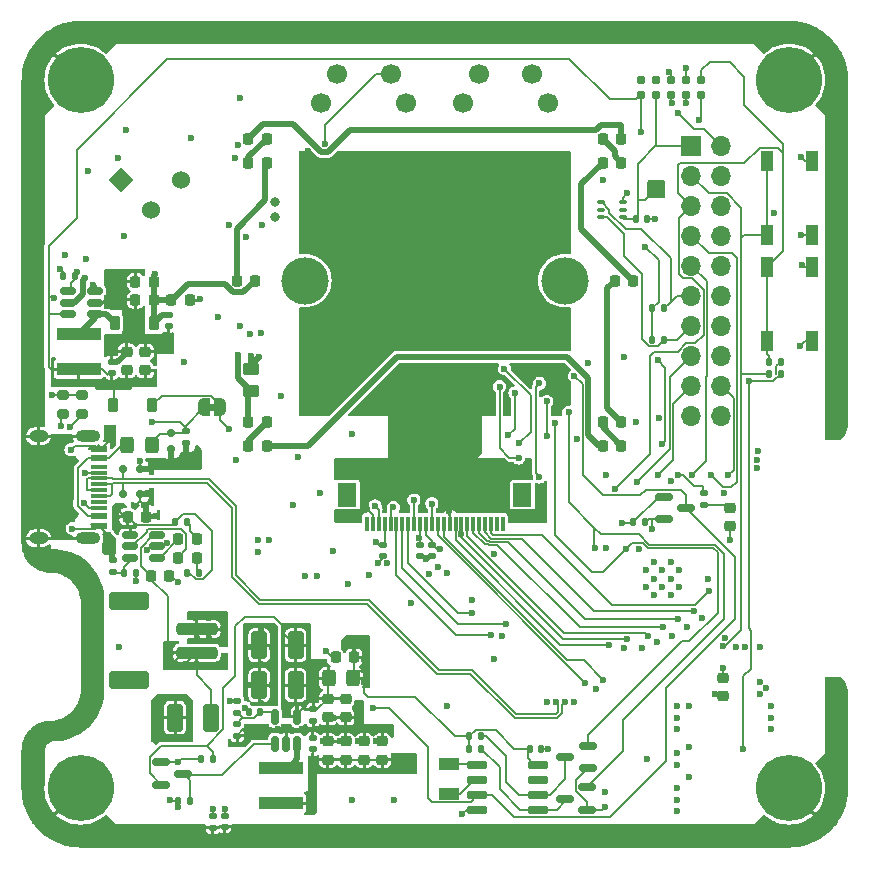
<source format=gtl>
%TF.GenerationSoftware,KiCad,Pcbnew,(7.0.0-93-gc189053ee5-dirty)*%
%TF.CreationDate,2023-02-21T15:15:16-08:00*%
%TF.ProjectId,ai-camera,61692d63-616d-4657-9261-2e6b69636164,rev1*%
%TF.SameCoordinates,PX5a995c0PY2aea540*%
%TF.FileFunction,Copper,L1,Top*%
%TF.FilePolarity,Positive*%
%FSLAX46Y46*%
G04 Gerber Fmt 4.6, Leading zero omitted, Abs format (unit mm)*
G04 Created by KiCad (PCBNEW (7.0.0-93-gc189053ee5-dirty)) date 2023-02-21 15:15:16*
%MOMM*%
%LPD*%
G01*
G04 APERTURE LIST*
G04 Aperture macros list*
%AMRoundRect*
0 Rectangle with rounded corners*
0 $1 Rounding radius*
0 $2 $3 $4 $5 $6 $7 $8 $9 X,Y pos of 4 corners*
0 Add a 4 corners polygon primitive as box body*
4,1,4,$2,$3,$4,$5,$6,$7,$8,$9,$2,$3,0*
0 Add four circle primitives for the rounded corners*
1,1,$1+$1,$2,$3*
1,1,$1+$1,$4,$5*
1,1,$1+$1,$6,$7*
1,1,$1+$1,$8,$9*
0 Add four rect primitives between the rounded corners*
20,1,$1+$1,$2,$3,$4,$5,0*
20,1,$1+$1,$4,$5,$6,$7,0*
20,1,$1+$1,$6,$7,$8,$9,0*
20,1,$1+$1,$8,$9,$2,$3,0*%
%AMRotRect*
0 Rectangle, with rotation*
0 The origin of the aperture is its center*
0 $1 length*
0 $2 width*
0 $3 Rotation angle, in degrees counterclockwise*
0 Add horizontal line*
21,1,$1,$2,0,0,$3*%
%AMFreePoly0*
4,1,19,0.500000,-0.750000,0.000000,-0.750000,0.000000,-0.744911,-0.071157,-0.744911,-0.207708,-0.704816,-0.327430,-0.627875,-0.420627,-0.520320,-0.479746,-0.390866,-0.500000,-0.250000,-0.500000,0.250000,-0.479746,0.390866,-0.420627,0.520320,-0.327430,0.627875,-0.207708,0.704816,-0.071157,0.744911,0.000000,0.744911,0.000000,0.750000,0.500000,0.750000,0.500000,-0.750000,0.500000,-0.750000,
$1*%
%AMFreePoly1*
4,1,19,0.000000,0.744911,0.071157,0.744911,0.207708,0.704816,0.327430,0.627875,0.420627,0.520320,0.479746,0.390866,0.500000,0.250000,0.500000,-0.250000,0.479746,-0.390866,0.420627,-0.520320,0.327430,-0.627875,0.207708,-0.704816,0.071157,-0.744911,0.000000,-0.744911,0.000000,-0.750000,-0.500000,-0.750000,-0.500000,0.750000,0.000000,0.750000,0.000000,0.744911,0.000000,0.744911,
$1*%
G04 Aperture macros list end*
%TA.AperFunction,SMDPad,CuDef*%
%ADD10R,1.800000X1.000000*%
%TD*%
%TA.AperFunction,SMDPad,CuDef*%
%ADD11R,1.450000X0.600000*%
%TD*%
%TA.AperFunction,SMDPad,CuDef*%
%ADD12R,1.450000X0.300000*%
%TD*%
%TA.AperFunction,ComponentPad*%
%ADD13O,2.100000X1.000000*%
%TD*%
%TA.AperFunction,ComponentPad*%
%ADD14O,1.600000X1.000000*%
%TD*%
%TA.AperFunction,SMDPad,CuDef*%
%ADD15RoundRect,0.225000X-0.225000X-0.250000X0.225000X-0.250000X0.225000X0.250000X-0.225000X0.250000X0*%
%TD*%
%TA.AperFunction,SMDPad,CuDef*%
%ADD16RoundRect,0.075000X0.250000X0.075000X-0.250000X0.075000X-0.250000X-0.075000X0.250000X-0.075000X0*%
%TD*%
%TA.AperFunction,ComponentPad*%
%ADD17C,3.600000*%
%TD*%
%TA.AperFunction,ConnectorPad*%
%ADD18C,5.600000*%
%TD*%
%TA.AperFunction,SMDPad,CuDef*%
%ADD19RoundRect,0.150000X-0.725000X-0.150000X0.725000X-0.150000X0.725000X0.150000X-0.725000X0.150000X0*%
%TD*%
%TA.AperFunction,SMDPad,CuDef*%
%ADD20R,3.700000X1.100000*%
%TD*%
%TA.AperFunction,SMDPad,CuDef*%
%ADD21RoundRect,0.225000X-0.250000X0.225000X-0.250000X-0.225000X0.250000X-0.225000X0.250000X0.225000X0*%
%TD*%
%TA.AperFunction,SMDPad,CuDef*%
%ADD22RoundRect,0.200000X0.275000X-0.200000X0.275000X0.200000X-0.275000X0.200000X-0.275000X-0.200000X0*%
%TD*%
%TA.AperFunction,WasherPad*%
%ADD23C,4.000000*%
%TD*%
%TA.AperFunction,SMDPad,CuDef*%
%ADD24RoundRect,0.140000X-0.140000X-0.170000X0.140000X-0.170000X0.140000X0.170000X-0.140000X0.170000X0*%
%TD*%
%TA.AperFunction,SMDPad,CuDef*%
%ADD25RoundRect,0.135000X0.135000X0.185000X-0.135000X0.185000X-0.135000X-0.185000X0.135000X-0.185000X0*%
%TD*%
%TA.AperFunction,SMDPad,CuDef*%
%ADD26RoundRect,0.150000X-0.150000X-0.200000X0.150000X-0.200000X0.150000X0.200000X-0.150000X0.200000X0*%
%TD*%
%TA.AperFunction,SMDPad,CuDef*%
%ADD27R,1.000000X1.700000*%
%TD*%
%TA.AperFunction,SMDPad,CuDef*%
%ADD28RoundRect,0.250000X-0.325000X-0.450000X0.325000X-0.450000X0.325000X0.450000X-0.325000X0.450000X0*%
%TD*%
%TA.AperFunction,SMDPad,CuDef*%
%ADD29RoundRect,0.140000X-0.170000X0.140000X-0.170000X-0.140000X0.170000X-0.140000X0.170000X0.140000X0*%
%TD*%
%TA.AperFunction,SMDPad,CuDef*%
%ADD30RoundRect,0.218750X0.256250X-0.218750X0.256250X0.218750X-0.256250X0.218750X-0.256250X-0.218750X0*%
%TD*%
%TA.AperFunction,SMDPad,CuDef*%
%ADD31RoundRect,0.135000X-0.135000X-0.185000X0.135000X-0.185000X0.135000X0.185000X-0.135000X0.185000X0*%
%TD*%
%TA.AperFunction,SMDPad,CuDef*%
%ADD32RoundRect,0.218750X-0.218750X-0.256250X0.218750X-0.256250X0.218750X0.256250X-0.218750X0.256250X0*%
%TD*%
%TA.AperFunction,SMDPad,CuDef*%
%ADD33RoundRect,0.250000X0.412500X0.925000X-0.412500X0.925000X-0.412500X-0.925000X0.412500X-0.925000X0*%
%TD*%
%TA.AperFunction,SMDPad,CuDef*%
%ADD34RoundRect,0.140000X0.170000X-0.140000X0.170000X0.140000X-0.170000X0.140000X-0.170000X-0.140000X0*%
%TD*%
%TA.AperFunction,WasherPad*%
%ADD35C,1.700000*%
%TD*%
%TA.AperFunction,ComponentPad*%
%ADD36C,1.700000*%
%TD*%
%TA.AperFunction,SMDPad,CuDef*%
%ADD37RoundRect,0.135000X-0.185000X0.135000X-0.185000X-0.135000X0.185000X-0.135000X0.185000X0.135000X0*%
%TD*%
%TA.AperFunction,SMDPad,CuDef*%
%ADD38RoundRect,0.250000X-1.500000X0.250000X-1.500000X-0.250000X1.500000X-0.250000X1.500000X0.250000X0*%
%TD*%
%TA.AperFunction,SMDPad,CuDef*%
%ADD39RoundRect,0.250001X-1.449999X0.499999X-1.449999X-0.499999X1.449999X-0.499999X1.449999X0.499999X0*%
%TD*%
%TA.AperFunction,SMDPad,CuDef*%
%ADD40RoundRect,0.250000X0.325000X0.450000X-0.325000X0.450000X-0.325000X-0.450000X0.325000X-0.450000X0*%
%TD*%
%TA.AperFunction,SMDPad,CuDef*%
%ADD41FreePoly0,180.000000*%
%TD*%
%TA.AperFunction,SMDPad,CuDef*%
%ADD42FreePoly1,180.000000*%
%TD*%
%TA.AperFunction,SMDPad,CuDef*%
%ADD43RoundRect,0.150000X0.512500X0.150000X-0.512500X0.150000X-0.512500X-0.150000X0.512500X-0.150000X0*%
%TD*%
%TA.AperFunction,SMDPad,CuDef*%
%ADD44R,0.300000X1.300000*%
%TD*%
%TA.AperFunction,SMDPad,CuDef*%
%ADD45R,1.600000X2.000000*%
%TD*%
%TA.AperFunction,SMDPad,CuDef*%
%ADD46RoundRect,0.150000X0.587500X0.150000X-0.587500X0.150000X-0.587500X-0.150000X0.587500X-0.150000X0*%
%TD*%
%TA.AperFunction,SMDPad,CuDef*%
%ADD47RoundRect,0.135000X0.185000X-0.135000X0.185000X0.135000X-0.185000X0.135000X-0.185000X-0.135000X0*%
%TD*%
%TA.AperFunction,SMDPad,CuDef*%
%ADD48RoundRect,0.150000X-0.200000X0.150000X-0.200000X-0.150000X0.200000X-0.150000X0.200000X0.150000X0*%
%TD*%
%TA.AperFunction,SMDPad,CuDef*%
%ADD49RoundRect,0.225000X0.225000X0.375000X-0.225000X0.375000X-0.225000X-0.375000X0.225000X-0.375000X0*%
%TD*%
%TA.AperFunction,ComponentPad*%
%ADD50C,0.800000*%
%TD*%
%TA.AperFunction,SMDPad,CuDef*%
%ADD51RoundRect,0.225000X0.250000X-0.225000X0.250000X0.225000X-0.250000X0.225000X-0.250000X-0.225000X0*%
%TD*%
%TA.AperFunction,ComponentPad*%
%ADD52RotRect,1.524000X1.524000X45.000000*%
%TD*%
%TA.AperFunction,ComponentPad*%
%ADD53C,1.524000*%
%TD*%
%TA.AperFunction,SMDPad,CuDef*%
%ADD54RoundRect,0.150000X0.150000X-0.512500X0.150000X0.512500X-0.150000X0.512500X-0.150000X-0.512500X0*%
%TD*%
%TA.AperFunction,ComponentPad*%
%ADD55R,1.700000X1.700000*%
%TD*%
%TA.AperFunction,ComponentPad*%
%ADD56O,1.700000X1.700000*%
%TD*%
%TA.AperFunction,SMDPad,CuDef*%
%ADD57RoundRect,0.225000X-0.225000X-0.375000X0.225000X-0.375000X0.225000X0.375000X-0.225000X0.375000X0*%
%TD*%
%TA.AperFunction,SMDPad,CuDef*%
%ADD58RoundRect,0.225000X0.225000X0.250000X-0.225000X0.250000X-0.225000X-0.250000X0.225000X-0.250000X0*%
%TD*%
%TA.AperFunction,SMDPad,CuDef*%
%ADD59RoundRect,0.150000X-0.587500X-0.150000X0.587500X-0.150000X0.587500X0.150000X-0.587500X0.150000X0*%
%TD*%
%TA.AperFunction,SMDPad,CuDef*%
%ADD60RoundRect,0.250000X0.450000X-0.262500X0.450000X0.262500X-0.450000X0.262500X-0.450000X-0.262500X0*%
%TD*%
%TA.AperFunction,ConnectorPad*%
%ADD61C,0.787400*%
%TD*%
%TA.AperFunction,ComponentPad*%
%ADD62C,0.600000*%
%TD*%
%TA.AperFunction,ViaPad*%
%ADD63C,0.600000*%
%TD*%
%TA.AperFunction,Conductor*%
%ADD64C,0.127000*%
%TD*%
%TA.AperFunction,Conductor*%
%ADD65C,0.500000*%
%TD*%
%TA.AperFunction,Conductor*%
%ADD66C,0.250000*%
%TD*%
%TA.AperFunction,Conductor*%
%ADD67C,0.203200*%
%TD*%
%TA.AperFunction,Conductor*%
%ADD68C,0.200000*%
%TD*%
G04 APERTURE END LIST*
G36*
X16370000Y-33040000D02*
G01*
X15870000Y-33040000D01*
X15870000Y-32440000D01*
X16370000Y-32440000D01*
X16370000Y-33040000D01*
G37*
D10*
X36219999Y-65429999D03*
X36219999Y-62929999D03*
D11*
X6544999Y-36249999D03*
X6544999Y-37049999D03*
D12*
X6544999Y-38249999D03*
X6544999Y-39249999D03*
X6544999Y-39749999D03*
X6544999Y-40749999D03*
D11*
X6544999Y-41949999D03*
X6544999Y-42749999D03*
X6544999Y-42749999D03*
X6544999Y-41949999D03*
D12*
X6544999Y-41249999D03*
X6544999Y-40249999D03*
X6544999Y-38749999D03*
X6544999Y-37749999D03*
D11*
X6544999Y-37049999D03*
X6544999Y-36249999D03*
D13*
X5629999Y-35179999D03*
D14*
X1449999Y-35179999D03*
D13*
X5629999Y-43819999D03*
D14*
X1449999Y-43819999D03*
D15*
X10950000Y-47000000D03*
X12500000Y-47000000D03*
D16*
X50900000Y-16650000D03*
X50900000Y-16000000D03*
X50900000Y-15350000D03*
X49100000Y-15350000D03*
X49100000Y-16000000D03*
X49100000Y-16650000D03*
D17*
X5000000Y-65000000D03*
D18*
X5000000Y-65000000D03*
D19*
X38605000Y-62995000D03*
X38605000Y-64265000D03*
X38605000Y-65535000D03*
X38605000Y-66805000D03*
X43755000Y-66805000D03*
X43755000Y-65535000D03*
X43755000Y-64265000D03*
X43755000Y-62995000D03*
D17*
X5000000Y-5000000D03*
D18*
X5000000Y-5000000D03*
D20*
X21999999Y-63249999D03*
X21999999Y-66249999D03*
D21*
X25937500Y-57412499D03*
X25937500Y-58962499D03*
D22*
X5100000Y-33325000D03*
X5100000Y-31675000D03*
D23*
X24000000Y-22000000D03*
X46000000Y-22000000D03*
D24*
X43040000Y-61620000D03*
X44000000Y-61620000D03*
D25*
X14260000Y-66020000D03*
X13240000Y-66020000D03*
D22*
X3500000Y-33325000D03*
X3500000Y-31675000D03*
D25*
X16200000Y-62530000D03*
X15180000Y-62530000D03*
D26*
X10007500Y-37970000D03*
X8607500Y-37970000D03*
D27*
X66899999Y-20849999D03*
X66899999Y-27149999D03*
X63099999Y-20849999D03*
X63099999Y-27149999D03*
D28*
X8975000Y-35930000D03*
X11025000Y-35930000D03*
D29*
X12450000Y-24905000D03*
X12450000Y-25865000D03*
D30*
X60000000Y-42787500D03*
X60000000Y-41212500D03*
D31*
X63250000Y-28890000D03*
X64270000Y-28890000D03*
D32*
X13248987Y-45459099D03*
X14823987Y-45459099D03*
X19212500Y-36000000D03*
X20787500Y-36000000D03*
D31*
X14040000Y-46750000D03*
X15060000Y-46750000D03*
D33*
X16075000Y-59000000D03*
X13000000Y-59000000D03*
D31*
X37910000Y-61620000D03*
X38930000Y-61620000D03*
D34*
X34798000Y-45311000D03*
X34798000Y-44351000D03*
D31*
X53420000Y-24330000D03*
X54440000Y-24330000D03*
D35*
X44600000Y-7000000D03*
X37400000Y-7000000D03*
D36*
X43250000Y-4500000D03*
X38750000Y-4500000D03*
D33*
X23212500Y-56250000D03*
X20137500Y-56250000D03*
D20*
X4849999Y-29489999D03*
X4849999Y-26489999D03*
D32*
X19212500Y-12000000D03*
X20787500Y-12000000D03*
D15*
X26605000Y-53900000D03*
X28155000Y-53900000D03*
D37*
X13920000Y-34750000D03*
X13920000Y-35770000D03*
D38*
X14850000Y-51500000D03*
X14850000Y-53500000D03*
D39*
X9100000Y-49150000D03*
X9100000Y-55850000D03*
D40*
X28075000Y-55670000D03*
X26025000Y-55670000D03*
D32*
X49212500Y-34000000D03*
X50787500Y-34000000D03*
D24*
X19250000Y-58550000D03*
X20210000Y-58550000D03*
D41*
X16770000Y-32740000D03*
D42*
X15470000Y-32740000D03*
D32*
X19212500Y-34000000D03*
X20787500Y-34000000D03*
D37*
X18270000Y-57570000D03*
X18270000Y-58590000D03*
D21*
X8910000Y-28025000D03*
X8910000Y-29575000D03*
D32*
X13261486Y-43859099D03*
X14836486Y-43859099D03*
D37*
X18260000Y-59500000D03*
X18260000Y-60520000D03*
D29*
X17200000Y-68260000D03*
X17200000Y-67300000D03*
D43*
X6247500Y-24820000D03*
X6247500Y-23870000D03*
X6247500Y-22920000D03*
X3972500Y-22920000D03*
X3972500Y-23870000D03*
X3972500Y-24820000D03*
D44*
X40749999Y-42599999D03*
X40249999Y-42599999D03*
X39749999Y-42599999D03*
X39249999Y-42599999D03*
X38749999Y-42599999D03*
X38249999Y-42599999D03*
X37749999Y-42599999D03*
X37249999Y-42599999D03*
X36749999Y-42599999D03*
X36249999Y-42599999D03*
X35749999Y-42599999D03*
X35249999Y-42599999D03*
X34749999Y-42599999D03*
X34249999Y-42599999D03*
X33749999Y-42599999D03*
X33249999Y-42599999D03*
X32749999Y-42599999D03*
X32249999Y-42599999D03*
X31749999Y-42599999D03*
X31249999Y-42599999D03*
X30749999Y-42599999D03*
X30249999Y-42599999D03*
X29749999Y-42599999D03*
X29249999Y-42599999D03*
D45*
X42399999Y-40119999D03*
X27599999Y-40119999D03*
D32*
X49212500Y-10000000D03*
X50787500Y-10000000D03*
D46*
X47927500Y-63290000D03*
X47927500Y-61390000D03*
X46052500Y-62340000D03*
D47*
X16200000Y-67290000D03*
X16200000Y-68310000D03*
D48*
X12630000Y-36270000D03*
X12630000Y-34870000D03*
D32*
X19212500Y-10000000D03*
X20787500Y-10000000D03*
D35*
X32600000Y-7000000D03*
X25400000Y-7000000D03*
D36*
X31250000Y-4500000D03*
X26750000Y-4500000D03*
D27*
X66899999Y-11849999D03*
X66899999Y-18149999D03*
X63099999Y-11849999D03*
X63099999Y-18149999D03*
D49*
X11220000Y-25600000D03*
X7920000Y-25600000D03*
D15*
X9655000Y-23640000D03*
X11205000Y-23640000D03*
D50*
X21500000Y-16625000D03*
X21500000Y-15375000D03*
D31*
X3480000Y-21620000D03*
X4500000Y-21620000D03*
D32*
X49212500Y-12000000D03*
X50787500Y-12000000D03*
D31*
X53410000Y-27010000D03*
X54430000Y-27010000D03*
D51*
X59410000Y-57175000D03*
X59410000Y-55625000D03*
D21*
X29012499Y-61012499D03*
X29012499Y-62562499D03*
D52*
X8459999Y-13499999D03*
D53*
X11000000Y-16040000D03*
X13540000Y-13500000D03*
D21*
X25937500Y-61012500D03*
X25937500Y-62562500D03*
D26*
X10007500Y-40030000D03*
X8607500Y-40030000D03*
D54*
X21462500Y-61200000D03*
X22412500Y-61200000D03*
X23362500Y-61200000D03*
X23362500Y-58925000D03*
X21462500Y-58925000D03*
D29*
X24662500Y-60732500D03*
X24662500Y-61692500D03*
D47*
X7725000Y-46710000D03*
X7725000Y-45690000D03*
D21*
X27462499Y-61012499D03*
X27462499Y-62562499D03*
D32*
X49212500Y-36000000D03*
X50787500Y-36000000D03*
D17*
X65000000Y-5000000D03*
D18*
X65000000Y-5000000D03*
D51*
X27462500Y-58962500D03*
X27462500Y-57412500D03*
D31*
X37920000Y-60590000D03*
X38940000Y-60590000D03*
D55*
X56724999Y-10574999D03*
D56*
X59264999Y-10574999D03*
X56724999Y-13114999D03*
X59264999Y-13114999D03*
X56724999Y-15654999D03*
X59264999Y-15654999D03*
X56724999Y-18194999D03*
X59264999Y-18194999D03*
X56724999Y-20734999D03*
X59264999Y-20734999D03*
X56724999Y-23274999D03*
X59264999Y-23274999D03*
X56724999Y-25814999D03*
X59264999Y-25814999D03*
X56724999Y-28354999D03*
X59264999Y-28354999D03*
X56724999Y-30894999D03*
X59264999Y-30894999D03*
X56724999Y-33434999D03*
X59264999Y-33434999D03*
D15*
X9650000Y-22090000D03*
X11200000Y-22090000D03*
D34*
X33782000Y-45311000D03*
X33782000Y-44351000D03*
D37*
X57830000Y-39940000D03*
X57830000Y-40960000D03*
D24*
X51990000Y-16770000D03*
X52950000Y-16770000D03*
D32*
X50212500Y-22000000D03*
X51787500Y-22000000D03*
D57*
X7790000Y-32530000D03*
X11090000Y-32530000D03*
D31*
X13013986Y-42409099D03*
X14033986Y-42409099D03*
D58*
X10550000Y-41975000D03*
X9000000Y-41975000D03*
D31*
X8715000Y-46750000D03*
X9735000Y-46750000D03*
D32*
X18212500Y-22000000D03*
X19787500Y-22000000D03*
D59*
X54380000Y-40300000D03*
X54380000Y-42200000D03*
X56255000Y-41250000D03*
D17*
X65000000Y-65000000D03*
D18*
X65000000Y-65000000D03*
D51*
X10490000Y-29580000D03*
X10490000Y-28030000D03*
D25*
X52830000Y-42470000D03*
X51810000Y-42470000D03*
D34*
X24687500Y-59247500D03*
X24687500Y-58287500D03*
D59*
X11832500Y-62790000D03*
X11832500Y-64690000D03*
X13707500Y-63740000D03*
D31*
X63250000Y-29900000D03*
X64270000Y-29900000D03*
D34*
X30607000Y-45311000D03*
X30607000Y-44351000D03*
D46*
X47917500Y-66800000D03*
X47917500Y-64900000D03*
X46042500Y-65850000D03*
D21*
X30562499Y-61012499D03*
X30562499Y-62562499D03*
D43*
X11475000Y-45449999D03*
X11475000Y-44499999D03*
X11475000Y-43549999D03*
X9200000Y-43549999D03*
X9200000Y-44499999D03*
X9200000Y-45449999D03*
D60*
X19440000Y-31332500D03*
X19440000Y-29507500D03*
D33*
X23212500Y-52875001D03*
X20137500Y-52875001D03*
D61*
X52460000Y-6270000D03*
X53730000Y-6270000D03*
X55000000Y-6270000D03*
X56270000Y-6270000D03*
X57540000Y-6270000D03*
X57540000Y-5000000D03*
X56270000Y-5000000D03*
X55000000Y-5000000D03*
X53730000Y-5000000D03*
X52460000Y-5000000D03*
D29*
X7630000Y-28890000D03*
X7630000Y-29850000D03*
D58*
X14245000Y-23630000D03*
X12695000Y-23630000D03*
D62*
X53560000Y-48630000D03*
X54960000Y-48630000D03*
X52860000Y-47930000D03*
X54260000Y-47930000D03*
X55660000Y-47930000D03*
X53560000Y-47230000D03*
X54960000Y-47230000D03*
X52860000Y-46530000D03*
X54260000Y-46530000D03*
X55660000Y-46530000D03*
X53560000Y-45830000D03*
X54960000Y-45830000D03*
D63*
X58740000Y-57010000D03*
X28500000Y-59000000D03*
X39850000Y-32870000D03*
X28469205Y-58050000D03*
X13000000Y-37500000D03*
X22000000Y-31750000D03*
X26000000Y-60000000D03*
X11800000Y-59400000D03*
X27680000Y-47660000D03*
X20375000Y-17270000D03*
X18500000Y-6500000D03*
X62500000Y-57000000D03*
X56500000Y-64000000D03*
X10350000Y-41025000D03*
X29000000Y-60000000D03*
X37000000Y-33000000D03*
X33000000Y-30500000D03*
X51000000Y-28500000D03*
X34521504Y-46818538D03*
X4300000Y-43000000D03*
X32950000Y-49325000D03*
X14380000Y-9910000D03*
X55500000Y-66925500D03*
X59584483Y-52218483D03*
X56240000Y-6940000D03*
X4190000Y-36300000D03*
X19340000Y-26480000D03*
X10000000Y-37250000D03*
X20070000Y-28490000D03*
X28000000Y-60000000D03*
X13250000Y-47550000D03*
X48650000Y-56550000D03*
X25000000Y-47000000D03*
X60000000Y-44000000D03*
X5440000Y-20140000D03*
X7300000Y-43575000D03*
X12725000Y-60775000D03*
X10621692Y-44835022D03*
X63000000Y-56500000D03*
X20250000Y-57767600D03*
X8000000Y-27000000D03*
X16650000Y-25060000D03*
X17025000Y-51500000D03*
X57658000Y-50546000D03*
X55118000Y-52070000D03*
X20000000Y-45000000D03*
X19015000Y-18280000D03*
X25800000Y-53375000D03*
X51054000Y-53086000D03*
X19440000Y-28400000D03*
X62500000Y-56000000D03*
X56500000Y-58000000D03*
X7234026Y-24150065D03*
X53000000Y-62500000D03*
X2625000Y-31650000D03*
X29275000Y-41375000D03*
X65975000Y-18125000D03*
X12610000Y-65980000D03*
X7475000Y-35500000D03*
X55000000Y-39000000D03*
X15900000Y-50600000D03*
X62562335Y-53028074D03*
X3240938Y-21030000D03*
X27000000Y-61000000D03*
X32000000Y-18500000D03*
X52324000Y-44704000D03*
X42000000Y-18000000D03*
X8657168Y-23719501D03*
X11800000Y-60325000D03*
X32000000Y-13000000D03*
X22750000Y-60000000D03*
X55500000Y-59000000D03*
X33000000Y-35500000D03*
X55040000Y-7000000D03*
X49250000Y-13500000D03*
X63500000Y-60000000D03*
X21000000Y-44000000D03*
X10750000Y-40000000D03*
X46999146Y-35422111D03*
X53640000Y-16780000D03*
X55500000Y-58000000D03*
X52578000Y-53086000D03*
X26500000Y-59000000D03*
X11000000Y-27000000D03*
X14800000Y-50600000D03*
X40000000Y-54000000D03*
X9700000Y-47450000D03*
X11800000Y-57750000D03*
X20250000Y-54500000D03*
X35290000Y-46210000D03*
X18100000Y-11625000D03*
X16200000Y-66700000D03*
X60500000Y-53000000D03*
X9500000Y-27000000D03*
X28000000Y-66000000D03*
X7700000Y-45200000D03*
X39750000Y-22250000D03*
X28000000Y-35000000D03*
X65950000Y-27525000D03*
X45000000Y-31000000D03*
X25500000Y-61000000D03*
X46750000Y-57650000D03*
X25300000Y-15160000D03*
X29000000Y-27000000D03*
X14900000Y-52300000D03*
X49498138Y-44629123D03*
X63500000Y-59000000D03*
X63500000Y-58000000D03*
X31500000Y-66000000D03*
X21250000Y-53000000D03*
X55500000Y-65000000D03*
X55500000Y-62000000D03*
X28000000Y-38000000D03*
X8250000Y-53000000D03*
X12323500Y-26610000D03*
X20000000Y-44000000D03*
X39970000Y-45120000D03*
X36225000Y-41525000D03*
X8618870Y-22366501D03*
X38110000Y-49070000D03*
X13800000Y-28860000D03*
X55500000Y-66000000D03*
X35020000Y-39870000D03*
X17200000Y-66750000D03*
X30000000Y-38000000D03*
X29460000Y-46890000D03*
X51280000Y-14590000D03*
X33000000Y-33000000D03*
X8180000Y-11660000D03*
X30000000Y-61000000D03*
X37500000Y-38000000D03*
X12250000Y-37500000D03*
X9600000Y-41075000D03*
X7475000Y-34625000D03*
X15110000Y-23580000D03*
X3700000Y-19860000D03*
X5670000Y-12710000D03*
X17600000Y-17250000D03*
X37000000Y-13000000D03*
X23000000Y-41000000D03*
X59500000Y-40000000D03*
X12306655Y-44180096D03*
X13225000Y-66575000D03*
X19250000Y-56250000D03*
X53990000Y-33650000D03*
X26390000Y-44890000D03*
X62325000Y-36450000D03*
X23750000Y-60000000D03*
X11000000Y-37500000D03*
X66025000Y-11550000D03*
X27000000Y-60000000D03*
X20280000Y-26420000D03*
X42000000Y-13000000D03*
X58166000Y-47244000D03*
X37290000Y-67200000D03*
X55500000Y-60000000D03*
X55500000Y-63000000D03*
X49500000Y-38500000D03*
X56500000Y-61500000D03*
X44525000Y-57650000D03*
X18173800Y-37155053D03*
X63750000Y-16250000D03*
X48000000Y-29000000D03*
X25250000Y-40000000D03*
X24000000Y-47000000D03*
X21250000Y-56250000D03*
X25000000Y-60000000D03*
X20250000Y-51500000D03*
X9500000Y-25500000D03*
X11825000Y-58550000D03*
X7229838Y-23485458D03*
X30930000Y-45880000D03*
X12000000Y-27500000D03*
X30210000Y-45890000D03*
X36000000Y-58000000D03*
X18525000Y-25850000D03*
X62300000Y-37150000D03*
X40700000Y-52050000D03*
X52000000Y-34000000D03*
X36040000Y-46770000D03*
X21750000Y-60000000D03*
X37250000Y-40825000D03*
X49400000Y-65290000D03*
X24260000Y-11050000D03*
X38500000Y-27000000D03*
X13750000Y-37500000D03*
X28500000Y-13000000D03*
X34280000Y-45580000D03*
X32000000Y-27000000D03*
X56388000Y-51308000D03*
X23440000Y-36920000D03*
X61271900Y-53000069D03*
X53848000Y-52578000D03*
X8840000Y-9280000D03*
X18300000Y-10500000D03*
X32000000Y-21000000D03*
X7300000Y-44450000D03*
X53375000Y-43000000D03*
X11350000Y-41925000D03*
X28500000Y-61000000D03*
X8720000Y-18230000D03*
X66125000Y-20650000D03*
X19250000Y-53000000D03*
X44610000Y-61620000D03*
X15900000Y-52300000D03*
X62300000Y-37850000D03*
X29000000Y-54000000D03*
X8685000Y-30745000D03*
X6815000Y-30715000D03*
X28200000Y-52450000D03*
X55625000Y-7850000D03*
X29000000Y-55000000D03*
X29000000Y-56000000D03*
X7795000Y-30725000D03*
X2730000Y-23438550D03*
X29000000Y-53000000D03*
X52475000Y-9400000D03*
X13960000Y-54460000D03*
X14850000Y-54450000D03*
X12850000Y-54410000D03*
X12680000Y-53500000D03*
X33000000Y-63500000D03*
X33000000Y-62500000D03*
X30000000Y-63500000D03*
X18940206Y-58172407D03*
X32000000Y-63500000D03*
X49410000Y-66550000D03*
X53500000Y-14500000D03*
X52825000Y-19125000D03*
X32000000Y-62500000D03*
X61625000Y-30500000D03*
X31000000Y-63500000D03*
X53500000Y-13750000D03*
X17630000Y-57570000D03*
X61100000Y-61625000D03*
X50249992Y-39647776D03*
X63000000Y-20500000D03*
X59410000Y-54770000D03*
X57400000Y-8380000D03*
X59385200Y-52933600D03*
X63250000Y-12250000D03*
X54250000Y-35840000D03*
X53860000Y-28740000D03*
X30010000Y-44090000D03*
X33680000Y-43820000D03*
X51308000Y-52324000D03*
X37250001Y-43493728D03*
X11050000Y-33975000D03*
X8100000Y-41300000D03*
X8050000Y-42750000D03*
X8075000Y-42025000D03*
X45261500Y-57650000D03*
X45988500Y-57650000D03*
X56240000Y-3990000D03*
X58369200Y-38455600D03*
X54820378Y-4328100D03*
X56794400Y-38455600D03*
X52140000Y-39050000D03*
X53860000Y-38500000D03*
X58216800Y-48310800D03*
X56946800Y-49987200D03*
X55575200Y-50647600D03*
X54356000Y-51358800D03*
X53035200Y-52070000D03*
X49784000Y-52832000D03*
X49276000Y-55829200D03*
X47720000Y-56050000D03*
X34750000Y-40890000D03*
X33223200Y-40589200D03*
X38130000Y-50110000D03*
X40995600Y-51054000D03*
X39776400Y-52019200D03*
X51206400Y-44704000D03*
X45170000Y-34040000D03*
X31496000Y-41198800D03*
X29941257Y-41085334D03*
X48545083Y-44622117D03*
X46320000Y-33150000D03*
X6025971Y-22366501D03*
X18330000Y-28330000D03*
X3346394Y-34305199D03*
X5358517Y-38311483D03*
X50830000Y-42480000D03*
X5290000Y-40860000D03*
X4070000Y-34370000D03*
X43850000Y-38630000D03*
X43850000Y-30690000D03*
X41780000Y-31510000D03*
X41200000Y-35110000D03*
X55570000Y-38490000D03*
X42090000Y-37010000D03*
X40480000Y-30970000D03*
X4720000Y-21250000D03*
X44480000Y-32220000D03*
X44490000Y-35160000D03*
X59842400Y-38455600D03*
X40880000Y-29460000D03*
X42160000Y-35780000D03*
X25660000Y-10420000D03*
X46820000Y-30080000D03*
X13250000Y-62790000D03*
X29750000Y-58190000D03*
X35463517Y-44696483D03*
X5378688Y-21740000D03*
X11281483Y-21441483D03*
X17580000Y-34570000D03*
D64*
X66325000Y-27150000D02*
X65950000Y-27525000D01*
X17200000Y-67300000D02*
X17200000Y-66750000D01*
X10000000Y-37250000D02*
X10000000Y-37962500D01*
X66325000Y-11850000D02*
X66025000Y-11550000D01*
X66900000Y-20850000D02*
X66325000Y-20850000D01*
X30012499Y-61012499D02*
X30000000Y-61000000D01*
X53630000Y-16770000D02*
X53640000Y-16780000D01*
X53350000Y-42200000D02*
X53100000Y-42200000D01*
X30562499Y-61012499D02*
X30012499Y-61012499D01*
D65*
X19440000Y-29120000D02*
X20070000Y-28490000D01*
D64*
X18260000Y-60520000D02*
X18780000Y-60000000D01*
D66*
X15060000Y-23630000D02*
X15110000Y-23580000D01*
D64*
X34310000Y-45311000D02*
X34310000Y-45550000D01*
X50900000Y-14970000D02*
X51280000Y-14590000D01*
X4518500Y-35971500D02*
X4190000Y-36300000D01*
D65*
X8110000Y-28890000D02*
X7630000Y-28890000D01*
D64*
X10007500Y-40030000D02*
X10007500Y-40682500D01*
X34310000Y-45311000D02*
X33782000Y-45311000D01*
X7725000Y-45225000D02*
X7700000Y-45200000D01*
D65*
X8910000Y-28090000D02*
X8110000Y-28890000D01*
D64*
X29012499Y-61012499D02*
X28512499Y-61012499D01*
X7228237Y-23485458D02*
X7229838Y-23485458D01*
X36250000Y-42600000D02*
X36250000Y-41550000D01*
X56270000Y-6270000D02*
X56270000Y-6910000D01*
X59410000Y-57175000D02*
X58905000Y-57175000D01*
X10956715Y-44499999D02*
X10621692Y-44835022D01*
X27462499Y-61012499D02*
X27012499Y-61012499D01*
X26325000Y-53900000D02*
X25800000Y-53375000D01*
X53350000Y-42200000D02*
X53350000Y-42975000D01*
X10007500Y-40682500D02*
X10350000Y-41025000D01*
X3480000Y-21269062D02*
X3240938Y-21030000D01*
X34280000Y-45580000D02*
X34051000Y-45580000D01*
X34798000Y-45311000D02*
X34310000Y-45311000D01*
X28512499Y-61012499D02*
X28500000Y-61000000D01*
X3480000Y-21620000D02*
X3480000Y-21269062D01*
X6725000Y-36250000D02*
X7475000Y-35500000D01*
X38605000Y-66805000D02*
X37685000Y-66805000D01*
X9735000Y-46750000D02*
X9735000Y-47415000D01*
D65*
X19440000Y-29507500D02*
X19440000Y-29120000D01*
D64*
X66900000Y-18150000D02*
X66000000Y-18150000D01*
X13240000Y-66020000D02*
X13240000Y-66560000D01*
X16200000Y-67290000D02*
X16200000Y-66700000D01*
X58905000Y-57175000D02*
X58740000Y-57010000D01*
X66900000Y-11850000D02*
X66325000Y-11850000D01*
X3500000Y-31675000D02*
X2650000Y-31675000D01*
X54380000Y-42200000D02*
X53350000Y-42200000D01*
X10007500Y-40030000D02*
X10007500Y-40667500D01*
X2650000Y-31675000D02*
X2625000Y-31650000D01*
X7300000Y-43575000D02*
X7300000Y-43500000D01*
X53100000Y-42200000D02*
X52830000Y-42470000D01*
X7234026Y-24150065D02*
X6953961Y-23870000D01*
X34529000Y-45580000D02*
X34798000Y-45311000D01*
X66900000Y-27150000D02*
X66325000Y-27150000D01*
D66*
X14245000Y-23630000D02*
X15060000Y-23630000D01*
D64*
X29750000Y-42600000D02*
X29750000Y-41850000D01*
X3500000Y-31675000D02*
X5100000Y-31675000D01*
X11986752Y-44499999D02*
X12306655Y-44180096D01*
X37685000Y-66805000D02*
X37290000Y-67200000D01*
X53350000Y-42975000D02*
X53375000Y-43000000D01*
X6266500Y-35971500D02*
X4518500Y-35971500D01*
X60000000Y-42787500D02*
X60000000Y-44000000D01*
X50900000Y-15350000D02*
X50900000Y-14970000D01*
X30607000Y-45493000D02*
X30210000Y-45890000D01*
X66325000Y-20850000D02*
X66125000Y-20650000D01*
X44000000Y-61620000D02*
X44610000Y-61620000D01*
X6266500Y-43028500D02*
X4328500Y-43028500D01*
X18780000Y-60000000D02*
X21750000Y-60000000D01*
D65*
X19440000Y-29507500D02*
X19440000Y-28400000D01*
D64*
X7725000Y-45690000D02*
X7725000Y-45225000D01*
X36250000Y-41550000D02*
X36225000Y-41525000D01*
X6545000Y-42750000D02*
X6266500Y-43028500D01*
X34310000Y-45550000D02*
X34280000Y-45580000D01*
X27012499Y-61012499D02*
X27000000Y-61000000D01*
X9735000Y-47415000D02*
X9700000Y-47450000D01*
X52950000Y-16770000D02*
X53630000Y-16770000D01*
X12650000Y-66020000D02*
X12610000Y-65980000D01*
X6843695Y-23870000D02*
X7228237Y-23485458D01*
X66000000Y-18150000D02*
X65975000Y-18125000D01*
X12700000Y-47000000D02*
X13250000Y-47550000D01*
X6545000Y-36250000D02*
X6266500Y-35971500D01*
X7300000Y-43500000D02*
X6550000Y-42750000D01*
X10007500Y-40667500D02*
X9600000Y-41075000D01*
X11300000Y-41975000D02*
X11350000Y-41925000D01*
X34051000Y-45580000D02*
X33782000Y-45311000D01*
X25500000Y-61000000D02*
X25925000Y-61000000D01*
X6953961Y-23870000D02*
X6247500Y-23870000D01*
X10325000Y-41050000D02*
X10350000Y-41025000D01*
X55000000Y-6270000D02*
X55000000Y-6960000D01*
X13240000Y-66020000D02*
X12650000Y-66020000D01*
X10550000Y-41975000D02*
X10550000Y-41225000D01*
X10550000Y-41225000D02*
X10350000Y-41025000D01*
X56270000Y-6910000D02*
X56240000Y-6940000D01*
X13240000Y-66560000D02*
X13225000Y-66575000D01*
X4328500Y-43028500D02*
X4300000Y-43000000D01*
X34280000Y-45580000D02*
X34529000Y-45580000D01*
X55000000Y-6960000D02*
X55040000Y-7000000D01*
X29750000Y-41850000D02*
X29275000Y-41375000D01*
X10550000Y-41975000D02*
X11300000Y-41975000D01*
D67*
X42880000Y-61780000D02*
X42880000Y-62460000D01*
X29000000Y-55000000D02*
X28745000Y-55000000D01*
X57815000Y-9125000D02*
X56950000Y-9125000D01*
X7795000Y-30725000D02*
X7795000Y-32525000D01*
X2300000Y-23400000D02*
X2300000Y-25775000D01*
X28155000Y-53900000D02*
X28155000Y-55590000D01*
X2520000Y-29500000D02*
X2530000Y-29490000D01*
X37910000Y-61620000D02*
X37910000Y-60600000D01*
X2300000Y-29280000D02*
X2520000Y-29500000D01*
X2550000Y-23400000D02*
X2300000Y-23400000D01*
X46400000Y-3275000D02*
X12325000Y-3275000D01*
X4675000Y-16675000D02*
X2300000Y-19050000D01*
X29000000Y-56890000D02*
X29330000Y-57220000D01*
X2300000Y-25775000D02*
X2300000Y-29280000D01*
X29330000Y-57220000D02*
X33340000Y-57220000D01*
X28745000Y-55000000D02*
X28075000Y-55670000D01*
X52460000Y-6270000D02*
X52066301Y-6663699D01*
X56900000Y-9125000D02*
X55625000Y-7850000D01*
X2730000Y-23438550D02*
X2611450Y-23438550D01*
X40141400Y-60041400D02*
X41720000Y-61620000D01*
X2600000Y-23450000D02*
X2550000Y-23400000D01*
X56950000Y-9125000D02*
X56900000Y-9125000D01*
X52460000Y-6270000D02*
X52460000Y-9385000D01*
X52066301Y-6663699D02*
X49788699Y-6663699D01*
X36710000Y-60590000D02*
X37920000Y-60590000D01*
X7705000Y-30815000D02*
X7795000Y-30725000D01*
X7775000Y-30745000D02*
X8685000Y-30745000D01*
X4675000Y-10925000D02*
X4675000Y-16675000D01*
X41720000Y-61620000D02*
X43040000Y-61620000D01*
X42880000Y-62460000D02*
X43415000Y-62995000D01*
X6840000Y-30690000D02*
X6815000Y-30715000D01*
X4850000Y-29490000D02*
X6820000Y-29490000D01*
X2300000Y-19050000D02*
X2300000Y-23400000D01*
X52460000Y-9385000D02*
X52475000Y-9400000D01*
X2530000Y-29490000D02*
X4850000Y-29490000D01*
X2300000Y-24850000D02*
X2300000Y-25775000D01*
X2611450Y-23438550D02*
X2600000Y-23450000D01*
X12325000Y-3275000D02*
X4675000Y-10925000D01*
X3972500Y-24820000D02*
X2330000Y-24820000D01*
X2330000Y-24820000D02*
X2300000Y-24850000D01*
X6820000Y-29490000D02*
X7340000Y-30010000D01*
X59265000Y-10575000D02*
X57815000Y-9125000D01*
X29000000Y-56000000D02*
X29000000Y-56890000D01*
X49788699Y-6663699D02*
X46400000Y-3275000D01*
X37920000Y-60590000D02*
X38468600Y-60041400D01*
X33340000Y-57220000D02*
X36710000Y-60590000D01*
X38468600Y-60041400D02*
X40141400Y-60041400D01*
X28200000Y-52450000D02*
X28200000Y-53855000D01*
X16075000Y-56650000D02*
X14850000Y-55425000D01*
X13960000Y-54390000D02*
X13960000Y-54460000D01*
X11159868Y-43549999D02*
X10093592Y-44616275D01*
X14850000Y-53500000D02*
X12680000Y-53500000D01*
X10093592Y-44616275D02*
X10093592Y-46143592D01*
X14850000Y-53500000D02*
X14850000Y-54450000D01*
X12367500Y-48742500D02*
X12367500Y-53187500D01*
X10093592Y-46143592D02*
X10950000Y-47000000D01*
X13760000Y-53500000D02*
X12850000Y-54410000D01*
X16075000Y-59000000D02*
X16075000Y-56650000D01*
X10950000Y-47325000D02*
X12367500Y-48742500D01*
X12367500Y-53187500D02*
X12680000Y-53500000D01*
X14850000Y-55425000D02*
X14850000Y-54450000D01*
X14850000Y-53500000D02*
X13960000Y-54390000D01*
X50900000Y-16650000D02*
X51020000Y-16770000D01*
X53410000Y-27010000D02*
X53410000Y-24340000D01*
X64270000Y-28890000D02*
X63920000Y-29240000D01*
X53945600Y-23804400D02*
X53945600Y-20245600D01*
X49160000Y-66800000D02*
X49410000Y-66550000D01*
X53730000Y-10560000D02*
X53745000Y-10575000D01*
X51990000Y-16770000D02*
X52180000Y-16580000D01*
X61800000Y-51625000D02*
X61800000Y-54825000D01*
X24662500Y-61692500D02*
X24662500Y-65837500D01*
X19250000Y-58482201D02*
X18940206Y-58172407D01*
X52180000Y-12110000D02*
X53730000Y-10560000D01*
X47927500Y-63290000D02*
X46950000Y-64267500D01*
X51020000Y-16770000D02*
X51990000Y-16770000D01*
X30562499Y-62562499D02*
X25937501Y-62562499D01*
X53420000Y-24330000D02*
X53945600Y-23804400D01*
X63670000Y-30500000D02*
X64270000Y-29900000D01*
X53945600Y-20245600D02*
X52825000Y-19125000D01*
X52180000Y-15200000D02*
X52180000Y-12110000D01*
X24662500Y-65837500D02*
X24250000Y-66250000D01*
X52180000Y-15200000D02*
X52800000Y-15200000D01*
X61125000Y-61600000D02*
X61100000Y-61625000D01*
X52800000Y-15200000D02*
X53500000Y-14500000D01*
X61125000Y-57575000D02*
X61125000Y-61600000D01*
X46950000Y-64267500D02*
X46950000Y-65205421D01*
X61625000Y-30500000D02*
X61625000Y-51450000D01*
X47917500Y-66800000D02*
X47917500Y-66172922D01*
X53730000Y-10560000D02*
X53730000Y-6270000D01*
X47917500Y-66800000D02*
X49160000Y-66800000D01*
X61800000Y-54825000D02*
X61775000Y-54850000D01*
X61775000Y-54850000D02*
X61125000Y-55500000D01*
X61625000Y-30500000D02*
X63670000Y-30500000D01*
X52180000Y-16580000D02*
X52180000Y-15200000D01*
X46950000Y-65205421D02*
X47917500Y-66172922D01*
X61625000Y-51450000D02*
X61800000Y-51625000D01*
X24250000Y-66250000D02*
X22000000Y-66250000D01*
X18270000Y-57570000D02*
X17630000Y-57570000D01*
X53745000Y-10575000D02*
X56725000Y-10575000D01*
X63920000Y-29240000D02*
X63920000Y-29910000D01*
X61125000Y-55500000D02*
X61125000Y-57575000D01*
D64*
X63250000Y-28390000D02*
X63250000Y-28890000D01*
X57540000Y-4210000D02*
X58260000Y-3490000D01*
X62489000Y-10730000D02*
X64060000Y-10730000D01*
X58260000Y-3490000D02*
X59950000Y-3490000D01*
X59950000Y-3490000D02*
X61190000Y-4730000D01*
X55610000Y-12200000D02*
X55735500Y-12074500D01*
X57765500Y-26574500D02*
X57025500Y-27314500D01*
X55684500Y-21454500D02*
X56030000Y-21800000D01*
X56294010Y-27314500D02*
X55568510Y-28040000D01*
X53532966Y-28040000D02*
X53176483Y-28396483D01*
X64490000Y-11160000D02*
X64490000Y-10409673D01*
X55735500Y-12074500D02*
X61144500Y-12074500D01*
X61144500Y-12074500D02*
X62489000Y-10730000D01*
X64490000Y-19460000D02*
X64490000Y-11160000D01*
X53176483Y-28396483D02*
X53176483Y-36721285D01*
X55684500Y-16695500D02*
X55684500Y-21454500D01*
X57765500Y-22825500D02*
X57765500Y-26574500D01*
X63100000Y-27150000D02*
X63100000Y-28240000D01*
X64060000Y-10730000D02*
X64490000Y-11160000D01*
X57025500Y-27314500D02*
X56294010Y-27314500D01*
X53176483Y-36721285D02*
X50249992Y-39647776D01*
X57540000Y-5000000D02*
X57540000Y-4210000D01*
X55610000Y-14540000D02*
X56725000Y-15655000D01*
X63100000Y-28240000D02*
X63250000Y-28390000D01*
X63100000Y-20850000D02*
X64490000Y-19460000D01*
X63100000Y-27150000D02*
X63100000Y-20850000D01*
X61190000Y-4730000D02*
X61190000Y-7109673D01*
X56030000Y-21800000D02*
X56740000Y-21800000D01*
X61190000Y-7109673D02*
X64490000Y-10409673D01*
X55568510Y-28040000D02*
X53532966Y-28040000D01*
X56740000Y-21800000D02*
X57765500Y-22825500D01*
X56725000Y-15655000D02*
X55684500Y-16695500D01*
X55610000Y-12200000D02*
X55610000Y-14540000D01*
X58224500Y-14614500D02*
X59695990Y-14614500D01*
X60909200Y-18420000D02*
X60909200Y-29810000D01*
X56725000Y-13115000D02*
X58224500Y-14614500D01*
X60909200Y-29810000D02*
X60909200Y-51586731D01*
X59562331Y-52933600D02*
X59385200Y-52933600D01*
X59410000Y-55625000D02*
X59410000Y-54770000D01*
X63250000Y-29900000D02*
X60999200Y-29900000D01*
X57400000Y-8380000D02*
X57540000Y-8240000D01*
X57540000Y-8240000D02*
X57540000Y-6270000D01*
X61179200Y-18150000D02*
X60909200Y-18420000D01*
X63100000Y-18150000D02*
X61179200Y-18150000D01*
X59695990Y-14614500D02*
X60909200Y-15827710D01*
X60999200Y-29900000D02*
X60909200Y-29810000D01*
X60909200Y-51586731D02*
X59562331Y-52933600D01*
X60909200Y-15827710D02*
X60909200Y-18420000D01*
X63100000Y-11850000D02*
X63100000Y-18150000D01*
X54480000Y-35610000D02*
X54480000Y-29360000D01*
X54250000Y-35840000D02*
X54480000Y-35610000D01*
X54480000Y-29360000D02*
X53860000Y-28740000D01*
X30750000Y-42600000D02*
X30750000Y-44208000D01*
X30607000Y-44351000D02*
X30271000Y-44351000D01*
X30271000Y-44351000D02*
X30010000Y-44090000D01*
X33750000Y-42600000D02*
X33750000Y-44319000D01*
X45844000Y-52324000D02*
X51308000Y-52324000D01*
X37250000Y-42600000D02*
X37250000Y-43730000D01*
X37250000Y-43730000D02*
X45844000Y-52324000D01*
D67*
X13013986Y-42409099D02*
X13698085Y-41725000D01*
X16150000Y-46494208D02*
X15345608Y-47298600D01*
X14773600Y-47298600D02*
X14225000Y-46750000D01*
X12744485Y-42678600D02*
X9703600Y-42678600D01*
X13425000Y-33975000D02*
X11050000Y-33975000D01*
X8775000Y-41975000D02*
X8100000Y-41300000D01*
X13013986Y-42409099D02*
X12744485Y-42678600D01*
X13920000Y-34470000D02*
X13425000Y-33975000D01*
X13920000Y-34750000D02*
X13920000Y-34470000D01*
X13920000Y-34290000D02*
X15470000Y-32740000D01*
X16150000Y-43200000D02*
X16150000Y-46494208D01*
X11750000Y-35000000D02*
X12500000Y-35000000D01*
X9703600Y-42678600D02*
X9000000Y-41975000D01*
X13698085Y-41725000D02*
X14675000Y-41725000D01*
X14225000Y-46750000D02*
X14040000Y-46750000D01*
X13800000Y-34870000D02*
X12630000Y-34870000D01*
X14675000Y-41725000D02*
X16150000Y-43200000D01*
X11025000Y-35725000D02*
X11750000Y-35000000D01*
X15345608Y-47298600D02*
X14773600Y-47298600D01*
X13920000Y-34750000D02*
X13920000Y-34290000D01*
D68*
X8607500Y-38829000D02*
X8600000Y-38836500D01*
X15867724Y-38836500D02*
X18138500Y-41107276D01*
X5590000Y-39720000D02*
X5620000Y-39750000D01*
X20221224Y-49040000D02*
X29396224Y-49040000D01*
X6545000Y-38750000D02*
X5664584Y-38750000D01*
X45220277Y-58723499D02*
X45461500Y-58482276D01*
X45461500Y-58482276D02*
X45461500Y-57850000D01*
X18138500Y-46957276D02*
X20221224Y-49040000D01*
X35317724Y-54961500D02*
X38142724Y-54961500D01*
X7719001Y-38836500D02*
X8600000Y-38836500D01*
X5590000Y-38824584D02*
X5590000Y-39720000D01*
X7632501Y-38750000D02*
X7719001Y-38836500D01*
X45461500Y-57850000D02*
X45261500Y-57650000D01*
X5664584Y-38750000D02*
X5590000Y-38824584D01*
X6545000Y-38750000D02*
X7632501Y-38750000D01*
X18138500Y-41107276D02*
X18138500Y-46957276D01*
X5620000Y-39750000D02*
X6545000Y-39750000D01*
X41904723Y-58723499D02*
X45220277Y-58723499D01*
X8600000Y-38836500D02*
X15867724Y-38836500D01*
X8607500Y-37970000D02*
X8607500Y-38829000D01*
X38142724Y-54961500D02*
X41904723Y-58723499D01*
X29396224Y-49040000D02*
X35317724Y-54961500D01*
X7632501Y-40087499D02*
X7632501Y-39250000D01*
X45356224Y-59050000D02*
X45788500Y-58617724D01*
X45788500Y-58617724D02*
X45788500Y-57850000D01*
X6545000Y-40250000D02*
X7470000Y-40250000D01*
X8607500Y-40030000D02*
X8607500Y-39221000D01*
X20085983Y-49366501D02*
X29260277Y-49366501D01*
X8550000Y-39163500D02*
X15732276Y-39163500D01*
X38007276Y-55288500D02*
X41768776Y-59050000D01*
X17811500Y-47092018D02*
X20085983Y-49366501D01*
X7470000Y-40250000D02*
X7632501Y-40087499D01*
X45788500Y-57850000D02*
X45988500Y-57650000D01*
X17811500Y-41242724D02*
X17811500Y-47092018D01*
X35182276Y-55288500D02*
X38007276Y-55288500D01*
X7719001Y-39163500D02*
X8550000Y-39163500D01*
X8607500Y-39221000D02*
X8550000Y-39163500D01*
X29260277Y-49366501D02*
X35182276Y-55288500D01*
X41768776Y-59050000D02*
X45356224Y-59050000D01*
X6545000Y-39250000D02*
X7632501Y-39250000D01*
X15732276Y-39163500D02*
X17811500Y-41242724D01*
X7632501Y-39250000D02*
X7719001Y-39163500D01*
D64*
X60553600Y-20116400D02*
X60553600Y-28210000D01*
X58369200Y-38455600D02*
X59393600Y-39480000D01*
X58175000Y-19645000D02*
X60135000Y-19645000D01*
X60559001Y-28215401D02*
X60553600Y-28210000D01*
X60135000Y-19645000D02*
X60580000Y-20090000D01*
X60559001Y-39020999D02*
X60559001Y-28215401D01*
X56725000Y-18195000D02*
X58175000Y-19645000D01*
X59393600Y-39480000D02*
X60100000Y-39480000D01*
X60580000Y-20090000D02*
X60553600Y-20116400D01*
X56240000Y-3990000D02*
X56240000Y-4970000D01*
X60100000Y-39480000D02*
X60559001Y-39020999D01*
X57970999Y-30164097D02*
X57970999Y-37279001D01*
X58019001Y-22029001D02*
X58019001Y-30116095D01*
X56725000Y-20735000D02*
X58019001Y-22029001D01*
X55000000Y-4507722D02*
X54820378Y-4328100D01*
X58019001Y-30116095D02*
X57970999Y-30164097D01*
X57970999Y-37279001D02*
X56794400Y-38455600D01*
X55000000Y-5000000D02*
X55000000Y-4507722D01*
X54930000Y-30150000D02*
X54930000Y-36260000D01*
X56725000Y-28355000D02*
X54930000Y-30150000D01*
X54930000Y-36260000D02*
X52140000Y-39050000D01*
X56725000Y-30895000D02*
X55183501Y-32436499D01*
X55183501Y-37176499D02*
X53860000Y-38500000D01*
X55183501Y-32436499D02*
X55183501Y-37176499D01*
X14836486Y-43761486D02*
X14250000Y-43175000D01*
X14250000Y-43175000D02*
X14250000Y-42625113D01*
X14250000Y-42625113D02*
X14033986Y-42409099D01*
X11729717Y-45449999D02*
X13261486Y-43918230D01*
X39943000Y-43570000D02*
X44103400Y-43570000D01*
X39750000Y-43377000D02*
X39943000Y-43570000D01*
X44103400Y-43570000D02*
X50030600Y-49497200D01*
X57030400Y-49497200D02*
X58216800Y-48310800D01*
X50030600Y-49497200D02*
X57030400Y-49497200D01*
X39750000Y-42600000D02*
X39750000Y-43377000D01*
X39250000Y-43305286D02*
X39786112Y-43841398D01*
X42367200Y-43891200D02*
X48463200Y-49987200D01*
X40494407Y-43841398D02*
X40544209Y-43891200D01*
X40544209Y-43891200D02*
X42367200Y-43891200D01*
X39786112Y-43841398D02*
X40494407Y-43841398D01*
X48463200Y-49987200D02*
X56946800Y-49987200D01*
X39250000Y-42600000D02*
X39250000Y-43305286D01*
X39681108Y-44094899D02*
X40389403Y-44094899D01*
X40439705Y-44145200D02*
X41198800Y-44145200D01*
X47701200Y-50647600D02*
X55575200Y-50647600D01*
X40389403Y-44094899D02*
X40439705Y-44145200D01*
X41198800Y-44145200D02*
X47701200Y-50647600D01*
X39417598Y-44044598D02*
X39630807Y-44044598D01*
X38750000Y-43377000D02*
X39417598Y-44044598D01*
X38750000Y-42600000D02*
X38750000Y-43377000D01*
X39630807Y-44044598D02*
X39681108Y-44094899D01*
X38250000Y-42600000D02*
X38250000Y-43327096D01*
X39576105Y-44348400D02*
X40284400Y-44348400D01*
X40284400Y-44348400D02*
X47294800Y-51358800D01*
X38250000Y-43327096D02*
X39221003Y-44298099D01*
X39525803Y-44298099D02*
X39576105Y-44348400D01*
X47294800Y-51358800D02*
X54356000Y-51358800D01*
X39221003Y-44298099D02*
X39525803Y-44298099D01*
X52799200Y-51834000D02*
X53035200Y-52070000D01*
X37750000Y-43186306D02*
X37750000Y-43610000D01*
X37750000Y-43610000D02*
X45974000Y-51834000D01*
X45974000Y-51834000D02*
X52799200Y-51834000D01*
X36750000Y-43987008D02*
X45594992Y-52832000D01*
X36750000Y-42600000D02*
X36750000Y-43987008D01*
X45594992Y-52832000D02*
X49784000Y-52832000D01*
X35750000Y-42600000D02*
X35750000Y-43680000D01*
X35750000Y-43680000D02*
X46210000Y-54140000D01*
X47586800Y-54140000D02*
X49276000Y-55829200D01*
X46210000Y-54140000D02*
X47586800Y-54140000D01*
X35250000Y-42600000D02*
X35250000Y-43580000D01*
X35250000Y-43580000D02*
X47720000Y-56050000D01*
X34750000Y-42600000D02*
X34750000Y-40890000D01*
X33250000Y-42600000D02*
X33250000Y-40616000D01*
X33250000Y-40616000D02*
X33223200Y-40589200D01*
X32750000Y-45900000D02*
X32750000Y-42600000D01*
X36960000Y-50110000D02*
X32750000Y-45900000D01*
X38130000Y-50110000D02*
X36960000Y-50110000D01*
X32250000Y-42600000D02*
X32250000Y-46308505D01*
X36995495Y-51054000D02*
X40995600Y-51054000D01*
X32250000Y-46308505D02*
X36995495Y-51054000D01*
X31750000Y-42600000D02*
X31750000Y-46939200D01*
X31750000Y-46939200D02*
X36830000Y-52019200D01*
X36830000Y-52019200D02*
X39776400Y-52019200D01*
X54440000Y-24330000D02*
X54820000Y-23950000D01*
X55890000Y-52550000D02*
X56560000Y-52550000D01*
X47927500Y-60512500D02*
X55890000Y-52550000D01*
X49780000Y-16270000D02*
X51160000Y-17650000D01*
X56560000Y-52550000D02*
X58936499Y-50173501D01*
X58936499Y-44976499D02*
X58573501Y-44613501D01*
X49240400Y-46670000D02*
X48310000Y-46670000D01*
X51206400Y-44704000D02*
X49240400Y-46670000D01*
X54965600Y-20125600D02*
X54965600Y-23804400D01*
X58573501Y-44613501D02*
X53034997Y-44613501D01*
X48310000Y-46670000D02*
X45170000Y-43530000D01*
X56725000Y-23275000D02*
X55495000Y-23275000D01*
X49100000Y-15350000D02*
X49150474Y-15350000D01*
X54965600Y-23804400D02*
X54820000Y-23950000D01*
X49150474Y-15350000D02*
X49780000Y-15979526D01*
X53034997Y-44613501D02*
X52635096Y-44213600D01*
X58936499Y-50173501D02*
X58936499Y-44976499D01*
X31250000Y-41444800D02*
X31496000Y-41198800D01*
X51696800Y-44213600D02*
X51206400Y-44704000D01*
X31250000Y-42600000D02*
X31250000Y-41444800D01*
X52490000Y-17650000D02*
X54965600Y-20125600D01*
X55495000Y-23275000D02*
X54820000Y-23950000D01*
X52635096Y-44213600D02*
X51696800Y-44213600D01*
X47927500Y-61390000D02*
X47927500Y-60512500D01*
X51160000Y-17650000D02*
X52490000Y-17650000D01*
X45170000Y-43530000D02*
X45170000Y-34040000D01*
X49780000Y-15979526D02*
X49780000Y-16270000D01*
X53140000Y-44360000D02*
X52270500Y-43490500D01*
X47917500Y-64900000D02*
X50950000Y-61867500D01*
X50950000Y-59170000D02*
X59470000Y-50650000D01*
X59470000Y-50650000D02*
X59470000Y-45150790D01*
X51010000Y-18310000D02*
X51010000Y-19890000D01*
X30250000Y-42600000D02*
X30250000Y-41394077D01*
X48514000Y-42924000D02*
X46320000Y-40730000D01*
X48514000Y-44591034D02*
X48545083Y-44622117D01*
X53919500Y-27520500D02*
X54430000Y-27010000D01*
X51010000Y-19890000D02*
X52525000Y-21405000D01*
X58679210Y-44360000D02*
X53140000Y-44360000D01*
X48514000Y-42924000D02*
X48514000Y-44591034D01*
X53140173Y-27520500D02*
X53919500Y-27520500D01*
X55530000Y-27010000D02*
X56725000Y-25815000D01*
X50950000Y-61867500D02*
X50950000Y-59170000D01*
X52270500Y-43490500D02*
X49080500Y-43490500D01*
X30250000Y-41394077D02*
X29941257Y-41085334D01*
X54430000Y-27010000D02*
X55530000Y-27010000D01*
X49570000Y-16650000D02*
X51010000Y-18090000D01*
X46320000Y-40730000D02*
X46320000Y-33150000D01*
X49080500Y-43490500D02*
X48514000Y-42924000D01*
X59470000Y-45150790D02*
X58679210Y-44360000D01*
X52525000Y-21405000D02*
X52525000Y-26905327D01*
X49100000Y-16650000D02*
X49570000Y-16650000D01*
X51010000Y-18090000D02*
X51010000Y-18310000D01*
X52525000Y-26905327D02*
X53140173Y-27520500D01*
X14823987Y-45459099D02*
X14823987Y-46513987D01*
X14823987Y-46513987D02*
X15060000Y-46750000D01*
X9394040Y-44499999D02*
X10622000Y-43272039D01*
X13481154Y-43025000D02*
X13925000Y-43468846D01*
X13925000Y-43468846D02*
X13925000Y-43550000D01*
X10622000Y-43078000D02*
X10675000Y-43025000D01*
X10622000Y-43272039D02*
X10622000Y-43078000D01*
X13950000Y-44758086D02*
X13248987Y-45459099D01*
X13925000Y-43550000D02*
X13950000Y-43575000D01*
X10675000Y-43025000D02*
X13481154Y-43025000D01*
X13950000Y-43575000D02*
X13950000Y-44758086D01*
X57830000Y-40960000D02*
X59747500Y-40960000D01*
D65*
X19212500Y-36000000D02*
X19212500Y-35575000D01*
X19212500Y-35575000D02*
X20787500Y-34000000D01*
X19212500Y-12000000D02*
X19212500Y-11575000D01*
X19212500Y-11575000D02*
X20787500Y-10000000D01*
X6247500Y-22920000D02*
X6247500Y-22588030D01*
X19440000Y-31332500D02*
X18330000Y-30222500D01*
X6247500Y-22588030D02*
X6025971Y-22366501D01*
X19212500Y-34000000D02*
X19212500Y-31560000D01*
X18330000Y-30222500D02*
X18330000Y-28330000D01*
X20599501Y-12187999D02*
X20787500Y-12000000D01*
X18212500Y-22000000D02*
X18212500Y-17594216D01*
X18212500Y-17594216D02*
X20599501Y-15207215D01*
X20599501Y-15207215D02*
X20599501Y-12187999D01*
D67*
X5616800Y-41950000D02*
X4761900Y-41095100D01*
X7425000Y-37050000D02*
X6545000Y-37050000D01*
X4761900Y-41095100D02*
X4761900Y-40641253D01*
X4761900Y-40641253D02*
X4781900Y-40621253D01*
X6545000Y-41950000D02*
X5616800Y-41950000D01*
X4781900Y-40621253D02*
X4781900Y-37884900D01*
X4781900Y-37884900D02*
X5616800Y-37050000D01*
X5616800Y-37050000D02*
X6545000Y-37050000D01*
X8545000Y-35930000D02*
X7425000Y-37050000D01*
D64*
X6545000Y-38250000D02*
X5420000Y-38250000D01*
X3346394Y-33478606D02*
X3346394Y-34305199D01*
X5420000Y-38250000D02*
X5358517Y-38311483D01*
X50830000Y-42480000D02*
X51800000Y-42480000D01*
X51810000Y-42470000D02*
X53980000Y-40300000D01*
X5290000Y-40860000D02*
X5680000Y-41250000D01*
X5680000Y-41250000D02*
X6545000Y-41250000D01*
X5100000Y-33340000D02*
X4070000Y-34370000D01*
X43850000Y-38630000D02*
X43540000Y-38320000D01*
X43540000Y-38320000D02*
X43540000Y-31000000D01*
X43540000Y-31000000D02*
X43850000Y-30690000D01*
X41780000Y-31510000D02*
X41780000Y-34530000D01*
X41780000Y-34530000D02*
X41200000Y-35110000D01*
X56930000Y-39410000D02*
X57690000Y-39410000D01*
X56010000Y-38490000D02*
X56930000Y-39410000D01*
X55570000Y-38490000D02*
X56010000Y-38490000D01*
X57690000Y-39410000D02*
X57690000Y-39800000D01*
X40480000Y-30970000D02*
X40480000Y-36180000D01*
X41310000Y-37010000D02*
X42090000Y-37010000D01*
X40480000Y-36180000D02*
X41310000Y-37010000D01*
X44490000Y-35160000D02*
X44490000Y-32230000D01*
X44490000Y-32230000D02*
X44480000Y-32220000D01*
X4500000Y-21620000D02*
X4500000Y-21880000D01*
X4500000Y-21880000D02*
X4200000Y-22180000D01*
X4500000Y-21470000D02*
X4720000Y-21250000D01*
X4200000Y-22180000D02*
X4200000Y-22692500D01*
X60305500Y-37992500D02*
X60305500Y-31935500D01*
X59842400Y-38455600D02*
X60305500Y-37992500D01*
X60305500Y-31935500D02*
X59265000Y-30895000D01*
X43100000Y-31680000D02*
X43100000Y-34840000D01*
X40880000Y-29460000D02*
X43100000Y-31680000D01*
X43100000Y-34840000D02*
X42160000Y-35780000D01*
X40480000Y-65050000D02*
X42235000Y-66805000D01*
X38930000Y-61620000D02*
X40480000Y-63170000D01*
X45305000Y-66805000D02*
X46042500Y-66067500D01*
X40480000Y-63170000D02*
X40480000Y-65050000D01*
X43755000Y-66805000D02*
X45305000Y-66805000D01*
X42235000Y-66805000D02*
X43755000Y-66805000D01*
X31100000Y-58190000D02*
X29750000Y-58190000D01*
X54593501Y-62686499D02*
X54593501Y-56516499D01*
X25660000Y-8830000D02*
X29990000Y-4500000D01*
X52410000Y-40180000D02*
X49220000Y-40180000D01*
X13510000Y-62530000D02*
X13250000Y-62790000D01*
X60420000Y-45415000D02*
X56255000Y-41250000D01*
X38605000Y-65535000D02*
X38019500Y-66120500D01*
X41730000Y-67430000D02*
X49850000Y-67430000D01*
X56255000Y-40165000D02*
X55800000Y-39710000D01*
X25660000Y-10420000D02*
X25660000Y-8830000D01*
X54593501Y-56516499D02*
X60420000Y-50690000D01*
X29990000Y-4500000D02*
X31250000Y-4500000D01*
X38605000Y-65535000D02*
X39835000Y-65535000D01*
X47510000Y-30770000D02*
X46820000Y-30080000D01*
X39835000Y-65535000D02*
X41730000Y-67430000D01*
X34410000Y-65780000D02*
X34410000Y-61500000D01*
X49850000Y-67430000D02*
X54593501Y-62686499D01*
X56255000Y-41250000D02*
X56255000Y-40165000D01*
X55800000Y-39710000D02*
X52880000Y-39710000D01*
X52880000Y-39710000D02*
X52410000Y-40180000D01*
X60420000Y-50690000D02*
X60420000Y-45415000D01*
X49220000Y-40180000D02*
X47510000Y-38470000D01*
X47510000Y-38470000D02*
X47510000Y-30770000D01*
X15180000Y-62530000D02*
X13510000Y-62530000D01*
X34750500Y-66120500D02*
X34410000Y-65780000D01*
X13250000Y-62790000D02*
X11832500Y-62790000D01*
X34410000Y-61500000D02*
X31100000Y-58190000D01*
X38019500Y-66120500D02*
X34750500Y-66120500D01*
X17000000Y-63850000D02*
X19650000Y-61200000D01*
X14260000Y-64292500D02*
X13707500Y-63740000D01*
X13817500Y-63850000D02*
X17000000Y-63850000D01*
X19650000Y-61200000D02*
X21462500Y-61200000D01*
X14260000Y-66020000D02*
X14260000Y-64292500D01*
D67*
X34250000Y-42600000D02*
X34250000Y-43520000D01*
X35143483Y-44696483D02*
X35463517Y-44696483D01*
X34798000Y-44068000D02*
X34798000Y-44351000D01*
X34250000Y-43520000D02*
X34798000Y-44068000D01*
X34798000Y-44351000D02*
X35143483Y-44696483D01*
D64*
X20210000Y-58550000D02*
X21087500Y-58550000D01*
X18850000Y-59050500D02*
X18709500Y-59050500D01*
X19709500Y-59050500D02*
X18850000Y-59050500D01*
X18730500Y-59050500D02*
X18270000Y-58590000D01*
X20210000Y-58550000D02*
X19709500Y-59050500D01*
X18850000Y-59050500D02*
X18730500Y-59050500D01*
X18709500Y-59050500D02*
X18260000Y-59500000D01*
X21087500Y-58550000D02*
X21462500Y-58925000D01*
D65*
X5208000Y-21910688D02*
X5378688Y-21740000D01*
X11915000Y-24905000D02*
X12450000Y-24905000D01*
X11200000Y-22090000D02*
X11200000Y-21522966D01*
X17194982Y-22300000D02*
X17897482Y-23002500D01*
X12745000Y-23630000D02*
X14075000Y-22300000D01*
X11220000Y-25600000D02*
X11915000Y-24905000D01*
X12695000Y-23630000D02*
X11215000Y-23630000D01*
X5208000Y-23092291D02*
X5208000Y-21910688D01*
X18785000Y-23002500D02*
X19787500Y-22000000D01*
X3972500Y-23870000D02*
X4430291Y-23870000D01*
X11220000Y-25600000D02*
X11220000Y-22110000D01*
X4430291Y-23870000D02*
X5208000Y-23092291D01*
X11200000Y-21522966D02*
X11281483Y-21441483D01*
X14075000Y-22300000D02*
X17194982Y-22300000D01*
X17897482Y-23002500D02*
X18785000Y-23002500D01*
D67*
X11858600Y-31761400D02*
X11090000Y-32530000D01*
X16770000Y-32466710D02*
X16064690Y-31761400D01*
X16770000Y-32740000D02*
X16770000Y-33760000D01*
X11858600Y-31761400D02*
X16064690Y-31761400D01*
X16770000Y-33760000D02*
X17580000Y-34570000D01*
D65*
X6247500Y-24820000D02*
X7140000Y-24820000D01*
X7140000Y-24820000D02*
X7920000Y-25600000D01*
X4890000Y-26490000D02*
X6247500Y-25132500D01*
X6247500Y-25132500D02*
X6247500Y-24820000D01*
X46210000Y-28450000D02*
X31800000Y-28450000D01*
X47980001Y-35087745D02*
X47980001Y-30220001D01*
X31800000Y-28450000D02*
X24250000Y-36000000D01*
X49212500Y-36000000D02*
X48892256Y-36000000D01*
X24250000Y-36000000D02*
X20787500Y-36000000D01*
X46210000Y-28450000D02*
X47900001Y-30140001D01*
X47980001Y-30220001D02*
X47900001Y-30140001D01*
X48892256Y-36000000D02*
X47980001Y-35087745D01*
X25940423Y-11097000D02*
X27812423Y-9225000D01*
X20492500Y-8720000D02*
X23002577Y-8720000D01*
X48669982Y-9225000D02*
X49107482Y-8787500D01*
X50787500Y-8787500D02*
X50787500Y-10000000D01*
X25379577Y-11097000D02*
X25940423Y-11097000D01*
X27812423Y-9225000D02*
X48669982Y-9225000D01*
X49107482Y-8787500D02*
X50787500Y-8787500D01*
X19212500Y-10000000D02*
X20492500Y-8720000D01*
X23002577Y-8720000D02*
X25379577Y-11097000D01*
X49212500Y-34000000D02*
X49212500Y-34425000D01*
X49212500Y-34425000D02*
X50787500Y-36000000D01*
X49212500Y-10000000D02*
X50250000Y-11037500D01*
X50250000Y-11462500D02*
X50787500Y-12000000D01*
X50250000Y-11037500D02*
X50250000Y-11462500D01*
X50212500Y-22000000D02*
X49580000Y-22632500D01*
X49580000Y-22632500D02*
X49580000Y-32792500D01*
X49580000Y-32792500D02*
X50787500Y-34000000D01*
X51787500Y-22000000D02*
X47400000Y-17612500D01*
X47400000Y-13812500D02*
X49212500Y-12000000D01*
X47400000Y-17612500D02*
X47400000Y-13812500D01*
X23362500Y-62537500D02*
X22650000Y-63250000D01*
X23362500Y-61200000D02*
X23362500Y-62537500D01*
D67*
X17100000Y-59989343D02*
X17100000Y-56510000D01*
X15669343Y-61420000D02*
X17100000Y-59989343D01*
D64*
X16200000Y-61950657D02*
X15669343Y-61420000D01*
D67*
X25062499Y-58287500D02*
X25937500Y-57412499D01*
X23212500Y-52875001D02*
X23212500Y-56250000D01*
X18910000Y-50440000D02*
X21410000Y-50440000D01*
X25937500Y-57412499D02*
X25937500Y-55757500D01*
X11832500Y-64690000D02*
X10866400Y-63723900D01*
X18110000Y-51240000D02*
X18910000Y-50440000D01*
X24687500Y-58287500D02*
X25062499Y-58287500D01*
X25937500Y-57412499D02*
X27462499Y-57412499D01*
X23362500Y-58637500D02*
X23712500Y-58287500D01*
X10866400Y-62363600D02*
X11810000Y-61420000D01*
X23212500Y-56250000D02*
X23212500Y-58775000D01*
X17100000Y-56510000D02*
X18110000Y-55500000D01*
X18110000Y-55500000D02*
X18110000Y-51240000D01*
X23712500Y-58287500D02*
X24687500Y-58287500D01*
X10866400Y-63723900D02*
X10866400Y-62363600D01*
D64*
X16200000Y-62530000D02*
X16200000Y-61950657D01*
D67*
X11810000Y-61420000D02*
X15669343Y-61420000D01*
X22260000Y-51922501D02*
X23212500Y-52875001D01*
X22260000Y-51290000D02*
X22260000Y-51922501D01*
X21410000Y-50440000D02*
X22260000Y-51290000D01*
D64*
X39350000Y-60590000D02*
X38940000Y-60590000D01*
X43755000Y-65535000D02*
X42145000Y-65535000D01*
X42145000Y-65535000D02*
X41050000Y-64440000D01*
X41050000Y-64440000D02*
X41050000Y-62290000D01*
X46052500Y-62340000D02*
X46052500Y-64227500D01*
X44745000Y-65535000D02*
X43755000Y-65535000D01*
X41050000Y-62290000D02*
X39350000Y-60590000D01*
X46052500Y-64227500D02*
X44745000Y-65535000D01*
X9200000Y-45725000D02*
X8715000Y-46210000D01*
X9200000Y-45449999D02*
X9200000Y-45725000D01*
X8715000Y-46750000D02*
X7765000Y-46750000D01*
X8715000Y-46210000D02*
X8715000Y-46750000D01*
X36220000Y-62930000D02*
X38540000Y-62930000D01*
X38325000Y-64265000D02*
X37160000Y-65430000D01*
X37160000Y-65430000D02*
X36220000Y-65430000D01*
%TA.AperFunction,Conductor*%
G36*
X40382985Y-28973199D02*
G01*
X40428717Y-29023656D01*
X40440908Y-29090654D01*
X40415881Y-29153984D01*
X40407353Y-29165099D01*
X40400589Y-29173914D01*
X40400587Y-29173917D01*
X40395645Y-29180358D01*
X40392536Y-29187862D01*
X40392535Y-29187865D01*
X40342882Y-29307736D01*
X40342880Y-29307741D01*
X40339772Y-29315246D01*
X40338712Y-29323297D01*
X40338710Y-29323305D01*
X40326356Y-29417152D01*
X40320715Y-29460000D01*
X40321776Y-29468058D01*
X40321776Y-29468059D01*
X40338710Y-29596694D01*
X40338711Y-29596700D01*
X40339772Y-29604754D01*
X40342881Y-29612260D01*
X40342882Y-29612263D01*
X40392534Y-29732133D01*
X40395645Y-29739643D01*
X40484526Y-29855474D01*
X40600357Y-29944355D01*
X40735246Y-30000228D01*
X40880000Y-30019285D01*
X40916191Y-30014520D01*
X40972235Y-30020039D01*
X41020058Y-30049778D01*
X41726792Y-30756512D01*
X41759872Y-30816035D01*
X41756531Y-30884050D01*
X41717777Y-30940045D01*
X41655298Y-30967132D01*
X41643304Y-30968711D01*
X41643302Y-30968711D01*
X41635246Y-30969772D01*
X41627741Y-30972880D01*
X41627736Y-30972882D01*
X41507865Y-31022535D01*
X41507862Y-31022536D01*
X41500358Y-31025645D01*
X41493913Y-31030589D01*
X41493910Y-31030592D01*
X41390972Y-31109579D01*
X41390968Y-31109582D01*
X41384526Y-31114526D01*
X41379582Y-31120968D01*
X41379579Y-31120972D01*
X41300592Y-31223910D01*
X41300589Y-31223913D01*
X41295645Y-31230358D01*
X41292536Y-31237862D01*
X41292535Y-31237865D01*
X41242882Y-31357736D01*
X41242880Y-31357741D01*
X41239772Y-31365246D01*
X41238712Y-31373297D01*
X41238710Y-31373305D01*
X41231085Y-31431230D01*
X41220715Y-31510000D01*
X41221776Y-31518059D01*
X41238710Y-31646694D01*
X41238711Y-31646700D01*
X41239772Y-31654754D01*
X41242881Y-31662260D01*
X41242882Y-31662263D01*
X41289746Y-31775401D01*
X41295645Y-31789643D01*
X41300590Y-31796087D01*
X41300591Y-31796089D01*
X41348437Y-31858442D01*
X41384526Y-31905474D01*
X41390968Y-31910417D01*
X41390973Y-31910422D01*
X41413487Y-31927698D01*
X41449212Y-31971230D01*
X41462000Y-32026073D01*
X41462000Y-33376000D01*
X41445387Y-33438000D01*
X41400000Y-33483387D01*
X41338000Y-33500000D01*
X40922000Y-33500000D01*
X40860000Y-33483387D01*
X40814613Y-33438000D01*
X40798000Y-33376000D01*
X40798000Y-31486073D01*
X40810788Y-31431230D01*
X40846513Y-31387698D01*
X40869026Y-31370422D01*
X40869027Y-31370420D01*
X40875474Y-31365474D01*
X40964355Y-31249643D01*
X41020228Y-31114754D01*
X41039285Y-30970000D01*
X41020228Y-30825246D01*
X40964355Y-30690358D01*
X40875474Y-30574526D01*
X40847818Y-30553305D01*
X40766089Y-30490591D01*
X40766087Y-30490590D01*
X40759643Y-30485645D01*
X40752134Y-30482534D01*
X40752133Y-30482534D01*
X40632263Y-30432882D01*
X40632260Y-30432881D01*
X40624754Y-30429772D01*
X40616700Y-30428711D01*
X40616694Y-30428710D01*
X40488059Y-30411776D01*
X40480000Y-30410715D01*
X40471941Y-30411776D01*
X40343305Y-30428710D01*
X40343297Y-30428712D01*
X40335246Y-30429772D01*
X40327741Y-30432880D01*
X40327736Y-30432882D01*
X40207865Y-30482535D01*
X40207862Y-30482536D01*
X40200358Y-30485645D01*
X40193913Y-30490589D01*
X40193910Y-30490592D01*
X40090972Y-30569579D01*
X40090970Y-30569581D01*
X40084526Y-30574526D01*
X40079582Y-30580968D01*
X40079579Y-30580972D01*
X40000592Y-30683910D01*
X40000589Y-30683913D01*
X39995645Y-30690358D01*
X39992536Y-30697862D01*
X39992535Y-30697865D01*
X39942882Y-30817736D01*
X39942880Y-30817741D01*
X39939772Y-30825246D01*
X39938712Y-30833297D01*
X39938710Y-30833305D01*
X39923254Y-30950715D01*
X39920715Y-30970000D01*
X39921776Y-30978059D01*
X39938710Y-31106694D01*
X39938711Y-31106700D01*
X39939772Y-31114754D01*
X39942881Y-31122260D01*
X39942882Y-31122263D01*
X39965748Y-31177465D01*
X39995645Y-31249643D01*
X40084526Y-31365474D01*
X40090968Y-31370417D01*
X40090973Y-31370422D01*
X40113487Y-31387698D01*
X40149212Y-31431230D01*
X40162000Y-31486073D01*
X40162000Y-33376000D01*
X40145387Y-33438000D01*
X40100000Y-33483387D01*
X40038000Y-33500000D01*
X39000000Y-33500000D01*
X39000000Y-33516326D01*
X39000000Y-36473638D01*
X38990561Y-36521091D01*
X38963681Y-36561319D01*
X38535377Y-36989622D01*
X38535375Y-36989624D01*
X38525000Y-37000000D01*
X40798918Y-37000000D01*
X40846371Y-37009439D01*
X40886599Y-37036319D01*
X41071490Y-37221210D01*
X41078798Y-37229185D01*
X41102440Y-37257360D01*
X41111832Y-37262783D01*
X41111834Y-37262784D01*
X41134286Y-37275747D01*
X41143407Y-37281557D01*
X41173534Y-37302652D01*
X41184014Y-37305460D01*
X41187027Y-37306865D01*
X41190161Y-37308005D01*
X41199560Y-37313432D01*
X41235781Y-37319818D01*
X41246330Y-37322157D01*
X41281857Y-37331677D01*
X41318490Y-37328471D01*
X41329297Y-37328000D01*
X41573927Y-37328000D01*
X41628770Y-37340788D01*
X41672302Y-37376513D01*
X41689577Y-37399026D01*
X41689582Y-37399031D01*
X41694526Y-37405474D01*
X41810357Y-37494355D01*
X41945246Y-37550228D01*
X42090000Y-37569285D01*
X42234754Y-37550228D01*
X42369643Y-37494355D01*
X42485474Y-37405474D01*
X42574355Y-37289643D01*
X42630228Y-37154754D01*
X42636408Y-37107814D01*
X42657773Y-37052876D01*
X42702090Y-37014011D01*
X42759347Y-37000000D01*
X43098000Y-37000000D01*
X43160000Y-37016613D01*
X43205387Y-37062000D01*
X43222000Y-37124000D01*
X43222000Y-38300703D01*
X43221528Y-38311510D01*
X43220387Y-38324557D01*
X43218323Y-38348143D01*
X43221129Y-38358616D01*
X43221130Y-38358623D01*
X43227841Y-38383669D01*
X43230182Y-38394226D01*
X43236568Y-38430440D01*
X43241992Y-38439836D01*
X43243135Y-38442975D01*
X43244539Y-38445987D01*
X43247348Y-38456466D01*
X43253568Y-38465349D01*
X43268446Y-38486598D01*
X43274257Y-38495720D01*
X43281008Y-38507413D01*
X43295238Y-38545221D01*
X43296560Y-38585597D01*
X43291776Y-38621939D01*
X43290715Y-38630000D01*
X43291776Y-38638059D01*
X43303263Y-38725315D01*
X43292706Y-38793905D01*
X43246949Y-38846081D01*
X43180324Y-38865500D01*
X41581023Y-38865500D01*
X41581012Y-38865500D01*
X41574934Y-38865501D01*
X41568970Y-38866687D01*
X41568962Y-38866688D01*
X41512675Y-38877883D01*
X41512670Y-38877884D01*
X41500699Y-38880266D01*
X41490548Y-38887048D01*
X41490545Y-38887050D01*
X41426669Y-38929731D01*
X41426666Y-38929733D01*
X41416516Y-38936516D01*
X41409733Y-38946666D01*
X41409731Y-38946669D01*
X41367050Y-39010545D01*
X41367048Y-39010548D01*
X41360266Y-39020699D01*
X41357883Y-39032674D01*
X41357883Y-39032677D01*
X41346689Y-39088952D01*
X41346688Y-39088958D01*
X41345500Y-39094933D01*
X41345500Y-39101023D01*
X41345500Y-39101028D01*
X41345500Y-41138976D01*
X41345500Y-41138986D01*
X41345501Y-41145066D01*
X41346687Y-41151030D01*
X41346688Y-41151037D01*
X41357883Y-41207324D01*
X41357884Y-41207327D01*
X41360266Y-41219301D01*
X41416516Y-41303484D01*
X41500699Y-41359734D01*
X41574933Y-41374500D01*
X43225066Y-41374499D01*
X43299301Y-41359734D01*
X43383484Y-41303484D01*
X43439734Y-41219301D01*
X43454500Y-41145067D01*
X43454499Y-39251943D01*
X43469141Y-39193491D01*
X43509608Y-39148842D01*
X43566345Y-39128541D01*
X43625951Y-39137382D01*
X43705246Y-39170228D01*
X43850000Y-39189285D01*
X43994754Y-39170228D01*
X44129643Y-39114355D01*
X44245474Y-39025474D01*
X44265102Y-38999895D01*
X44277625Y-38983576D01*
X44325565Y-38945783D01*
X44385730Y-38935445D01*
X44443536Y-38955068D01*
X44484973Y-38999895D01*
X44500000Y-39059063D01*
X44500000Y-42376000D01*
X44483387Y-42438000D01*
X44438000Y-42483387D01*
X44376000Y-42500000D01*
X41278499Y-42500000D01*
X41216499Y-42483387D01*
X41171112Y-42438000D01*
X41154499Y-42376000D01*
X41154499Y-41931024D01*
X41154499Y-41924934D01*
X41139734Y-41850699D01*
X41083484Y-41766516D01*
X41068000Y-41756170D01*
X41009454Y-41717050D01*
X41009453Y-41717049D01*
X40999301Y-41710266D01*
X40987323Y-41707883D01*
X40987322Y-41707883D01*
X40931047Y-41696689D01*
X40931042Y-41696688D01*
X40925067Y-41695500D01*
X40918971Y-41695500D01*
X40581023Y-41695500D01*
X40581013Y-41695500D01*
X40574934Y-41695501D01*
X40568970Y-41696687D01*
X40568962Y-41696688D01*
X40524188Y-41705594D01*
X40475808Y-41705593D01*
X40431047Y-41696689D01*
X40431042Y-41696688D01*
X40425067Y-41695500D01*
X40418971Y-41695500D01*
X40081023Y-41695500D01*
X40081013Y-41695500D01*
X40074934Y-41695501D01*
X40068970Y-41696687D01*
X40068962Y-41696688D01*
X40024188Y-41705594D01*
X39975808Y-41705593D01*
X39931047Y-41696689D01*
X39931042Y-41696688D01*
X39925067Y-41695500D01*
X39918971Y-41695500D01*
X39581023Y-41695500D01*
X39581013Y-41695500D01*
X39574934Y-41695501D01*
X39568970Y-41696687D01*
X39568962Y-41696688D01*
X39524188Y-41705594D01*
X39475808Y-41705593D01*
X39431047Y-41696689D01*
X39431042Y-41696688D01*
X39425067Y-41695500D01*
X39418971Y-41695500D01*
X39081023Y-41695500D01*
X39081013Y-41695500D01*
X39074934Y-41695501D01*
X39068970Y-41696687D01*
X39068962Y-41696688D01*
X39024188Y-41705594D01*
X38975808Y-41705593D01*
X38931047Y-41696689D01*
X38931042Y-41696688D01*
X38925067Y-41695500D01*
X38918971Y-41695500D01*
X38581023Y-41695500D01*
X38581013Y-41695500D01*
X38574934Y-41695501D01*
X38568970Y-41696687D01*
X38568962Y-41696688D01*
X38524188Y-41705594D01*
X38475808Y-41705593D01*
X38431047Y-41696689D01*
X38431042Y-41696688D01*
X38425067Y-41695500D01*
X38418971Y-41695500D01*
X38081023Y-41695500D01*
X38081013Y-41695500D01*
X38074934Y-41695501D01*
X38068970Y-41696687D01*
X38068962Y-41696688D01*
X38024188Y-41705594D01*
X37975808Y-41705593D01*
X37931047Y-41696689D01*
X37931042Y-41696688D01*
X37925067Y-41695500D01*
X37918971Y-41695500D01*
X37581023Y-41695500D01*
X37581013Y-41695500D01*
X37574934Y-41695501D01*
X37568970Y-41696687D01*
X37568962Y-41696688D01*
X37524188Y-41705594D01*
X37475808Y-41705593D01*
X37431047Y-41696689D01*
X37431042Y-41696688D01*
X37425067Y-41695500D01*
X37418971Y-41695500D01*
X37081023Y-41695500D01*
X37081013Y-41695500D01*
X37074934Y-41695501D01*
X37068970Y-41696687D01*
X37068962Y-41696688D01*
X37024188Y-41705594D01*
X36975808Y-41705593D01*
X36931047Y-41696689D01*
X36931042Y-41696688D01*
X36925067Y-41695500D01*
X36918971Y-41695500D01*
X36896132Y-41695500D01*
X36840628Y-41682384D01*
X36796866Y-41645811D01*
X36762505Y-41599911D01*
X36750092Y-41587498D01*
X36649189Y-41511962D01*
X36633777Y-41503547D01*
X36514641Y-41459111D01*
X36499667Y-41455573D01*
X36451114Y-41450353D01*
X36444518Y-41450000D01*
X36416326Y-41450000D01*
X36403450Y-41453450D01*
X36400000Y-41466326D01*
X36400000Y-41753617D01*
X36394661Y-41789612D01*
X36379102Y-41822508D01*
X36367052Y-41840541D01*
X36367049Y-41840546D01*
X36360266Y-41850699D01*
X36359781Y-41853133D01*
X36330532Y-41893393D01*
X36278948Y-41919677D01*
X36221052Y-41919677D01*
X36169468Y-41893393D01*
X36140218Y-41853133D01*
X36139734Y-41850699D01*
X36132947Y-41840541D01*
X36120898Y-41822508D01*
X36105339Y-41789612D01*
X36100000Y-41753617D01*
X36100000Y-41466326D01*
X36096549Y-41453450D01*
X36083674Y-41450000D01*
X36055482Y-41450000D01*
X36048885Y-41450353D01*
X36000332Y-41455573D01*
X35985358Y-41459111D01*
X35866222Y-41503547D01*
X35850810Y-41511962D01*
X35749907Y-41587498D01*
X35737496Y-41599909D01*
X35703132Y-41645813D01*
X35659372Y-41682384D01*
X35603871Y-41695500D01*
X35581025Y-41695500D01*
X35581015Y-41695500D01*
X35574934Y-41695501D01*
X35568970Y-41696687D01*
X35568961Y-41696688D01*
X35524188Y-41705594D01*
X35475808Y-41705593D01*
X35431047Y-41696689D01*
X35431042Y-41696688D01*
X35425067Y-41695500D01*
X35418971Y-41695500D01*
X35407737Y-41695500D01*
X35191999Y-41695500D01*
X35130000Y-41678888D01*
X35084613Y-41633501D01*
X35068000Y-41571501D01*
X35068000Y-41406073D01*
X35080788Y-41351230D01*
X35116513Y-41307698D01*
X35139026Y-41290422D01*
X35139027Y-41290420D01*
X35145474Y-41285474D01*
X35234355Y-41169643D01*
X35290228Y-41034754D01*
X35309285Y-40890000D01*
X35290228Y-40745246D01*
X35234355Y-40610358D01*
X35145474Y-40494526D01*
X35029643Y-40405645D01*
X35022134Y-40402534D01*
X35022133Y-40402534D01*
X34902263Y-40352882D01*
X34902260Y-40352881D01*
X34894754Y-40349772D01*
X34886700Y-40348711D01*
X34886694Y-40348710D01*
X34758059Y-40331776D01*
X34750000Y-40330715D01*
X34741941Y-40331776D01*
X34613305Y-40348710D01*
X34613297Y-40348712D01*
X34605246Y-40349772D01*
X34597741Y-40352880D01*
X34597736Y-40352882D01*
X34477865Y-40402535D01*
X34477862Y-40402536D01*
X34470358Y-40405645D01*
X34463913Y-40410589D01*
X34463910Y-40410592D01*
X34360972Y-40489579D01*
X34360970Y-40489581D01*
X34354526Y-40494526D01*
X34349582Y-40500968D01*
X34349579Y-40500972D01*
X34270592Y-40603910D01*
X34270589Y-40603913D01*
X34265645Y-40610358D01*
X34262536Y-40617862D01*
X34262535Y-40617865D01*
X34212882Y-40737736D01*
X34212880Y-40737741D01*
X34209772Y-40745246D01*
X34208712Y-40753297D01*
X34208710Y-40753305D01*
X34195620Y-40852742D01*
X34190715Y-40890000D01*
X34191776Y-40898059D01*
X34208710Y-41026694D01*
X34208711Y-41026700D01*
X34209772Y-41034754D01*
X34212881Y-41042260D01*
X34212882Y-41042263D01*
X34224782Y-41070992D01*
X34265645Y-41169643D01*
X34270590Y-41176087D01*
X34270591Y-41176089D01*
X34278593Y-41186517D01*
X34354526Y-41285474D01*
X34360968Y-41290417D01*
X34360973Y-41290422D01*
X34383487Y-41307698D01*
X34419212Y-41351230D01*
X34432000Y-41406073D01*
X34432000Y-41571500D01*
X34415387Y-41633500D01*
X34370000Y-41678887D01*
X34308001Y-41695500D01*
X34081023Y-41695500D01*
X34081013Y-41695500D01*
X34074934Y-41695501D01*
X34068970Y-41696687D01*
X34068962Y-41696688D01*
X34024188Y-41705594D01*
X33975808Y-41705593D01*
X33931047Y-41696689D01*
X33931042Y-41696688D01*
X33925067Y-41695500D01*
X33918971Y-41695500D01*
X33907737Y-41695500D01*
X33691999Y-41695500D01*
X33630000Y-41678888D01*
X33584613Y-41633501D01*
X33568000Y-41571501D01*
X33568000Y-41084707D01*
X33580789Y-41029860D01*
X33607919Y-40996803D01*
X33606482Y-40995366D01*
X33612226Y-40989621D01*
X33618674Y-40984674D01*
X33707555Y-40868843D01*
X33763428Y-40733954D01*
X33782485Y-40589200D01*
X33763428Y-40444446D01*
X33707555Y-40309558D01*
X33618674Y-40193726D01*
X33502843Y-40104845D01*
X33495334Y-40101734D01*
X33495333Y-40101734D01*
X33375463Y-40052082D01*
X33375460Y-40052081D01*
X33367954Y-40048972D01*
X33359900Y-40047911D01*
X33359894Y-40047910D01*
X33231259Y-40030976D01*
X33223200Y-40029915D01*
X33215141Y-40030976D01*
X33086505Y-40047910D01*
X33086497Y-40047912D01*
X33078446Y-40048972D01*
X33070941Y-40052080D01*
X33070936Y-40052082D01*
X32951065Y-40101735D01*
X32951062Y-40101736D01*
X32943558Y-40104845D01*
X32937113Y-40109789D01*
X32937110Y-40109792D01*
X32834172Y-40188779D01*
X32834170Y-40188781D01*
X32827726Y-40193726D01*
X32822782Y-40200168D01*
X32822779Y-40200172D01*
X32743792Y-40303110D01*
X32743789Y-40303113D01*
X32738845Y-40309558D01*
X32735736Y-40317062D01*
X32735735Y-40317065D01*
X32686082Y-40436936D01*
X32686080Y-40436941D01*
X32682972Y-40444446D01*
X32681912Y-40452497D01*
X32681910Y-40452505D01*
X32665380Y-40578068D01*
X32663915Y-40589200D01*
X32664976Y-40597259D01*
X32681910Y-40725894D01*
X32681911Y-40725900D01*
X32682972Y-40733954D01*
X32686081Y-40741460D01*
X32686082Y-40741463D01*
X32735734Y-40861333D01*
X32738845Y-40868843D01*
X32743790Y-40875287D01*
X32743791Y-40875289D01*
X32788128Y-40933070D01*
X32827726Y-40984674D01*
X32883489Y-41027463D01*
X32919212Y-41070992D01*
X32932000Y-41125836D01*
X32932000Y-41571500D01*
X32915387Y-41633500D01*
X32870000Y-41678887D01*
X32808001Y-41695500D01*
X32581023Y-41695500D01*
X32581013Y-41695500D01*
X32574934Y-41695501D01*
X32568970Y-41696687D01*
X32568962Y-41696688D01*
X32524188Y-41705594D01*
X32475808Y-41705593D01*
X32431047Y-41696689D01*
X32431042Y-41696688D01*
X32425067Y-41695500D01*
X32418971Y-41695500D01*
X32081020Y-41695500D01*
X32081010Y-41695500D01*
X32074934Y-41695501D01*
X32074304Y-41695626D01*
X32020009Y-41688292D01*
X31972845Y-41656099D01*
X31945109Y-41606183D01*
X31942684Y-41549131D01*
X31966083Y-41497042D01*
X31975407Y-41484891D01*
X31980355Y-41478443D01*
X32036228Y-41343554D01*
X32055285Y-41198800D01*
X32036228Y-41054046D01*
X31980355Y-40919158D01*
X31891474Y-40803326D01*
X31815783Y-40745246D01*
X31782089Y-40719391D01*
X31782087Y-40719390D01*
X31775643Y-40714445D01*
X31768134Y-40711334D01*
X31768133Y-40711334D01*
X31648263Y-40661682D01*
X31648260Y-40661681D01*
X31640754Y-40658572D01*
X31632700Y-40657511D01*
X31632694Y-40657510D01*
X31504059Y-40640576D01*
X31496000Y-40639515D01*
X31487941Y-40640576D01*
X31359305Y-40657510D01*
X31359297Y-40657512D01*
X31351246Y-40658572D01*
X31343741Y-40661680D01*
X31343736Y-40661682D01*
X31223865Y-40711335D01*
X31223862Y-40711336D01*
X31216358Y-40714445D01*
X31209913Y-40719389D01*
X31209910Y-40719392D01*
X31106972Y-40798379D01*
X31106970Y-40798381D01*
X31100526Y-40803326D01*
X31095582Y-40809768D01*
X31095579Y-40809772D01*
X31016592Y-40912710D01*
X31016589Y-40912713D01*
X31011645Y-40919158D01*
X31008536Y-40926662D01*
X31008535Y-40926665D01*
X30958882Y-41046536D01*
X30958880Y-41046541D01*
X30955772Y-41054046D01*
X30954712Y-41062097D01*
X30954710Y-41062105D01*
X30940393Y-41170860D01*
X30936715Y-41198800D01*
X30937776Y-41206859D01*
X30949010Y-41292193D01*
X30944433Y-41333985D01*
X30946567Y-41334361D01*
X30943845Y-41349804D01*
X30940182Y-41370575D01*
X30937841Y-41381132D01*
X30931130Y-41406176D01*
X30931129Y-41406183D01*
X30928323Y-41416657D01*
X30929268Y-41427460D01*
X30929268Y-41427463D01*
X30931528Y-41453290D01*
X30932000Y-41464097D01*
X30932000Y-41571500D01*
X30915387Y-41633500D01*
X30870001Y-41678887D01*
X30808001Y-41695500D01*
X30750001Y-41695500D01*
X30691999Y-41695500D01*
X30630001Y-41678889D01*
X30584613Y-41633501D01*
X30568000Y-41571501D01*
X30568000Y-41413377D01*
X30568472Y-41402571D01*
X30570347Y-41381132D01*
X30571677Y-41365934D01*
X30562157Y-41330407D01*
X30559817Y-41319853D01*
X30556931Y-41303484D01*
X30553432Y-41283637D01*
X30548005Y-41274238D01*
X30546865Y-41271104D01*
X30545460Y-41268091D01*
X30542652Y-41257611D01*
X30521557Y-41227484D01*
X30515750Y-41218368D01*
X30510152Y-41208673D01*
X30495919Y-41170860D01*
X30494597Y-41130486D01*
X30500542Y-41085334D01*
X30481485Y-40940580D01*
X30425612Y-40805692D01*
X30336731Y-40689860D01*
X30272503Y-40640576D01*
X30227346Y-40605925D01*
X30227344Y-40605924D01*
X30220900Y-40600979D01*
X30213391Y-40597868D01*
X30213390Y-40597868D01*
X30093520Y-40548216D01*
X30093517Y-40548215D01*
X30086011Y-40545106D01*
X30077957Y-40544045D01*
X30077951Y-40544044D01*
X29949316Y-40527110D01*
X29941257Y-40526049D01*
X29933198Y-40527110D01*
X29804562Y-40544044D01*
X29804554Y-40544046D01*
X29796503Y-40545106D01*
X29788998Y-40548214D01*
X29788993Y-40548216D01*
X29669122Y-40597869D01*
X29669119Y-40597870D01*
X29661615Y-40600979D01*
X29655170Y-40605923D01*
X29655167Y-40605926D01*
X29552229Y-40684913D01*
X29552227Y-40684915D01*
X29545783Y-40689860D01*
X29540839Y-40696302D01*
X29540836Y-40696306D01*
X29461849Y-40799244D01*
X29461846Y-40799247D01*
X29456902Y-40805692D01*
X29453793Y-40813196D01*
X29453792Y-40813199D01*
X29404139Y-40933070D01*
X29404137Y-40933075D01*
X29401029Y-40940580D01*
X29399969Y-40948631D01*
X29399967Y-40948639D01*
X29389692Y-41026694D01*
X29381972Y-41085334D01*
X29383033Y-41093390D01*
X29383033Y-41093393D01*
X29399967Y-41222028D01*
X29399968Y-41222034D01*
X29401029Y-41230088D01*
X29404138Y-41237594D01*
X29404139Y-41237597D01*
X29445306Y-41336982D01*
X29453483Y-41402082D01*
X29427297Y-41462241D01*
X29374079Y-41500617D01*
X29366220Y-41503548D01*
X29350810Y-41511962D01*
X29249907Y-41587498D01*
X29237496Y-41599909D01*
X29203132Y-41645813D01*
X29159372Y-41682384D01*
X29103871Y-41695500D01*
X29081025Y-41695500D01*
X29081015Y-41695500D01*
X29074934Y-41695501D01*
X29068970Y-41696687D01*
X29068961Y-41696688D01*
X29012675Y-41707883D01*
X29012670Y-41707884D01*
X29000699Y-41710266D01*
X28990548Y-41717048D01*
X28990545Y-41717050D01*
X28926669Y-41759731D01*
X28926666Y-41759733D01*
X28916516Y-41766516D01*
X28909733Y-41776666D01*
X28909731Y-41776669D01*
X28867050Y-41840545D01*
X28867048Y-41840548D01*
X28860266Y-41850699D01*
X28857883Y-41862674D01*
X28857883Y-41862677D01*
X28846689Y-41918952D01*
X28846688Y-41918958D01*
X28845500Y-41924933D01*
X28845500Y-41931024D01*
X28845500Y-41931029D01*
X28845500Y-42376000D01*
X28828887Y-42438000D01*
X28783500Y-42483387D01*
X28721500Y-42500000D01*
X26624000Y-42500000D01*
X26562000Y-42483387D01*
X26516613Y-42438000D01*
X26500000Y-42376000D01*
X26500000Y-41457619D01*
X26517641Y-41393871D01*
X26565546Y-41348261D01*
X26630083Y-41333768D01*
X26678626Y-41349804D01*
X26679260Y-41348275D01*
X26690544Y-41352948D01*
X26700699Y-41359734D01*
X26774933Y-41374500D01*
X28425066Y-41374499D01*
X28499301Y-41359734D01*
X28583484Y-41303484D01*
X28639734Y-41219301D01*
X28654500Y-41145067D01*
X28654499Y-39094934D01*
X28639734Y-39020699D01*
X28583484Y-38936516D01*
X28538161Y-38906232D01*
X28509454Y-38887050D01*
X28509453Y-38887049D01*
X28499301Y-38880266D01*
X28487323Y-38877883D01*
X28487322Y-38877883D01*
X28431047Y-38866689D01*
X28431042Y-38866688D01*
X28425067Y-38865500D01*
X28418971Y-38865500D01*
X26781023Y-38865500D01*
X26781012Y-38865500D01*
X26774934Y-38865501D01*
X26768970Y-38866687D01*
X26768962Y-38866688D01*
X26712675Y-38877883D01*
X26712670Y-38877884D01*
X26700699Y-38880266D01*
X26690547Y-38887049D01*
X26679260Y-38891725D01*
X26678626Y-38890195D01*
X26630083Y-38906232D01*
X26565546Y-38891739D01*
X26517641Y-38846129D01*
X26500000Y-38782381D01*
X26500000Y-37124000D01*
X26516613Y-37062000D01*
X26562000Y-37016613D01*
X26624000Y-37000000D01*
X30983674Y-37000000D01*
X31000000Y-37000000D01*
X31000000Y-33500000D01*
X30983674Y-33500000D01*
X27762832Y-33500000D01*
X27706537Y-33486485D01*
X27662514Y-33448885D01*
X27640359Y-33395398D01*
X27644901Y-33337682D01*
X27675151Y-33288319D01*
X28333449Y-32630022D01*
X31972651Y-28990819D01*
X32012880Y-28963939D01*
X32060333Y-28954500D01*
X40317505Y-28954500D01*
X40382985Y-28973199D01*
G37*
%TD.AperFunction*%
%TA.AperFunction,Conductor*%
G36*
X45997120Y-28963939D02*
G01*
X46037348Y-28990819D01*
X46463681Y-29417152D01*
X46490561Y-29457380D01*
X46500000Y-29504833D01*
X46500000Y-29565463D01*
X46487212Y-29620307D01*
X46451486Y-29663839D01*
X46430972Y-29679579D01*
X46430968Y-29679582D01*
X46424526Y-29684526D01*
X46419582Y-29690968D01*
X46419579Y-29690972D01*
X46340592Y-29793910D01*
X46340589Y-29793913D01*
X46335645Y-29800358D01*
X46332536Y-29807862D01*
X46332535Y-29807865D01*
X46282882Y-29927736D01*
X46282880Y-29927741D01*
X46279772Y-29935246D01*
X46278712Y-29943297D01*
X46278710Y-29943305D01*
X46268708Y-30019285D01*
X46260715Y-30080000D01*
X46261776Y-30088059D01*
X46278710Y-30216694D01*
X46278711Y-30216700D01*
X46279772Y-30224754D01*
X46282881Y-30232260D01*
X46282882Y-30232263D01*
X46318445Y-30318119D01*
X46335645Y-30359643D01*
X46340590Y-30366087D01*
X46340591Y-30366089D01*
X46401483Y-30445445D01*
X46424526Y-30475474D01*
X46451489Y-30496163D01*
X46487212Y-30539693D01*
X46500000Y-30594537D01*
X46500000Y-32473018D01*
X46480580Y-32539643D01*
X46428404Y-32585400D01*
X46359815Y-32595956D01*
X46320000Y-32590715D01*
X46311941Y-32591776D01*
X46183305Y-32608710D01*
X46183297Y-32608712D01*
X46175246Y-32609772D01*
X46167741Y-32612880D01*
X46167736Y-32612882D01*
X46047865Y-32662535D01*
X46047862Y-32662536D01*
X46040358Y-32665645D01*
X46033913Y-32670589D01*
X46033910Y-32670592D01*
X45930972Y-32749579D01*
X45930968Y-32749582D01*
X45924526Y-32754526D01*
X45919582Y-32760968D01*
X45919579Y-32760972D01*
X45840592Y-32863910D01*
X45840589Y-32863913D01*
X45835645Y-32870358D01*
X45832536Y-32877862D01*
X45832535Y-32877865D01*
X45782882Y-32997736D01*
X45782880Y-32997741D01*
X45779772Y-33005246D01*
X45778712Y-33013297D01*
X45778710Y-33013305D01*
X45762180Y-33138868D01*
X45760715Y-33150000D01*
X45761776Y-33158059D01*
X45778710Y-33286694D01*
X45778711Y-33286700D01*
X45779772Y-33294754D01*
X45782881Y-33302262D01*
X45782883Y-33302266D01*
X45793769Y-33328546D01*
X45802612Y-33388153D01*
X45782312Y-33444890D01*
X45737663Y-33485358D01*
X45679209Y-33500000D01*
X45324612Y-33500000D01*
X45308427Y-33498939D01*
X45213828Y-33486485D01*
X45170000Y-33480715D01*
X45126172Y-33486485D01*
X45031573Y-33498939D01*
X45015388Y-33500000D01*
X44932000Y-33500000D01*
X44870000Y-33483387D01*
X44824613Y-33438000D01*
X44808000Y-33376000D01*
X44808000Y-32728399D01*
X44820788Y-32673555D01*
X44856515Y-32630022D01*
X44861253Y-32626386D01*
X44875474Y-32615474D01*
X44964355Y-32499643D01*
X45020228Y-32364754D01*
X45039285Y-32220000D01*
X45020228Y-32075246D01*
X44964355Y-31940358D01*
X44875474Y-31824526D01*
X44863879Y-31815629D01*
X44766089Y-31740591D01*
X44766087Y-31740590D01*
X44759643Y-31735645D01*
X44752134Y-31732534D01*
X44752133Y-31732534D01*
X44632263Y-31682882D01*
X44632260Y-31682881D01*
X44624754Y-31679772D01*
X44616700Y-31678711D01*
X44616694Y-31678710D01*
X44488059Y-31661776D01*
X44480000Y-31660715D01*
X44471941Y-31661776D01*
X44343305Y-31678710D01*
X44343297Y-31678712D01*
X44335246Y-31679772D01*
X44327741Y-31682880D01*
X44327736Y-31682882D01*
X44207865Y-31732535D01*
X44207862Y-31732536D01*
X44200358Y-31735645D01*
X44193913Y-31740589D01*
X44193910Y-31740592D01*
X44090972Y-31819579D01*
X44090970Y-31819581D01*
X44084526Y-31824526D01*
X44079580Y-31830971D01*
X44073831Y-31836721D01*
X44072921Y-31835811D01*
X44032432Y-31867729D01*
X43972269Y-31878066D01*
X43914463Y-31858442D01*
X43873026Y-31813615D01*
X43858000Y-31754448D01*
X43858000Y-31356977D01*
X43872011Y-31299720D01*
X43910876Y-31255402D01*
X43965814Y-31234038D01*
X43994754Y-31230228D01*
X44129643Y-31174355D01*
X44245474Y-31085474D01*
X44334355Y-30969643D01*
X44390228Y-30834754D01*
X44409285Y-30690000D01*
X44390228Y-30545246D01*
X44334355Y-30410358D01*
X44245474Y-30294526D01*
X44236509Y-30287647D01*
X44136089Y-30210591D01*
X44136087Y-30210590D01*
X44129643Y-30205645D01*
X44122134Y-30202534D01*
X44122133Y-30202534D01*
X44002263Y-30152882D01*
X44002260Y-30152881D01*
X43994754Y-30149772D01*
X43986700Y-30148711D01*
X43986694Y-30148710D01*
X43858059Y-30131776D01*
X43850000Y-30130715D01*
X43841941Y-30131776D01*
X43713305Y-30148710D01*
X43713297Y-30148712D01*
X43705246Y-30149772D01*
X43697741Y-30152880D01*
X43697736Y-30152882D01*
X43577865Y-30202535D01*
X43577862Y-30202536D01*
X43570358Y-30205645D01*
X43563913Y-30210589D01*
X43563910Y-30210592D01*
X43460972Y-30289579D01*
X43460970Y-30289581D01*
X43454526Y-30294526D01*
X43449582Y-30300968D01*
X43449579Y-30300972D01*
X43370592Y-30403910D01*
X43370589Y-30403913D01*
X43365645Y-30410358D01*
X43362536Y-30417862D01*
X43362535Y-30417865D01*
X43312882Y-30537736D01*
X43312880Y-30537741D01*
X43309772Y-30545246D01*
X43308712Y-30553297D01*
X43308710Y-30553305D01*
X43296193Y-30648390D01*
X43290715Y-30690000D01*
X43291776Y-30698059D01*
X43296560Y-30734399D01*
X43295238Y-30774778D01*
X43281006Y-30812588D01*
X43274247Y-30824294D01*
X43268440Y-30833409D01*
X43253566Y-30854652D01*
X43253564Y-30854655D01*
X43247348Y-30863534D01*
X43244542Y-30874002D01*
X43243137Y-30877016D01*
X43241990Y-30880166D01*
X43236568Y-30889560D01*
X43234684Y-30900239D01*
X43234684Y-30900242D01*
X43230182Y-30925775D01*
X43227841Y-30936332D01*
X43221130Y-30961376D01*
X43221129Y-30961383D01*
X43218323Y-30971857D01*
X43219268Y-30982660D01*
X43219268Y-30982663D01*
X43221528Y-31008490D01*
X43222000Y-31019297D01*
X43222000Y-31052918D01*
X43208485Y-31109213D01*
X43170885Y-31153236D01*
X43117398Y-31175391D01*
X43059682Y-31170849D01*
X43010319Y-31140599D01*
X41469778Y-29600058D01*
X41440039Y-29552235D01*
X41434520Y-29496191D01*
X41438224Y-29468058D01*
X41439285Y-29460000D01*
X41420228Y-29315246D01*
X41364355Y-29180358D01*
X41344118Y-29153984D01*
X41319092Y-29090654D01*
X41331283Y-29023656D01*
X41377015Y-28973199D01*
X41442495Y-28954500D01*
X45949667Y-28954500D01*
X45997120Y-28963939D01*
G37*
%TD.AperFunction*%
%TA.AperFunction,Conductor*%
G36*
X24565197Y-11009439D02*
G01*
X24605425Y-11036319D01*
X24975061Y-11405955D01*
X24983703Y-11416678D01*
X24983779Y-11416613D01*
X24989587Y-11423316D01*
X24994381Y-11430775D01*
X25032230Y-11463571D01*
X25032240Y-11463580D01*
X25038718Y-11469611D01*
X25048356Y-11479250D01*
X25059267Y-11487418D01*
X25059274Y-11487423D01*
X25066168Y-11492978D01*
X25104019Y-11525777D01*
X25112084Y-11529460D01*
X25119548Y-11534257D01*
X25119493Y-11534341D01*
X25120379Y-11534867D01*
X25120428Y-11534778D01*
X25128206Y-11539025D01*
X25135310Y-11544343D01*
X25182270Y-11561858D01*
X25190389Y-11565221D01*
X25235981Y-11586042D01*
X25244759Y-11587303D01*
X25253274Y-11589804D01*
X25253245Y-11589901D01*
X25254237Y-11590154D01*
X25254259Y-11590054D01*
X25262917Y-11591937D01*
X25271235Y-11595040D01*
X25321213Y-11598614D01*
X25329988Y-11599557D01*
X25343494Y-11601500D01*
X25357122Y-11601500D01*
X25365968Y-11601815D01*
X25415937Y-11605390D01*
X25424604Y-11603504D01*
X25433449Y-11602872D01*
X25433456Y-11602972D01*
X25447149Y-11601500D01*
X25872856Y-11601500D01*
X25886545Y-11602971D01*
X25886553Y-11602871D01*
X25895394Y-11603503D01*
X25904063Y-11605389D01*
X25954021Y-11601816D01*
X25962868Y-11601500D01*
X25972080Y-11601500D01*
X25976506Y-11601500D01*
X25990021Y-11599556D01*
X25998794Y-11598613D01*
X26048765Y-11595040D01*
X26057077Y-11591939D01*
X26065744Y-11590054D01*
X26065766Y-11590155D01*
X26066756Y-11589902D01*
X26066727Y-11589803D01*
X26075237Y-11587304D01*
X26084019Y-11586042D01*
X26129612Y-11565219D01*
X26137731Y-11561857D01*
X26184690Y-11544343D01*
X26191792Y-11539025D01*
X26199576Y-11534776D01*
X26199624Y-11534865D01*
X26200505Y-11534342D01*
X26200451Y-11534257D01*
X26207914Y-11529460D01*
X26215981Y-11525777D01*
X26253838Y-11492971D01*
X26260732Y-11487418D01*
X26261023Y-11487199D01*
X26271644Y-11479250D01*
X26281282Y-11469610D01*
X26287769Y-11463571D01*
X26318911Y-11436587D01*
X26325619Y-11430775D01*
X26330417Y-11423307D01*
X26336221Y-11416610D01*
X26336298Y-11416676D01*
X26344933Y-11405959D01*
X26714574Y-11036318D01*
X26754802Y-11009439D01*
X26802255Y-11000000D01*
X46376000Y-11000000D01*
X46438000Y-11016613D01*
X46483387Y-11062000D01*
X46500000Y-11124000D01*
X46500000Y-19649694D01*
X46488095Y-19702711D01*
X46454665Y-19745547D01*
X46406130Y-19769978D01*
X46351812Y-19771311D01*
X46294903Y-19759992D01*
X46000000Y-19740663D01*
X45995957Y-19740928D01*
X45709139Y-19759727D01*
X45709137Y-19759727D01*
X45705097Y-19759992D01*
X45701126Y-19760781D01*
X45701117Y-19760783D01*
X45419224Y-19816855D01*
X45419213Y-19816857D01*
X45415241Y-19817648D01*
X45411398Y-19818952D01*
X45411396Y-19818953D01*
X45139235Y-19911339D01*
X45139228Y-19911341D01*
X45135389Y-19912645D01*
X45131752Y-19914438D01*
X45131746Y-19914441D01*
X44873970Y-20041562D01*
X44873958Y-20041568D01*
X44870332Y-20043357D01*
X44866970Y-20045602D01*
X44866955Y-20045612D01*
X44627989Y-20205284D01*
X44627985Y-20205287D01*
X44624603Y-20207547D01*
X44621557Y-20210218D01*
X44621543Y-20210229D01*
X44405455Y-20399733D01*
X44405446Y-20399741D01*
X44402407Y-20402407D01*
X44399741Y-20405446D01*
X44399733Y-20405455D01*
X44210229Y-20621543D01*
X44210218Y-20621557D01*
X44207547Y-20624603D01*
X44205288Y-20627983D01*
X44205284Y-20627989D01*
X44045612Y-20866955D01*
X44045602Y-20866970D01*
X44043357Y-20870332D01*
X44041568Y-20873958D01*
X44041562Y-20873970D01*
X43914441Y-21131746D01*
X43914438Y-21131752D01*
X43912645Y-21135389D01*
X43817648Y-21415241D01*
X43816857Y-21419213D01*
X43816855Y-21419224D01*
X43760783Y-21701117D01*
X43760781Y-21701126D01*
X43759992Y-21705097D01*
X43740663Y-22000000D01*
X43759992Y-22294903D01*
X43760782Y-22298874D01*
X43760783Y-22298882D01*
X43816855Y-22580775D01*
X43816857Y-22580782D01*
X43817648Y-22584759D01*
X43912645Y-22864611D01*
X44043357Y-23129669D01*
X44207547Y-23375397D01*
X44210222Y-23378447D01*
X44210228Y-23378455D01*
X44399733Y-23594544D01*
X44402407Y-23597593D01*
X44405455Y-23600266D01*
X44621544Y-23789771D01*
X44621550Y-23789775D01*
X44624603Y-23792453D01*
X44870331Y-23956643D01*
X45135389Y-24087355D01*
X45415241Y-24182352D01*
X45705097Y-24240008D01*
X46000000Y-24259337D01*
X46294903Y-24240008D01*
X46351812Y-24228688D01*
X46406130Y-24230022D01*
X46454665Y-24254453D01*
X46488095Y-24297289D01*
X46500000Y-24350306D01*
X46500000Y-27839617D01*
X46486883Y-27895123D01*
X46450308Y-27938886D01*
X46398013Y-27961647D01*
X46353829Y-27959277D01*
X46353588Y-27960956D01*
X46351288Y-27960626D01*
X46348673Y-27960250D01*
X46342479Y-27958669D01*
X46341060Y-27958593D01*
X46336303Y-27957196D01*
X46336331Y-27957099D01*
X46335339Y-27956846D01*
X46335318Y-27956944D01*
X46326647Y-27955057D01*
X46318342Y-27951960D01*
X46309500Y-27951327D01*
X46309498Y-27951327D01*
X46268378Y-27948385D01*
X46259595Y-27947441D01*
X46250462Y-27946129D01*
X46250456Y-27946128D01*
X46246083Y-27945500D01*
X46241663Y-27945500D01*
X46232445Y-27945500D01*
X46223599Y-27945184D01*
X46182487Y-27942243D01*
X46182481Y-27942243D01*
X46173640Y-27941611D01*
X46164973Y-27943496D01*
X46156130Y-27944129D01*
X46156122Y-27944028D01*
X46142433Y-27945500D01*
X31867567Y-27945500D01*
X31853877Y-27944028D01*
X31853870Y-27944129D01*
X31845026Y-27943496D01*
X31836360Y-27941611D01*
X31827517Y-27942243D01*
X31827512Y-27942243D01*
X31786401Y-27945184D01*
X31777555Y-27945500D01*
X31763917Y-27945500D01*
X31759543Y-27946128D01*
X31759537Y-27946129D01*
X31750406Y-27947441D01*
X31741623Y-27948385D01*
X31700500Y-27951327D01*
X31700496Y-27951327D01*
X31691658Y-27951960D01*
X31683353Y-27955057D01*
X31674682Y-27956944D01*
X31674660Y-27956846D01*
X31673662Y-27957101D01*
X31673691Y-27957197D01*
X31665178Y-27959696D01*
X31656404Y-27960958D01*
X31648341Y-27964639D01*
X31648338Y-27964641D01*
X31610821Y-27981774D01*
X31602646Y-27985160D01*
X31564040Y-27999559D01*
X31564036Y-27999560D01*
X31555733Y-28002658D01*
X31548637Y-28007969D01*
X31540849Y-28012222D01*
X31540801Y-28012135D01*
X31539912Y-28012663D01*
X31539966Y-28012747D01*
X31532510Y-28017537D01*
X31524442Y-28021223D01*
X31517741Y-28027029D01*
X31517735Y-28027033D01*
X31486576Y-28054031D01*
X31479698Y-28059574D01*
X31472328Y-28065091D01*
X31472311Y-28065105D01*
X31468779Y-28067750D01*
X31465658Y-28070870D01*
X31465638Y-28070888D01*
X31459124Y-28077402D01*
X31452658Y-28083422D01*
X31421507Y-28110415D01*
X31421501Y-28110421D01*
X31414804Y-28116225D01*
X31410009Y-28123684D01*
X31404204Y-28130385D01*
X31404127Y-28130319D01*
X31395486Y-28141041D01*
X26072848Y-33463681D01*
X26032620Y-33490561D01*
X25985167Y-33500000D01*
X23624000Y-33500000D01*
X23562000Y-33483387D01*
X23516613Y-33438000D01*
X23500000Y-33376000D01*
X23500000Y-24350306D01*
X23511905Y-24297289D01*
X23545335Y-24254453D01*
X23593870Y-24230022D01*
X23648187Y-24228688D01*
X23705097Y-24240008D01*
X24000000Y-24259337D01*
X24294903Y-24240008D01*
X24584759Y-24182352D01*
X24864611Y-24087355D01*
X25129669Y-23956643D01*
X25375397Y-23792453D01*
X25597593Y-23597593D01*
X25792453Y-23375397D01*
X25956643Y-23129669D01*
X26087355Y-22864611D01*
X26182352Y-22584759D01*
X26240008Y-22294903D01*
X26259337Y-22000000D01*
X26240008Y-21705097D01*
X26182352Y-21415241D01*
X26087355Y-21135389D01*
X25956643Y-20870332D01*
X25792453Y-20624603D01*
X25789773Y-20621547D01*
X25789770Y-20621543D01*
X25600266Y-20405455D01*
X25597593Y-20402407D01*
X25594544Y-20399733D01*
X25378455Y-20210228D01*
X25378447Y-20210222D01*
X25375397Y-20207547D01*
X25372015Y-20205287D01*
X25133043Y-20045611D01*
X25133038Y-20045608D01*
X25129669Y-20043357D01*
X25126033Y-20041564D01*
X25126028Y-20041561D01*
X24868253Y-19914441D01*
X24868252Y-19914440D01*
X24864611Y-19912645D01*
X24584759Y-19817648D01*
X24580782Y-19816857D01*
X24580775Y-19816855D01*
X24298882Y-19760783D01*
X24298874Y-19760782D01*
X24294903Y-19759992D01*
X24000000Y-19740663D01*
X23995957Y-19740928D01*
X23709139Y-19759727D01*
X23709137Y-19759727D01*
X23705097Y-19759992D01*
X23648187Y-19771311D01*
X23593870Y-19769978D01*
X23545335Y-19745547D01*
X23511905Y-19702711D01*
X23500000Y-19649694D01*
X23500000Y-11124000D01*
X23516613Y-11062000D01*
X23562000Y-11016613D01*
X23624000Y-11000000D01*
X24517744Y-11000000D01*
X24565197Y-11009439D01*
G37*
%TD.AperFunction*%
%TA.AperFunction,Conductor*%
G36*
X28937000Y-57516881D02*
G01*
X28983119Y-57563000D01*
X29000000Y-57626000D01*
X29000000Y-59500000D01*
X31374000Y-59500000D01*
X31437000Y-59516881D01*
X31483119Y-59563000D01*
X31500000Y-59626000D01*
X31500000Y-60561718D01*
X31480960Y-60628318D01*
X31429594Y-60674790D01*
X31361426Y-60687089D01*
X31297058Y-60661497D01*
X31255944Y-60605750D01*
X31240380Y-60564021D01*
X31231830Y-60548364D01*
X31160081Y-60452519D01*
X31147478Y-60439916D01*
X31051633Y-60368167D01*
X31035975Y-60359617D01*
X30922749Y-60317386D01*
X30907528Y-60313789D01*
X30861667Y-60308859D01*
X30854952Y-60308499D01*
X30706089Y-60308499D01*
X30693005Y-60312005D01*
X30689499Y-60325089D01*
X30689499Y-61013499D01*
X30672618Y-61076499D01*
X30626499Y-61122618D01*
X30563499Y-61139499D01*
X30561499Y-61139499D01*
X30498499Y-61122618D01*
X30452380Y-61076499D01*
X30435499Y-61013499D01*
X30435499Y-60325089D01*
X30431992Y-60312005D01*
X30418909Y-60308499D01*
X30270046Y-60308499D01*
X30263330Y-60308859D01*
X30217469Y-60313789D01*
X30202248Y-60317386D01*
X30089022Y-60359617D01*
X30073364Y-60368167D01*
X29977519Y-60439916D01*
X29964912Y-60452523D01*
X29888365Y-60554776D01*
X29843897Y-60591939D01*
X29787497Y-60605266D01*
X29731098Y-60591938D01*
X29686630Y-60554775D01*
X29610084Y-60452522D01*
X29597478Y-60439916D01*
X29501633Y-60368167D01*
X29485975Y-60359617D01*
X29372749Y-60317386D01*
X29357528Y-60313789D01*
X29311667Y-60308859D01*
X29304952Y-60308499D01*
X29156089Y-60308499D01*
X29143005Y-60312005D01*
X29139499Y-60325089D01*
X29139499Y-61013499D01*
X29122618Y-61076499D01*
X29076499Y-61122618D01*
X29013499Y-61139499D01*
X29011499Y-61139499D01*
X28948499Y-61122618D01*
X28902380Y-61076499D01*
X28885499Y-61013499D01*
X28885499Y-60325089D01*
X28881992Y-60312005D01*
X28868909Y-60308499D01*
X28720046Y-60308499D01*
X28713330Y-60308859D01*
X28667469Y-60313789D01*
X28652248Y-60317386D01*
X28539022Y-60359617D01*
X28523364Y-60368167D01*
X28427519Y-60439916D01*
X28414912Y-60452523D01*
X28338365Y-60554776D01*
X28293897Y-60591939D01*
X28237497Y-60605266D01*
X28181098Y-60591938D01*
X28136630Y-60554775D01*
X28060084Y-60452522D01*
X28047478Y-60439916D01*
X27951633Y-60368167D01*
X27935975Y-60359617D01*
X27822749Y-60317386D01*
X27807528Y-60313789D01*
X27761667Y-60308859D01*
X27754952Y-60308499D01*
X27606089Y-60308499D01*
X27593005Y-60312005D01*
X27589499Y-60325089D01*
X27589499Y-61013499D01*
X27572618Y-61076499D01*
X27526499Y-61122618D01*
X27463499Y-61139499D01*
X26750084Y-61139499D01*
X26732605Y-61144182D01*
X26667387Y-61144182D01*
X26649913Y-61139500D01*
X25936500Y-61139500D01*
X25873500Y-61122619D01*
X25827381Y-61076500D01*
X25810500Y-61013500D01*
X25810500Y-60868910D01*
X26064500Y-60868910D01*
X26068006Y-60881993D01*
X26081090Y-60885500D01*
X26649912Y-60885500D01*
X26667388Y-60880817D01*
X26732613Y-60880817D01*
X26750086Y-60885499D01*
X27318909Y-60885499D01*
X27331992Y-60881992D01*
X27335499Y-60868909D01*
X27335499Y-60325089D01*
X27331992Y-60312005D01*
X27318909Y-60308499D01*
X27170046Y-60308499D01*
X27163330Y-60308859D01*
X27117469Y-60313789D01*
X27102248Y-60317386D01*
X26989022Y-60359617D01*
X26973364Y-60368167D01*
X26877519Y-60439916D01*
X26864916Y-60452519D01*
X26800867Y-60538078D01*
X26756398Y-60575241D01*
X26699999Y-60588568D01*
X26643600Y-60575241D01*
X26599131Y-60538078D01*
X26535082Y-60452520D01*
X26522479Y-60439917D01*
X26426634Y-60368168D01*
X26410976Y-60359618D01*
X26297750Y-60317387D01*
X26282529Y-60313790D01*
X26236668Y-60308860D01*
X26229953Y-60308500D01*
X26081090Y-60308500D01*
X26068006Y-60312006D01*
X26064500Y-60325090D01*
X26064500Y-60868910D01*
X25810500Y-60868910D01*
X25810500Y-60325090D01*
X25806993Y-60312006D01*
X25793910Y-60308500D01*
X25645047Y-60308500D01*
X25638331Y-60308860D01*
X25592470Y-60313790D01*
X25577249Y-60317387D01*
X25464023Y-60359618D01*
X25448361Y-60368170D01*
X25359729Y-60434520D01*
X25310124Y-60456961D01*
X25255681Y-60456377D01*
X25206568Y-60432880D01*
X25171953Y-60390854D01*
X25159727Y-60366860D01*
X25148214Y-60351014D01*
X25073985Y-60276785D01*
X25058141Y-60265273D01*
X24964603Y-60217613D01*
X24945978Y-60211562D01*
X24868397Y-60199274D01*
X24858554Y-60198500D01*
X24806090Y-60198500D01*
X24793006Y-60202006D01*
X24789500Y-60215090D01*
X24789500Y-60733500D01*
X24772619Y-60796500D01*
X24726500Y-60842619D01*
X24663500Y-60859500D01*
X24661500Y-60859500D01*
X24598500Y-60842619D01*
X24552381Y-60796500D01*
X24535500Y-60733500D01*
X24535500Y-60215091D01*
X24531993Y-60202007D01*
X24518910Y-60198501D01*
X24466449Y-60198501D01*
X24456600Y-60199275D01*
X24379027Y-60211561D01*
X24360392Y-60217616D01*
X24266858Y-60265273D01*
X24251014Y-60276785D01*
X24176785Y-60351014D01*
X24165273Y-60366858D01*
X24117613Y-60460396D01*
X24108497Y-60488455D01*
X24105981Y-60487637D01*
X24087737Y-60529788D01*
X24038217Y-60568194D01*
X23976321Y-60577994D01*
X23917359Y-60556765D01*
X23875916Y-60509757D01*
X23848326Y-60455609D01*
X23843826Y-60446777D01*
X23753223Y-60356174D01*
X23744391Y-60351674D01*
X23744390Y-60351673D01*
X23647888Y-60302502D01*
X23647884Y-60302500D01*
X23639055Y-60298002D01*
X23626887Y-60296074D01*
X23549226Y-60283774D01*
X23549215Y-60283773D01*
X23544334Y-60283000D01*
X23180666Y-60283000D01*
X23175785Y-60283773D01*
X23175773Y-60283774D01*
X23095737Y-60296451D01*
X23095736Y-60296451D01*
X23085945Y-60298002D01*
X23077117Y-60302499D01*
X23077111Y-60302502D01*
X22980608Y-60351674D01*
X22980606Y-60351675D01*
X22971777Y-60356174D01*
X22964771Y-60363179D01*
X22961126Y-60365828D01*
X22913261Y-60387137D01*
X22860868Y-60387136D01*
X22813005Y-60365824D01*
X22794092Y-60352082D01*
X22697732Y-60302984D01*
X22679107Y-60296933D01*
X22599185Y-60284274D01*
X22589342Y-60283500D01*
X22556090Y-60283500D01*
X22543006Y-60287006D01*
X22539500Y-60300090D01*
X22539500Y-61201000D01*
X22522619Y-61264000D01*
X22476500Y-61310119D01*
X22413500Y-61327000D01*
X22411500Y-61327000D01*
X22348500Y-61310119D01*
X22302381Y-61264000D01*
X22285500Y-61201000D01*
X22285500Y-60300091D01*
X22281993Y-60287007D01*
X22268910Y-60283501D01*
X22235660Y-60283501D01*
X22225813Y-60284275D01*
X22145893Y-60296933D01*
X22127267Y-60302984D01*
X22030906Y-60352083D01*
X22011987Y-60365828D01*
X21964123Y-60387137D01*
X21911729Y-60387136D01*
X21863866Y-60365825D01*
X21860238Y-60363189D01*
X21853223Y-60356174D01*
X21792216Y-60325089D01*
X21747888Y-60302502D01*
X21747884Y-60302500D01*
X21739055Y-60298002D01*
X21726887Y-60296074D01*
X21649226Y-60283774D01*
X21649215Y-60283773D01*
X21644334Y-60283000D01*
X21280666Y-60283000D01*
X21275785Y-60283773D01*
X21275773Y-60283774D01*
X21195737Y-60296451D01*
X21195736Y-60296451D01*
X21185945Y-60298002D01*
X21177117Y-60302499D01*
X21177111Y-60302502D01*
X21080609Y-60351673D01*
X21080605Y-60351675D01*
X21071777Y-60356174D01*
X21064768Y-60363182D01*
X21064765Y-60363185D01*
X20988185Y-60439765D01*
X20988182Y-60439768D01*
X20981174Y-60446777D01*
X20976675Y-60455605D01*
X20976673Y-60455609D01*
X20927502Y-60552111D01*
X20927499Y-60552117D01*
X20923002Y-60560945D01*
X20921451Y-60570736D01*
X20921451Y-60570737D01*
X20908774Y-60650773D01*
X20908773Y-60650785D01*
X20908000Y-60655666D01*
X20908000Y-60660620D01*
X20908000Y-60756000D01*
X20891119Y-60819000D01*
X20845000Y-60865119D01*
X20782000Y-60882000D01*
X19669392Y-60882000D01*
X19658410Y-60881521D01*
X19632839Y-60879283D01*
X19632834Y-60879283D01*
X19621857Y-60878323D01*
X19611210Y-60881175D01*
X19611207Y-60881176D01*
X19586418Y-60887818D01*
X19575693Y-60890195D01*
X19550415Y-60894652D01*
X19550404Y-60894655D01*
X19539560Y-60896568D01*
X19530022Y-60902073D01*
X19527040Y-60903159D01*
X19524170Y-60904497D01*
X19513534Y-60907348D01*
X19483471Y-60928396D01*
X19474221Y-60934289D01*
X19451987Y-60947126D01*
X19451980Y-60947131D01*
X19442440Y-60952640D01*
X19435357Y-60961080D01*
X19435353Y-60961084D01*
X19418849Y-60980752D01*
X19411426Y-60988852D01*
X18937182Y-61463096D01*
X18896307Y-61490409D01*
X18848089Y-61500000D01*
X17626000Y-61500000D01*
X17563000Y-61483119D01*
X17516881Y-61437000D01*
X17500000Y-61374000D01*
X17500000Y-60908175D01*
X17517546Y-60844036D01*
X17565299Y-60797760D01*
X17629958Y-60782237D01*
X17693514Y-60801790D01*
X17738267Y-60850972D01*
X17751868Y-60877666D01*
X17763380Y-60893510D01*
X17836489Y-60966619D01*
X17852333Y-60978131D01*
X17944460Y-61025071D01*
X17963086Y-61031123D01*
X18039491Y-61043225D01*
X18049338Y-61044000D01*
X18116410Y-61044000D01*
X18129493Y-61040493D01*
X18133000Y-61027410D01*
X18387000Y-61027410D01*
X18390506Y-61040493D01*
X18403590Y-61044000D01*
X18470662Y-61044000D01*
X18480508Y-61043225D01*
X18556913Y-61031123D01*
X18575539Y-61025071D01*
X18667666Y-60978131D01*
X18683510Y-60966619D01*
X18756619Y-60893510D01*
X18768131Y-60877666D01*
X18815071Y-60785539D01*
X18821123Y-60766913D01*
X18833225Y-60690508D01*
X18834000Y-60680662D01*
X18834000Y-60663590D01*
X18830493Y-60650506D01*
X18817410Y-60647000D01*
X18403590Y-60647000D01*
X18390506Y-60650506D01*
X18387000Y-60663590D01*
X18387000Y-61027410D01*
X18133000Y-61027410D01*
X18133000Y-60519000D01*
X18149881Y-60456000D01*
X18196000Y-60409881D01*
X18259000Y-60393000D01*
X18817410Y-60393000D01*
X18830493Y-60389493D01*
X18834000Y-60376410D01*
X18834000Y-60359338D01*
X18833225Y-60349491D01*
X18821123Y-60273086D01*
X18815071Y-60254460D01*
X18768131Y-60162333D01*
X18756619Y-60146489D01*
X18709578Y-60099448D01*
X18676966Y-60042964D01*
X18676966Y-59977742D01*
X18709578Y-59921258D01*
X18709578Y-59921257D01*
X18764040Y-59866796D01*
X18820054Y-59756862D01*
X18834500Y-59665653D01*
X18834499Y-59626000D01*
X18851381Y-59563000D01*
X18897500Y-59516881D01*
X18960500Y-59500000D01*
X20813151Y-59500000D01*
X20878986Y-59518567D01*
X20925418Y-59568797D01*
X20975200Y-59666500D01*
X20981174Y-59678223D01*
X21071777Y-59768826D01*
X21185945Y-59826998D01*
X21280666Y-59842000D01*
X21639380Y-59842000D01*
X21644334Y-59842000D01*
X21739055Y-59826998D01*
X21853223Y-59768826D01*
X21943826Y-59678223D01*
X21999581Y-59568797D01*
X22046014Y-59518567D01*
X22111849Y-59500000D01*
X22713151Y-59500000D01*
X22778986Y-59518567D01*
X22825418Y-59568797D01*
X22875200Y-59666500D01*
X22881174Y-59678223D01*
X22971777Y-59768826D01*
X23085945Y-59826998D01*
X23180666Y-59842000D01*
X23539380Y-59842000D01*
X23544334Y-59842000D01*
X23639055Y-59826998D01*
X23753223Y-59768826D01*
X23843826Y-59678223D01*
X23899581Y-59568797D01*
X23946014Y-59518567D01*
X24011849Y-59500000D01*
X24055412Y-59500000D01*
X24121247Y-59518567D01*
X24167679Y-59568797D01*
X24190273Y-59613141D01*
X24201785Y-59628985D01*
X24276014Y-59703214D01*
X24291858Y-59714726D01*
X24385396Y-59762386D01*
X24404021Y-59768437D01*
X24481602Y-59780725D01*
X24491446Y-59781500D01*
X24543910Y-59781500D01*
X24556993Y-59777993D01*
X24560500Y-59764910D01*
X24560500Y-59439500D01*
X24801609Y-59198390D01*
X24814500Y-59246500D01*
X24814500Y-59764909D01*
X24818006Y-59777992D01*
X24831090Y-59781499D01*
X24883551Y-59781499D01*
X24893399Y-59780724D01*
X24970972Y-59768438D01*
X24989607Y-59762383D01*
X25083141Y-59714726D01*
X25098985Y-59703214D01*
X25173214Y-59628985D01*
X25184727Y-59613139D01*
X25191895Y-59599073D01*
X25226510Y-59557047D01*
X25275623Y-59533549D01*
X25330066Y-59532966D01*
X25379672Y-59555407D01*
X25448365Y-59606830D01*
X25464023Y-59615380D01*
X25577249Y-59657611D01*
X25592470Y-59661208D01*
X25638331Y-59666138D01*
X25645047Y-59666499D01*
X25793910Y-59666499D01*
X25806993Y-59662992D01*
X25810500Y-59649909D01*
X26064500Y-59649909D01*
X26068006Y-59662992D01*
X26081090Y-59666499D01*
X26229953Y-59666499D01*
X26236668Y-59666138D01*
X26282529Y-59661208D01*
X26297750Y-59657611D01*
X26410976Y-59615380D01*
X26426634Y-59606830D01*
X26522479Y-59535081D01*
X26535085Y-59522475D01*
X26599131Y-59436920D01*
X26643599Y-59399757D01*
X26699998Y-59386429D01*
X26756398Y-59399756D01*
X26800867Y-59436919D01*
X26864917Y-59522479D01*
X26877520Y-59535082D01*
X26973365Y-59606831D01*
X26989023Y-59615381D01*
X27102249Y-59657612D01*
X27117470Y-59661209D01*
X27163331Y-59666139D01*
X27170047Y-59666500D01*
X27318910Y-59666500D01*
X27331993Y-59662993D01*
X27335500Y-59649910D01*
X27589500Y-59649910D01*
X27593006Y-59662993D01*
X27606090Y-59666500D01*
X27754953Y-59666500D01*
X27761668Y-59666139D01*
X27807529Y-59661209D01*
X27822750Y-59657612D01*
X27935976Y-59615381D01*
X27951634Y-59606831D01*
X28047479Y-59535082D01*
X28060082Y-59522479D01*
X28131831Y-59426634D01*
X28140381Y-59410976D01*
X28182612Y-59297750D01*
X28186209Y-59282529D01*
X28191139Y-59236668D01*
X28191500Y-59229953D01*
X28191500Y-59106090D01*
X28187993Y-59093006D01*
X28174910Y-59089500D01*
X27606090Y-59089500D01*
X27593006Y-59093006D01*
X27589500Y-59106090D01*
X27589500Y-59649910D01*
X27335500Y-59649910D01*
X27335500Y-59106090D01*
X27331993Y-59093006D01*
X27318910Y-59089500D01*
X26750088Y-59089500D01*
X26732609Y-59094183D01*
X26667392Y-59094182D01*
X26649914Y-59089499D01*
X26081090Y-59089499D01*
X26068006Y-59093005D01*
X26064500Y-59106089D01*
X26064500Y-59649909D01*
X25810500Y-59649909D01*
X25810500Y-58961499D01*
X25827381Y-58898499D01*
X25873500Y-58852380D01*
X25936500Y-58835499D01*
X26649913Y-58835499D01*
X26667386Y-58830817D01*
X26732610Y-58830816D01*
X26750091Y-58835500D01*
X28174910Y-58835500D01*
X28187993Y-58831993D01*
X28191500Y-58818910D01*
X28191500Y-58695047D01*
X28191139Y-58688331D01*
X28186209Y-58642470D01*
X28182612Y-58627249D01*
X28140381Y-58514023D01*
X28131831Y-58498365D01*
X28060086Y-58402525D01*
X28041103Y-58383543D01*
X28042288Y-58382357D01*
X28013327Y-58347702D01*
X28000000Y-58291304D01*
X28000000Y-58084321D01*
X28013328Y-58027921D01*
X28042570Y-57992931D01*
X28041457Y-57991818D01*
X28047829Y-57985444D01*
X28055044Y-57980044D01*
X28137675Y-57869663D01*
X28185860Y-57740473D01*
X28192000Y-57683364D01*
X28192000Y-57626000D01*
X28208881Y-57563000D01*
X28255000Y-57516881D01*
X28318000Y-57500000D01*
X28874000Y-57500000D01*
X28937000Y-57516881D01*
G37*
%TD.AperFunction*%
%TA.AperFunction,Conductor*%
G36*
X24789500Y-62209909D02*
G01*
X24793006Y-62222992D01*
X24806090Y-62226499D01*
X24858551Y-62226499D01*
X24868399Y-62225724D01*
X24945972Y-62213438D01*
X24964609Y-62207383D01*
X25025458Y-62176379D01*
X25089286Y-62162819D01*
X25151337Y-62183005D01*
X25194970Y-62231523D01*
X25207704Y-62291680D01*
X25208500Y-62291680D01*
X25208500Y-62418910D01*
X25212006Y-62431993D01*
X25225090Y-62435500D01*
X26649912Y-62435500D01*
X26667388Y-62430817D01*
X26732613Y-62430817D01*
X26750086Y-62435499D01*
X27463499Y-62435499D01*
X27526499Y-62452380D01*
X27572618Y-62498499D01*
X27589499Y-62561499D01*
X27589499Y-63249909D01*
X27593005Y-63262992D01*
X27606089Y-63266499D01*
X27754952Y-63266499D01*
X27761667Y-63266138D01*
X27807528Y-63261208D01*
X27822749Y-63257611D01*
X27935975Y-63215380D01*
X27951633Y-63206830D01*
X28047478Y-63135081D01*
X28060084Y-63122475D01*
X28136631Y-63020222D01*
X28181099Y-62983059D01*
X28237499Y-62969731D01*
X28293899Y-62983059D01*
X28338367Y-63020222D01*
X28414913Y-63122475D01*
X28427519Y-63135081D01*
X28523364Y-63206830D01*
X28539022Y-63215380D01*
X28652248Y-63257611D01*
X28667469Y-63261208D01*
X28713330Y-63266138D01*
X28720046Y-63266499D01*
X28868909Y-63266499D01*
X28881992Y-63262992D01*
X28885499Y-63249909D01*
X28885499Y-62561499D01*
X28902380Y-62498499D01*
X28948499Y-62452380D01*
X29011499Y-62435499D01*
X29013499Y-62435499D01*
X29076499Y-62452380D01*
X29122618Y-62498499D01*
X29139499Y-62561499D01*
X29139499Y-63249909D01*
X29143005Y-63262992D01*
X29156089Y-63266499D01*
X29304952Y-63266499D01*
X29311667Y-63266138D01*
X29357528Y-63261208D01*
X29372749Y-63257611D01*
X29485975Y-63215380D01*
X29501633Y-63206830D01*
X29597478Y-63135081D01*
X29610084Y-63122475D01*
X29686631Y-63020222D01*
X29731099Y-62983059D01*
X29787499Y-62969731D01*
X29843899Y-62983059D01*
X29888367Y-63020222D01*
X29964913Y-63122475D01*
X29977519Y-63135081D01*
X30073364Y-63206830D01*
X30089022Y-63215380D01*
X30202248Y-63257611D01*
X30217469Y-63261208D01*
X30263330Y-63266138D01*
X30270046Y-63266499D01*
X30418909Y-63266499D01*
X30431992Y-63262992D01*
X30435499Y-63249909D01*
X30689499Y-63249909D01*
X30693005Y-63262992D01*
X30706089Y-63266499D01*
X30854952Y-63266499D01*
X30861667Y-63266138D01*
X30907528Y-63261208D01*
X30922749Y-63257611D01*
X31035975Y-63215380D01*
X31051633Y-63206830D01*
X31147478Y-63135081D01*
X31160081Y-63122478D01*
X31231830Y-63026633D01*
X31240380Y-63010975D01*
X31282611Y-62897749D01*
X31286208Y-62882528D01*
X31291138Y-62836667D01*
X31291499Y-62829952D01*
X31291499Y-62706089D01*
X31287992Y-62693005D01*
X31274909Y-62689499D01*
X30706089Y-62689499D01*
X30693005Y-62693005D01*
X30689499Y-62706089D01*
X30689499Y-63249909D01*
X30435499Y-63249909D01*
X30435499Y-62561499D01*
X30452380Y-62498499D01*
X30498499Y-62452380D01*
X30561499Y-62435499D01*
X31274909Y-62435499D01*
X31287992Y-62431992D01*
X31291499Y-62418909D01*
X31291499Y-62295046D01*
X31291138Y-62288330D01*
X31286208Y-62242469D01*
X31282612Y-62227251D01*
X31261271Y-62170033D01*
X31254309Y-62110297D01*
X31275828Y-62054139D01*
X31320925Y-62014352D01*
X31379327Y-62000000D01*
X33374000Y-62000000D01*
X33437000Y-62016881D01*
X33483119Y-62063000D01*
X33500000Y-62126000D01*
X33500000Y-63624000D01*
X33483119Y-63687000D01*
X33437000Y-63733119D01*
X33374000Y-63750000D01*
X25000000Y-63750000D01*
X25000000Y-63766590D01*
X25000000Y-66947810D01*
X24990409Y-66996028D01*
X24963095Y-67036905D01*
X24786905Y-67213095D01*
X24746028Y-67240409D01*
X24697810Y-67250000D01*
X24049082Y-67250000D01*
X23987516Y-67233934D01*
X23941649Y-67189835D01*
X23923179Y-67128947D01*
X23936815Y-67066797D01*
X23979080Y-67019235D01*
X24022808Y-66990016D01*
X24040016Y-66972808D01*
X24082367Y-66909425D01*
X24091684Y-66886933D01*
X24102792Y-66831085D01*
X24104000Y-66818830D01*
X24104000Y-66393590D01*
X24100493Y-66380506D01*
X24087410Y-66377000D01*
X21999000Y-66377000D01*
X21936000Y-66360119D01*
X21889881Y-66314000D01*
X21873000Y-66251000D01*
X21873000Y-66249000D01*
X21889881Y-66186000D01*
X21936000Y-66139881D01*
X21999000Y-66123000D01*
X24087409Y-66123000D01*
X24100492Y-66119493D01*
X24103999Y-66106410D01*
X24103999Y-65681172D01*
X24102791Y-65668912D01*
X24091684Y-65613069D01*
X24082366Y-65590573D01*
X24040016Y-65527191D01*
X24022808Y-65509983D01*
X23979080Y-65480765D01*
X23936815Y-65433203D01*
X23923179Y-65371053D01*
X23941649Y-65310165D01*
X23987516Y-65266066D01*
X24049082Y-65250000D01*
X24233410Y-65250000D01*
X24250000Y-65250000D01*
X24250000Y-62829953D01*
X25208500Y-62829953D01*
X25208860Y-62836668D01*
X25213790Y-62882529D01*
X25217387Y-62897750D01*
X25259618Y-63010976D01*
X25268168Y-63026634D01*
X25339917Y-63122479D01*
X25352520Y-63135082D01*
X25448365Y-63206831D01*
X25464023Y-63215381D01*
X25577249Y-63257612D01*
X25592470Y-63261209D01*
X25638331Y-63266139D01*
X25645047Y-63266500D01*
X25793910Y-63266500D01*
X25806993Y-63262993D01*
X25810500Y-63249910D01*
X26064500Y-63249910D01*
X26068006Y-63262993D01*
X26081090Y-63266500D01*
X26229953Y-63266500D01*
X26236668Y-63266139D01*
X26282529Y-63261209D01*
X26297750Y-63257612D01*
X26410976Y-63215381D01*
X26426634Y-63206831D01*
X26522479Y-63135082D01*
X26535085Y-63122476D01*
X26599131Y-63036921D01*
X26643599Y-62999758D01*
X26699998Y-62986430D01*
X26756398Y-62999757D01*
X26800867Y-63036920D01*
X26864916Y-63122478D01*
X26877519Y-63135081D01*
X26973364Y-63206830D01*
X26989022Y-63215380D01*
X27102248Y-63257611D01*
X27117469Y-63261208D01*
X27163330Y-63266138D01*
X27170046Y-63266499D01*
X27318909Y-63266499D01*
X27331992Y-63262992D01*
X27335499Y-63249909D01*
X27335499Y-62706089D01*
X27331992Y-62693005D01*
X27318909Y-62689499D01*
X26750084Y-62689499D01*
X26732605Y-62694182D01*
X26667387Y-62694182D01*
X26649913Y-62689500D01*
X26081090Y-62689500D01*
X26068006Y-62693006D01*
X26064500Y-62706090D01*
X26064500Y-63249910D01*
X25810500Y-63249910D01*
X25810500Y-62706090D01*
X25806993Y-62693006D01*
X25793910Y-62689500D01*
X25225090Y-62689500D01*
X25212006Y-62693006D01*
X25208500Y-62706090D01*
X25208500Y-62829953D01*
X24250000Y-62829953D01*
X24250000Y-62340530D01*
X24261574Y-62287779D01*
X24294170Y-62244719D01*
X24341799Y-62219261D01*
X24395711Y-62216081D01*
X24456602Y-62225725D01*
X24466446Y-62226500D01*
X24518910Y-62226500D01*
X24531993Y-62222993D01*
X24535500Y-62209910D01*
X24535500Y-62000000D01*
X24789500Y-62000000D01*
X24789500Y-62209909D01*
G37*
%TD.AperFunction*%
%TA.AperFunction,Conductor*%
G36*
X10437000Y-21016881D02*
G01*
X10483119Y-21063000D01*
X10500000Y-21126000D01*
X10500000Y-21497036D01*
X10484588Y-21557421D01*
X10442121Y-21603034D01*
X10382989Y-21622715D01*
X10321658Y-21611650D01*
X10273132Y-21572545D01*
X10222585Y-21505023D01*
X10209979Y-21492417D01*
X10114134Y-21420668D01*
X10098476Y-21412118D01*
X9985250Y-21369887D01*
X9970029Y-21366290D01*
X9924168Y-21361360D01*
X9917453Y-21361000D01*
X9793590Y-21361000D01*
X9780506Y-21364506D01*
X9777000Y-21377590D01*
X9777000Y-22091000D01*
X9760119Y-22154000D01*
X9714000Y-22200119D01*
X9651000Y-22217000D01*
X8962590Y-22217000D01*
X8949506Y-22220506D01*
X8946000Y-22233590D01*
X8946000Y-22382453D01*
X8946360Y-22389168D01*
X8951290Y-22435029D01*
X8954887Y-22450250D01*
X8997118Y-22563476D01*
X9005668Y-22579134D01*
X9077417Y-22674979D01*
X9090020Y-22687582D01*
X9193079Y-22764732D01*
X9191486Y-22766858D01*
X9225522Y-22798538D01*
X9245211Y-22857672D01*
X9234149Y-22919009D01*
X9195043Y-22967539D01*
X9095024Y-23042413D01*
X9082417Y-23055020D01*
X9010668Y-23150865D01*
X9002118Y-23166523D01*
X8959887Y-23279749D01*
X8956290Y-23294970D01*
X8951360Y-23340831D01*
X8951000Y-23347547D01*
X8951000Y-23496410D01*
X8954506Y-23509493D01*
X8967590Y-23513000D01*
X9656000Y-23513000D01*
X9719000Y-23529881D01*
X9765119Y-23576000D01*
X9782000Y-23639000D01*
X9782000Y-24352410D01*
X9785506Y-24365493D01*
X9798590Y-24369000D01*
X9922453Y-24369000D01*
X9929168Y-24368639D01*
X9975029Y-24363709D01*
X9990250Y-24360112D01*
X10103476Y-24317881D01*
X10119134Y-24309331D01*
X10214979Y-24237582D01*
X10227585Y-24224976D01*
X10273132Y-24164134D01*
X10321658Y-24125029D01*
X10382989Y-24113964D01*
X10442121Y-24133645D01*
X10484588Y-24179258D01*
X10500000Y-24239643D01*
X10500000Y-26500000D01*
X10516590Y-26500000D01*
X11913410Y-26500000D01*
X11930000Y-26500000D01*
X11930000Y-26474476D01*
X11946065Y-26412910D01*
X11990165Y-26367043D01*
X12051053Y-26348573D01*
X12113203Y-26362209D01*
X12147896Y-26379886D01*
X12166521Y-26385937D01*
X12244102Y-26398225D01*
X12253946Y-26399000D01*
X12306410Y-26399000D01*
X12319493Y-26395493D01*
X12323000Y-26382410D01*
X12323000Y-25864000D01*
X12339881Y-25801000D01*
X12386000Y-25754881D01*
X12449000Y-25738000D01*
X12451000Y-25738000D01*
X12514000Y-25754881D01*
X12560119Y-25801000D01*
X12577000Y-25864000D01*
X12577000Y-26382409D01*
X12580506Y-26395492D01*
X12593590Y-26398999D01*
X12646051Y-26398999D01*
X12655899Y-26398224D01*
X12733472Y-26385938D01*
X12761538Y-26376820D01*
X12762307Y-26379186D01*
X12808949Y-26368954D01*
X12869836Y-26387425D01*
X12913935Y-26433291D01*
X12930000Y-26494857D01*
X12930000Y-28119000D01*
X12913119Y-28182000D01*
X12867000Y-28228119D01*
X12804000Y-28245000D01*
X11500000Y-28245000D01*
X11500000Y-28261590D01*
X11500000Y-29114500D01*
X11483119Y-29177500D01*
X11437000Y-29223619D01*
X11374000Y-29240500D01*
X11303387Y-29240500D01*
X11303141Y-29240529D01*
X11251666Y-29232575D01*
X11207221Y-29203613D01*
X11178635Y-29158925D01*
X11168324Y-29131280D01*
X11165175Y-29122837D01*
X11082544Y-29012456D01*
X10972163Y-28929825D01*
X10963718Y-28926675D01*
X10963716Y-28926674D01*
X10953298Y-28922788D01*
X10903294Y-28888596D01*
X10875025Y-28835019D01*
X10875026Y-28774442D01*
X10903297Y-28720867D01*
X10953302Y-28686676D01*
X10963477Y-28682880D01*
X10979134Y-28674331D01*
X11074979Y-28602582D01*
X11087582Y-28589979D01*
X11159331Y-28494134D01*
X11167881Y-28478476D01*
X11210112Y-28365250D01*
X11213709Y-28350029D01*
X11218639Y-28304168D01*
X11219000Y-28297453D01*
X11219000Y-28173590D01*
X11215493Y-28160506D01*
X11202410Y-28157000D01*
X10489000Y-28157000D01*
X10426000Y-28140119D01*
X10379881Y-28094000D01*
X10363000Y-28031000D01*
X10363000Y-27886410D01*
X10617000Y-27886410D01*
X10620506Y-27899493D01*
X10633590Y-27903000D01*
X11202410Y-27903000D01*
X11215493Y-27899493D01*
X11219000Y-27886410D01*
X11219000Y-27762547D01*
X11218639Y-27755831D01*
X11213709Y-27709970D01*
X11210112Y-27694749D01*
X11167881Y-27581523D01*
X11159331Y-27565865D01*
X11087582Y-27470020D01*
X11074979Y-27457417D01*
X10979134Y-27385668D01*
X10963476Y-27377118D01*
X10850250Y-27334887D01*
X10835029Y-27331290D01*
X10789168Y-27326360D01*
X10782453Y-27326000D01*
X10633590Y-27326000D01*
X10620506Y-27329506D01*
X10617000Y-27342590D01*
X10617000Y-27886410D01*
X10363000Y-27886410D01*
X10363000Y-27342590D01*
X10359493Y-27329506D01*
X10346410Y-27326000D01*
X10197547Y-27326000D01*
X10190831Y-27326360D01*
X10144970Y-27331290D01*
X10129749Y-27334887D01*
X10016523Y-27377118D01*
X10000865Y-27385668D01*
X9905020Y-27457417D01*
X9892417Y-27470020D01*
X9820668Y-27565865D01*
X9811953Y-27581826D01*
X9765659Y-27629803D01*
X9701365Y-27647441D01*
X9637070Y-27629802D01*
X9590777Y-27581825D01*
X9579333Y-27560867D01*
X9507582Y-27465020D01*
X9494979Y-27452417D01*
X9399134Y-27380668D01*
X9383476Y-27372118D01*
X9270250Y-27329887D01*
X9255029Y-27326290D01*
X9209168Y-27321360D01*
X9202453Y-27321000D01*
X9053590Y-27321000D01*
X9040506Y-27324506D01*
X9037000Y-27337590D01*
X9037000Y-28026000D01*
X9020119Y-28089000D01*
X8974000Y-28135119D01*
X8911000Y-28152000D01*
X8197590Y-28152000D01*
X8184506Y-28155506D01*
X8181000Y-28168590D01*
X8181000Y-28295820D01*
X8179556Y-28295820D01*
X8167303Y-28353517D01*
X8123663Y-28401998D01*
X8061629Y-28422160D01*
X7997824Y-28408600D01*
X7932103Y-28375113D01*
X7913478Y-28369062D01*
X7835897Y-28356774D01*
X7826054Y-28356000D01*
X7773590Y-28356000D01*
X7760506Y-28359506D01*
X7757000Y-28372590D01*
X7757000Y-28746410D01*
X7760506Y-28759493D01*
X7773590Y-28763000D01*
X8177409Y-28763000D01*
X8190492Y-28759493D01*
X8198292Y-28730388D01*
X8199799Y-28730791D01*
X8212802Y-28685000D01*
X8263600Y-28638545D01*
X8331230Y-28625720D01*
X8395509Y-28650350D01*
X8420865Y-28669331D01*
X8436524Y-28677882D01*
X8446699Y-28681677D01*
X8496703Y-28715868D01*
X8524973Y-28769443D01*
X8524974Y-28830019D01*
X8496706Y-28883595D01*
X8446703Y-28917788D01*
X8436279Y-28921675D01*
X8436271Y-28921679D01*
X8427837Y-28924825D01*
X8420628Y-28930220D01*
X8420627Y-28930222D01*
X8320151Y-29005438D01*
X8268488Y-29028292D01*
X8212032Y-29026276D01*
X8177412Y-29017000D01*
X7629000Y-29017000D01*
X7566000Y-29000119D01*
X7519881Y-28954000D01*
X7503000Y-28891000D01*
X7503000Y-28372591D01*
X7499493Y-28359507D01*
X7486410Y-28356001D01*
X7433949Y-28356001D01*
X7424100Y-28356775D01*
X7346527Y-28369061D01*
X7327892Y-28375116D01*
X7234358Y-28422773D01*
X7218514Y-28434285D01*
X7215095Y-28437705D01*
X7164936Y-28468443D01*
X7106289Y-28473059D01*
X7051939Y-28450546D01*
X7013733Y-28405813D01*
X7000000Y-28348610D01*
X7000000Y-27881410D01*
X8181000Y-27881410D01*
X8184506Y-27894493D01*
X8197590Y-27898000D01*
X8766410Y-27898000D01*
X8779493Y-27894493D01*
X8783000Y-27881410D01*
X8783000Y-27337590D01*
X8779493Y-27324506D01*
X8766410Y-27321000D01*
X8617547Y-27321000D01*
X8610831Y-27321360D01*
X8564970Y-27326290D01*
X8549749Y-27329887D01*
X8436523Y-27372118D01*
X8420865Y-27380668D01*
X8325020Y-27452417D01*
X8312417Y-27465020D01*
X8240668Y-27560865D01*
X8232118Y-27576523D01*
X8189887Y-27689749D01*
X8186290Y-27704970D01*
X8181360Y-27750831D01*
X8181000Y-27757547D01*
X8181000Y-27881410D01*
X7000000Y-27881410D01*
X7000000Y-26626000D01*
X7016881Y-26563000D01*
X7063000Y-26516881D01*
X7126000Y-26500000D01*
X8483410Y-26500000D01*
X8500000Y-26500000D01*
X8500000Y-26342842D01*
X8506448Y-26303051D01*
X8525132Y-26267333D01*
X8528919Y-26262272D01*
X8570175Y-26207163D01*
X8618360Y-26077973D01*
X8624500Y-26020864D01*
X8624500Y-25179136D01*
X8618360Y-25122027D01*
X8570175Y-24992837D01*
X8525132Y-24932667D01*
X8506448Y-24896949D01*
X8500000Y-24857158D01*
X8500000Y-24516590D01*
X8500000Y-24500000D01*
X8483410Y-24500000D01*
X7588089Y-24500000D01*
X7544056Y-24492056D01*
X7505577Y-24469224D01*
X7487389Y-24453464D01*
X7480806Y-24447335D01*
X7474408Y-24440937D01*
X7471221Y-24437750D01*
X7467619Y-24435054D01*
X7467615Y-24435050D01*
X7460349Y-24429611D01*
X7453364Y-24423982D01*
X7415558Y-24391223D01*
X7407365Y-24387481D01*
X7399778Y-24382605D01*
X7399849Y-24382493D01*
X7399453Y-24382258D01*
X7399389Y-24382376D01*
X7391484Y-24378060D01*
X7384267Y-24372657D01*
X7337399Y-24355175D01*
X7329095Y-24351736D01*
X7291791Y-24334700D01*
X7291788Y-24334699D01*
X7283596Y-24330958D01*
X7274678Y-24329675D01*
X7266031Y-24327137D01*
X7266068Y-24327008D01*
X7265615Y-24326893D01*
X7265587Y-24327024D01*
X7256784Y-24325108D01*
X7248342Y-24321960D01*
X7239357Y-24321317D01*
X7236456Y-24320686D01*
X7175426Y-24287922D01*
X7140936Y-24227850D01*
X7143411Y-24158625D01*
X7150567Y-24136601D01*
X7163225Y-24056685D01*
X7164000Y-24046842D01*
X7164000Y-24013590D01*
X7160493Y-24000506D01*
X7147410Y-23997000D01*
X7000000Y-23997000D01*
X7000000Y-23932453D01*
X8951000Y-23932453D01*
X8951360Y-23939168D01*
X8956290Y-23985029D01*
X8959887Y-24000250D01*
X9002118Y-24113476D01*
X9010668Y-24129134D01*
X9082417Y-24224979D01*
X9095020Y-24237582D01*
X9190865Y-24309331D01*
X9206523Y-24317881D01*
X9319749Y-24360112D01*
X9334970Y-24363709D01*
X9380831Y-24368639D01*
X9387547Y-24369000D01*
X9511410Y-24369000D01*
X9524493Y-24365493D01*
X9528000Y-24352410D01*
X9528000Y-23783590D01*
X9524493Y-23770506D01*
X9511410Y-23767000D01*
X8967590Y-23767000D01*
X8954506Y-23770506D01*
X8951000Y-23783590D01*
X8951000Y-23932453D01*
X7000000Y-23932453D01*
X7000000Y-23743000D01*
X7147409Y-23743000D01*
X7160492Y-23739493D01*
X7163999Y-23726410D01*
X7163999Y-23693160D01*
X7163224Y-23683313D01*
X7150566Y-23603393D01*
X7144515Y-23584767D01*
X7095417Y-23488408D01*
X7081674Y-23469492D01*
X7060362Y-23421627D01*
X7060363Y-23369231D01*
X7081675Y-23321366D01*
X7084310Y-23317738D01*
X7091326Y-23310723D01*
X7149498Y-23196555D01*
X7164500Y-23101834D01*
X7164500Y-22738166D01*
X7149498Y-22643445D01*
X7091326Y-22529277D01*
X7036905Y-22474856D01*
X7009591Y-22433979D01*
X7000000Y-22385761D01*
X7000000Y-21946410D01*
X8946000Y-21946410D01*
X8949506Y-21959493D01*
X8962590Y-21963000D01*
X9506410Y-21963000D01*
X9519493Y-21959493D01*
X9523000Y-21946410D01*
X9523000Y-21377590D01*
X9519493Y-21364506D01*
X9506410Y-21361000D01*
X9382547Y-21361000D01*
X9375831Y-21361360D01*
X9329970Y-21366290D01*
X9314749Y-21369887D01*
X9201523Y-21412118D01*
X9185865Y-21420668D01*
X9090020Y-21492417D01*
X9077417Y-21505020D01*
X9005668Y-21600865D01*
X8997118Y-21616523D01*
X8954887Y-21729749D01*
X8951290Y-21744970D01*
X8946360Y-21790831D01*
X8946000Y-21797547D01*
X8946000Y-21946410D01*
X7000000Y-21946410D01*
X7000000Y-21126000D01*
X7016881Y-21063000D01*
X7063000Y-21016881D01*
X7126000Y-21000000D01*
X10374000Y-21000000D01*
X10437000Y-21016881D01*
G37*
%TD.AperFunction*%
%TA.AperFunction,Conductor*%
G36*
X11264159Y-29509417D02*
G01*
X11303387Y-29500000D01*
X11376000Y-29500000D01*
X11438000Y-29516613D01*
X11483387Y-29562000D01*
X11500000Y-29624000D01*
X11500000Y-30876000D01*
X11483387Y-30938000D01*
X11438000Y-30983387D01*
X11376000Y-31000000D01*
X9335000Y-31000000D01*
X9335000Y-30241692D01*
X9381676Y-30224283D01*
X9397084Y-30215869D01*
X9492230Y-30144644D01*
X9504644Y-30132230D01*
X9575869Y-30037084D01*
X9588536Y-30013889D01*
X9590167Y-30014779D01*
X9616523Y-29976225D01*
X9669247Y-29948397D01*
X9728865Y-29948392D01*
X9781595Y-29976210D01*
X9810966Y-30019160D01*
X9811464Y-30018889D01*
X9814170Y-30023845D01*
X9815248Y-30025421D01*
X9815715Y-30026675D01*
X9824130Y-30042084D01*
X9895355Y-30137230D01*
X9907769Y-30149644D01*
X10002915Y-30220869D01*
X10018323Y-30229283D01*
X10130728Y-30271208D01*
X10145705Y-30274747D01*
X10191253Y-30279644D01*
X10197887Y-30280000D01*
X10348674Y-30280000D01*
X10361549Y-30276549D01*
X10365000Y-30263674D01*
X10365000Y-30263673D01*
X10615000Y-30263673D01*
X10618450Y-30276548D01*
X10631326Y-30279999D01*
X10782125Y-30279999D01*
X10788726Y-30279645D01*
X10834294Y-30274747D01*
X10849274Y-30271207D01*
X10961676Y-30229283D01*
X10977084Y-30220869D01*
X11072230Y-30149644D01*
X11084644Y-30137230D01*
X11155869Y-30042084D01*
X11164283Y-30026676D01*
X11206208Y-29914271D01*
X11209747Y-29899294D01*
X11214644Y-29853746D01*
X11215000Y-29847113D01*
X11215000Y-29721326D01*
X11209858Y-29702139D01*
X11205840Y-29695582D01*
X11166613Y-29705000D01*
X10631326Y-29705000D01*
X10618450Y-29708450D01*
X10615000Y-29721326D01*
X10615000Y-30263673D01*
X10365000Y-30263673D01*
X10365000Y-29579000D01*
X10381613Y-29517000D01*
X10398613Y-29500000D01*
X11258388Y-29500000D01*
X11264159Y-29509417D01*
G37*
%TD.AperFunction*%
%TA.AperFunction,Conductor*%
G36*
X2860334Y-28515810D02*
G01*
X2905472Y-28559210D01*
X2923649Y-28619132D01*
X2910230Y-28680295D01*
X2868636Y-28727102D01*
X2829913Y-28752975D01*
X2812975Y-28769913D01*
X2771289Y-28832300D01*
X2762122Y-28854433D01*
X2751189Y-28909395D01*
X2750000Y-28921472D01*
X2750000Y-29348674D01*
X2753450Y-29361549D01*
X2766326Y-29365000D01*
X4851000Y-29365000D01*
X4913000Y-29381613D01*
X4958387Y-29427000D01*
X4975000Y-29489000D01*
X4975000Y-30273674D01*
X4978450Y-30286549D01*
X4991326Y-30290000D01*
X6235000Y-30290000D01*
X6235000Y-31000000D01*
X2624000Y-31000000D01*
X2562000Y-30983387D01*
X2516613Y-30938000D01*
X2500000Y-30876000D01*
X2500000Y-30058528D01*
X2750000Y-30058528D01*
X2751189Y-30070604D01*
X2762122Y-30125566D01*
X2771289Y-30147699D01*
X2812975Y-30210086D01*
X2829913Y-30227024D01*
X2892300Y-30268710D01*
X2914433Y-30277877D01*
X2969395Y-30288810D01*
X2981472Y-30290000D01*
X4708674Y-30290000D01*
X4721549Y-30286549D01*
X4725000Y-30273674D01*
X4725000Y-29631326D01*
X4721549Y-29618450D01*
X4708674Y-29615000D01*
X2766326Y-29615000D01*
X2753450Y-29618450D01*
X2750000Y-29631326D01*
X2750000Y-30058528D01*
X2500000Y-30058528D01*
X2500000Y-28624000D01*
X2516613Y-28562000D01*
X2562000Y-28516613D01*
X2624000Y-28500000D01*
X2799745Y-28500000D01*
X2860334Y-28515810D01*
G37*
%TD.AperFunction*%
%TA.AperFunction,Conductor*%
G36*
X9018387Y-29512000D02*
G01*
X9035000Y-29574000D01*
X9035000Y-30055000D01*
X8785000Y-30055000D01*
X8785000Y-29574000D01*
X8801613Y-29512000D01*
X8813613Y-29500000D01*
X9006387Y-29500000D01*
X9018387Y-29512000D01*
G37*
%TD.AperFunction*%
%TA.AperFunction,Conductor*%
G36*
X7693000Y-29741613D02*
G01*
X7738387Y-29787000D01*
X7755000Y-29849000D01*
X7755000Y-30055000D01*
X7505000Y-30055000D01*
X7505000Y-29849000D01*
X7521613Y-29787000D01*
X7567000Y-29741613D01*
X7629000Y-29725000D01*
X7631000Y-29725000D01*
X7693000Y-29741613D01*
G37*
%TD.AperFunction*%
%TA.AperFunction,Conductor*%
G36*
X24437000Y-51016881D02*
G01*
X24483119Y-51063000D01*
X24500000Y-51126000D01*
X24500000Y-54000000D01*
X25774500Y-54000000D01*
X25837500Y-54016881D01*
X25883619Y-54063000D01*
X25900500Y-54126000D01*
X25900500Y-54195864D01*
X25900858Y-54199194D01*
X25900859Y-54199212D01*
X25905406Y-54241497D01*
X25906640Y-54252973D01*
X25954825Y-54382163D01*
X26037456Y-54492544D01*
X26044667Y-54497942D01*
X26118167Y-54552964D01*
X26151274Y-54589969D01*
X26167514Y-54636891D01*
X26164365Y-54686443D01*
X26152000Y-54732589D01*
X26152000Y-55671000D01*
X26135119Y-55734000D01*
X26089000Y-55780119D01*
X26026000Y-55797000D01*
X25212591Y-55797000D01*
X25199507Y-55800506D01*
X25196001Y-55813590D01*
X25196001Y-56164840D01*
X25196361Y-56171564D01*
X25201610Y-56220393D01*
X25205209Y-56235624D01*
X25249949Y-56355575D01*
X25258503Y-56371242D01*
X25334554Y-56472835D01*
X25347161Y-56485442D01*
X25451856Y-56563815D01*
X25489019Y-56608283D01*
X25502347Y-56664683D01*
X25489020Y-56721083D01*
X25451857Y-56765551D01*
X25352524Y-56839912D01*
X25339917Y-56852519D01*
X25268168Y-56948364D01*
X25259618Y-56964022D01*
X25217387Y-57077248D01*
X25213790Y-57092469D01*
X25208860Y-57138330D01*
X25208500Y-57145046D01*
X25208500Y-57268909D01*
X25212006Y-57281992D01*
X25225090Y-57285499D01*
X26649913Y-57285499D01*
X26667386Y-57280817D01*
X26732610Y-57280816D01*
X26750091Y-57285500D01*
X27463500Y-57285500D01*
X27500000Y-57295280D01*
X27500000Y-57529720D01*
X27463500Y-57539500D01*
X26750088Y-57539500D01*
X26732609Y-57544183D01*
X26667392Y-57544182D01*
X26649914Y-57539499D01*
X25225090Y-57539499D01*
X25212006Y-57543005D01*
X25208500Y-57556089D01*
X25208500Y-57678534D01*
X25192434Y-57740100D01*
X25148334Y-57785967D01*
X25087446Y-57804437D01*
X25025296Y-57790800D01*
X24989605Y-57772614D01*
X24970978Y-57766562D01*
X24893397Y-57754274D01*
X24883554Y-57753500D01*
X24831090Y-57753500D01*
X24818006Y-57757006D01*
X24814500Y-57770090D01*
X24814500Y-58288500D01*
X24797619Y-58351500D01*
X24751500Y-58397619D01*
X24688500Y-58414500D01*
X24140091Y-58414500D01*
X24125721Y-58418350D01*
X24125111Y-58418961D01*
X24065429Y-58452383D01*
X23997079Y-58449696D01*
X23940204Y-58411693D01*
X23911568Y-58349573D01*
X23903066Y-58295893D01*
X23897015Y-58277267D01*
X23847917Y-58180907D01*
X23836405Y-58165063D01*
X23815252Y-58143910D01*
X24123500Y-58143910D01*
X24127006Y-58156993D01*
X24140090Y-58160500D01*
X24543910Y-58160500D01*
X24556993Y-58156993D01*
X24560500Y-58143910D01*
X24560500Y-57770091D01*
X24556993Y-57757007D01*
X24543910Y-57753501D01*
X24491449Y-57753501D01*
X24481600Y-57754275D01*
X24404027Y-57766561D01*
X24385392Y-57772616D01*
X24291858Y-57820273D01*
X24276014Y-57831785D01*
X24201785Y-57906014D01*
X24190273Y-57921858D01*
X24142613Y-58015396D01*
X24136562Y-58034021D01*
X24124274Y-58111602D01*
X24123500Y-58121446D01*
X24123500Y-58143910D01*
X23815252Y-58143910D01*
X23759936Y-58088594D01*
X23744092Y-58077082D01*
X23647732Y-58027984D01*
X23629107Y-58021933D01*
X23549185Y-58009274D01*
X23539342Y-58008500D01*
X23506090Y-58008500D01*
X23493006Y-58012006D01*
X23489500Y-58025090D01*
X23489500Y-58926000D01*
X23472619Y-58989000D01*
X23461619Y-59000000D01*
X22767499Y-59000000D01*
X22760430Y-58988464D01*
X22712382Y-59000000D01*
X22143000Y-59000000D01*
X22080000Y-58983119D01*
X22033881Y-58937000D01*
X22017000Y-58874000D01*
X22017000Y-58781409D01*
X22808500Y-58781409D01*
X22815622Y-58807988D01*
X22816570Y-58809535D01*
X22864619Y-58798000D01*
X23218910Y-58798000D01*
X23231993Y-58794493D01*
X23235500Y-58781410D01*
X23235500Y-58025091D01*
X23231993Y-58012007D01*
X23218910Y-58008501D01*
X23185660Y-58008501D01*
X23175813Y-58009275D01*
X23095893Y-58021933D01*
X23077267Y-58027984D01*
X22980907Y-58077082D01*
X22965063Y-58088594D01*
X22888594Y-58165063D01*
X22877082Y-58180907D01*
X22827984Y-58277267D01*
X22821933Y-58295892D01*
X22809274Y-58375814D01*
X22808500Y-58385657D01*
X22808500Y-58781409D01*
X22017000Y-58781409D01*
X22017000Y-58385620D01*
X22017000Y-58380666D01*
X22001998Y-58285945D01*
X22003306Y-58285737D01*
X22000000Y-58264859D01*
X22000000Y-57219840D01*
X22296001Y-57219840D01*
X22296361Y-57226564D01*
X22301610Y-57275393D01*
X22305209Y-57290624D01*
X22349949Y-57410575D01*
X22358503Y-57426242D01*
X22434554Y-57527835D01*
X22447164Y-57540445D01*
X22548757Y-57616496D01*
X22564424Y-57625050D01*
X22684373Y-57669789D01*
X22699608Y-57673390D01*
X22748438Y-57678639D01*
X22755158Y-57679000D01*
X23068910Y-57679000D01*
X23081993Y-57675493D01*
X23085500Y-57662410D01*
X23085500Y-57662409D01*
X23339500Y-57662409D01*
X23343006Y-57675492D01*
X23356090Y-57678999D01*
X23669840Y-57678999D01*
X23676564Y-57678638D01*
X23725393Y-57673389D01*
X23740624Y-57669790D01*
X23860575Y-57625050D01*
X23876242Y-57616496D01*
X23977835Y-57540445D01*
X23990445Y-57527835D01*
X24066496Y-57426242D01*
X24075050Y-57410575D01*
X24119789Y-57290626D01*
X24123390Y-57275391D01*
X24128639Y-57226561D01*
X24129000Y-57219842D01*
X24129000Y-56393590D01*
X24125493Y-56380506D01*
X24112410Y-56377000D01*
X23356090Y-56377000D01*
X23343006Y-56380506D01*
X23339500Y-56393590D01*
X23339500Y-57662409D01*
X23085500Y-57662409D01*
X23085500Y-56393590D01*
X23081993Y-56380506D01*
X23068910Y-56377000D01*
X22312591Y-56377000D01*
X22299507Y-56380506D01*
X22296001Y-56393590D01*
X22296001Y-57219840D01*
X22000000Y-57219840D01*
X22000000Y-56106410D01*
X22296000Y-56106410D01*
X22299506Y-56119493D01*
X22312590Y-56123000D01*
X23068910Y-56123000D01*
X23081993Y-56119493D01*
X23085500Y-56106410D01*
X23339500Y-56106410D01*
X23343006Y-56119493D01*
X23356090Y-56123000D01*
X24112409Y-56123000D01*
X24125492Y-56119493D01*
X24128999Y-56106410D01*
X24128999Y-55526410D01*
X25196000Y-55526410D01*
X25199506Y-55539493D01*
X25212590Y-55543000D01*
X25881410Y-55543000D01*
X25894493Y-55539493D01*
X25898000Y-55526410D01*
X25898000Y-54732591D01*
X25894493Y-54719507D01*
X25881410Y-54716001D01*
X25655160Y-54716001D01*
X25648435Y-54716361D01*
X25599606Y-54721610D01*
X25584375Y-54725209D01*
X25464424Y-54769949D01*
X25448757Y-54778503D01*
X25347164Y-54854554D01*
X25334554Y-54867164D01*
X25258503Y-54968757D01*
X25249949Y-54984424D01*
X25205210Y-55104373D01*
X25201609Y-55119608D01*
X25196360Y-55168438D01*
X25196000Y-55175158D01*
X25196000Y-55526410D01*
X24128999Y-55526410D01*
X24128999Y-55280160D01*
X24128638Y-55273435D01*
X24123389Y-55224606D01*
X24119790Y-55209375D01*
X24075050Y-55089424D01*
X24066496Y-55073757D01*
X23990445Y-54972164D01*
X23977835Y-54959554D01*
X23876242Y-54883503D01*
X23860575Y-54874949D01*
X23740626Y-54830210D01*
X23725391Y-54826609D01*
X23676561Y-54821360D01*
X23669842Y-54821000D01*
X23356090Y-54821000D01*
X23343006Y-54824506D01*
X23339500Y-54837590D01*
X23339500Y-56106410D01*
X23085500Y-56106410D01*
X23085500Y-54837591D01*
X23081993Y-54824507D01*
X23068910Y-54821001D01*
X22755160Y-54821001D01*
X22748435Y-54821361D01*
X22699606Y-54826610D01*
X22684375Y-54830209D01*
X22564424Y-54874949D01*
X22548757Y-54883503D01*
X22447164Y-54959554D01*
X22434554Y-54972164D01*
X22358503Y-55073757D01*
X22349949Y-55089424D01*
X22305210Y-55209373D01*
X22301609Y-55224608D01*
X22296360Y-55273438D01*
X22296000Y-55280158D01*
X22296000Y-56106410D01*
X22000000Y-56106410D01*
X22000000Y-53844841D01*
X22296001Y-53844841D01*
X22296361Y-53851565D01*
X22301610Y-53900394D01*
X22305209Y-53915625D01*
X22349949Y-54035576D01*
X22358503Y-54051243D01*
X22434554Y-54152836D01*
X22447164Y-54165446D01*
X22548757Y-54241497D01*
X22564424Y-54250051D01*
X22684373Y-54294790D01*
X22699608Y-54298391D01*
X22748438Y-54303640D01*
X22755158Y-54304001D01*
X23068910Y-54304001D01*
X23081993Y-54300494D01*
X23085500Y-54287411D01*
X23085500Y-54287410D01*
X23339500Y-54287410D01*
X23343006Y-54300493D01*
X23356090Y-54304000D01*
X23669840Y-54304000D01*
X23676564Y-54303639D01*
X23725393Y-54298390D01*
X23740624Y-54294791D01*
X23860575Y-54250051D01*
X23876242Y-54241497D01*
X23977835Y-54165446D01*
X23990445Y-54152836D01*
X24066496Y-54051243D01*
X24075050Y-54035576D01*
X24119789Y-53915627D01*
X24123390Y-53900392D01*
X24128639Y-53851562D01*
X24129000Y-53844843D01*
X24129000Y-53018591D01*
X24125493Y-53005507D01*
X24112410Y-53002001D01*
X23356090Y-53002001D01*
X23343006Y-53005507D01*
X23339500Y-53018591D01*
X23339500Y-54287410D01*
X23085500Y-54287410D01*
X23085500Y-53018591D01*
X23081993Y-53005507D01*
X23068910Y-53002001D01*
X22312591Y-53002001D01*
X22299507Y-53005507D01*
X22296001Y-53018591D01*
X22296001Y-53844841D01*
X22000000Y-53844841D01*
X22000000Y-52731411D01*
X22296000Y-52731411D01*
X22299506Y-52744494D01*
X22312590Y-52748001D01*
X23068910Y-52748001D01*
X23081993Y-52744494D01*
X23085500Y-52731411D01*
X23339500Y-52731411D01*
X23343006Y-52744494D01*
X23356090Y-52748001D01*
X24112409Y-52748001D01*
X24125492Y-52744494D01*
X24128999Y-52731411D01*
X24128999Y-51905161D01*
X24128638Y-51898436D01*
X24123389Y-51849607D01*
X24119790Y-51834376D01*
X24075050Y-51714425D01*
X24066496Y-51698758D01*
X23990445Y-51597165D01*
X23977835Y-51584555D01*
X23876242Y-51508504D01*
X23860575Y-51499950D01*
X23740626Y-51455211D01*
X23725391Y-51451610D01*
X23676561Y-51446361D01*
X23669842Y-51446001D01*
X23356090Y-51446001D01*
X23343006Y-51449507D01*
X23339500Y-51462591D01*
X23339500Y-52731411D01*
X23085500Y-52731411D01*
X23085500Y-51462592D01*
X23081993Y-51449508D01*
X23068910Y-51446002D01*
X22755160Y-51446002D01*
X22748435Y-51446362D01*
X22699606Y-51451611D01*
X22684375Y-51455210D01*
X22564424Y-51499950D01*
X22548757Y-51508504D01*
X22447164Y-51584555D01*
X22434554Y-51597165D01*
X22358503Y-51698758D01*
X22349949Y-51714425D01*
X22305210Y-51834374D01*
X22301609Y-51849609D01*
X22296360Y-51898439D01*
X22296000Y-51905159D01*
X22296000Y-52731411D01*
X22000000Y-52731411D01*
X22000000Y-51126000D01*
X22016881Y-51063000D01*
X22063000Y-51016881D01*
X22126000Y-51000000D01*
X24374000Y-51000000D01*
X24437000Y-51016881D01*
G37*
%TD.AperFunction*%
%TA.AperFunction,Conductor*%
G36*
X11188000Y-39534613D02*
G01*
X11233387Y-39580000D01*
X11250000Y-39642000D01*
X11250000Y-40947385D01*
X11234715Y-41007027D01*
X11192627Y-41051964D01*
X11134113Y-41071119D01*
X11084054Y-41061730D01*
X11083484Y-41063453D01*
X10929030Y-41012272D01*
X10915874Y-41009456D01*
X10826444Y-41000319D01*
X10820168Y-41000000D01*
X10816326Y-41000000D01*
X10803450Y-41003450D01*
X10800000Y-41016326D01*
X10800000Y-41708674D01*
X10803450Y-41721549D01*
X10816326Y-41725000D01*
X11483673Y-41725000D01*
X11496548Y-41721549D01*
X11499999Y-41708674D01*
X11499999Y-41679835D01*
X11499678Y-41673552D01*
X11490544Y-41584132D01*
X11487725Y-41570966D01*
X11487148Y-41569223D01*
X11487081Y-41567957D01*
X11486309Y-41564348D01*
X11486885Y-41564224D01*
X11483713Y-41503732D01*
X11514162Y-41445649D01*
X11569978Y-41411219D01*
X11635549Y-41410074D01*
X11692533Y-41442533D01*
X11713681Y-41463681D01*
X11740561Y-41503909D01*
X11750000Y-41551362D01*
X11750000Y-42126000D01*
X11733387Y-42188000D01*
X11688000Y-42233387D01*
X11626000Y-42250000D01*
X11570387Y-42250000D01*
X11522934Y-42240561D01*
X11510338Y-42232144D01*
X11483674Y-42225000D01*
X10424000Y-42225000D01*
X10362000Y-42208387D01*
X10316613Y-42163000D01*
X10300000Y-42101000D01*
X10300000Y-41016327D01*
X10293927Y-40993663D01*
X10293706Y-40930312D01*
X10324806Y-40875120D01*
X10379109Y-40842492D01*
X10410209Y-40833457D01*
X10424412Y-40827310D01*
X10552338Y-40751655D01*
X10564574Y-40742164D01*
X10669664Y-40637074D01*
X10679155Y-40624838D01*
X10754810Y-40496912D01*
X10760958Y-40482705D01*
X10802831Y-40338579D01*
X10805097Y-40326173D01*
X10807308Y-40298076D01*
X10807392Y-40295926D01*
X10804049Y-40283450D01*
X10791174Y-40280000D01*
X9881500Y-40280000D01*
X9819500Y-40263387D01*
X9774113Y-40218000D01*
X9757500Y-40156000D01*
X9757500Y-39904000D01*
X9774113Y-39842000D01*
X9819500Y-39796613D01*
X9881500Y-39780000D01*
X10791174Y-39780000D01*
X10804049Y-39776549D01*
X10807392Y-39764073D01*
X10807308Y-39761923D01*
X10805097Y-39733826D01*
X10802831Y-39721420D01*
X10789808Y-39676595D01*
X10786902Y-39619722D01*
X10809723Y-39567548D01*
X10853459Y-39531076D01*
X10908884Y-39518000D01*
X11126000Y-39518000D01*
X11188000Y-39534613D01*
G37*
%TD.AperFunction*%
%TA.AperFunction,Conductor*%
G36*
X9450002Y-40741836D02*
G01*
X9462660Y-40751654D01*
X9590587Y-40827310D01*
X9604794Y-40833458D01*
X9748920Y-40875331D01*
X9761326Y-40877597D01*
X9789423Y-40879808D01*
X9794303Y-40880000D01*
X9876704Y-40880000D01*
X9938078Y-40896254D01*
X9983362Y-40940755D01*
X10000685Y-41001836D01*
X9985505Y-41063484D01*
X9941802Y-41109538D01*
X9878416Y-41148635D01*
X9867157Y-41157537D01*
X9757537Y-41267157D01*
X9748635Y-41278416D01*
X9718759Y-41326852D01*
X9668773Y-41372614D01*
X9602195Y-41385263D01*
X9538910Y-41361021D01*
X9464263Y-41305140D01*
X9464262Y-41305139D01*
X9457163Y-41299825D01*
X9330666Y-41252644D01*
X9288430Y-41226206D01*
X9260012Y-41185276D01*
X9250000Y-41136463D01*
X9250000Y-40839814D01*
X9268785Y-40774195D01*
X9319448Y-40728458D01*
X9386640Y-40716460D01*
X9450002Y-40741836D01*
G37*
%TD.AperFunction*%
%TA.AperFunction,Conductor*%
G36*
X14108000Y-35536613D02*
G01*
X14153387Y-35582000D01*
X14170000Y-35644000D01*
X14170000Y-36522779D01*
X14173706Y-36535921D01*
X14187098Y-36538585D01*
X14198808Y-36537664D01*
X14211212Y-36535398D01*
X14351700Y-36494582D01*
X14365907Y-36488434D01*
X14490571Y-36414708D01*
X14502807Y-36405217D01*
X14605217Y-36302807D01*
X14614708Y-36290571D01*
X14688434Y-36165907D01*
X14694582Y-36151700D01*
X14735397Y-36011214D01*
X14735513Y-36010584D01*
X14735681Y-36010236D01*
X14737167Y-36005125D01*
X14738043Y-36005379D01*
X14764641Y-35950675D01*
X14820568Y-35914484D01*
X14887152Y-35912457D01*
X14945177Y-35945177D01*
X15213681Y-36213681D01*
X15240561Y-36253909D01*
X15250000Y-36301362D01*
X15250000Y-37876000D01*
X15233387Y-37938000D01*
X15188000Y-37983387D01*
X15126000Y-38000000D01*
X13500000Y-38000000D01*
X12000000Y-38000000D01*
X11250000Y-38000000D01*
X11250000Y-38016326D01*
X11250000Y-38358000D01*
X11233387Y-38420000D01*
X11188000Y-38465387D01*
X11126000Y-38482000D01*
X10908884Y-38482000D01*
X10853459Y-38468924D01*
X10809723Y-38432452D01*
X10786902Y-38380278D01*
X10789808Y-38323405D01*
X10802831Y-38278579D01*
X10805097Y-38266173D01*
X10807308Y-38238076D01*
X10807392Y-38235926D01*
X10804049Y-38223450D01*
X10791174Y-38220000D01*
X9881500Y-38220000D01*
X9819500Y-38203387D01*
X9774113Y-38158000D01*
X9757500Y-38096000D01*
X9757500Y-37844000D01*
X9774113Y-37782000D01*
X9819500Y-37736613D01*
X9881500Y-37720000D01*
X10791174Y-37720000D01*
X10804049Y-37716549D01*
X10807392Y-37704073D01*
X10807308Y-37701923D01*
X10805097Y-37673826D01*
X10802831Y-37661420D01*
X10760958Y-37517294D01*
X10754810Y-37503087D01*
X10679155Y-37375161D01*
X10669664Y-37362925D01*
X10564574Y-37257835D01*
X10552338Y-37248344D01*
X10522558Y-37230732D01*
X10477776Y-37185098D01*
X10461681Y-37123221D01*
X10478553Y-37061551D01*
X10523904Y-37016483D01*
X10585679Y-37000000D01*
X11983674Y-37000000D01*
X12000000Y-37000000D01*
X12000000Y-36995625D01*
X12017589Y-36990912D01*
X12023628Y-36987079D01*
X12077305Y-36980294D01*
X12128762Y-36997012D01*
X12163082Y-37017308D01*
X12177294Y-37023458D01*
X12321420Y-37065331D01*
X12333826Y-37067597D01*
X12361923Y-37069808D01*
X12364073Y-37069892D01*
X12376549Y-37066549D01*
X12380000Y-37053674D01*
X12380000Y-36144000D01*
X12396613Y-36082000D01*
X12442000Y-36036613D01*
X12504000Y-36020000D01*
X12756000Y-36020000D01*
X12818000Y-36036613D01*
X12863387Y-36082000D01*
X12880000Y-36144000D01*
X12880000Y-37053674D01*
X12883450Y-37066549D01*
X12895926Y-37069892D01*
X12898076Y-37069808D01*
X12926173Y-37067597D01*
X12938579Y-37065331D01*
X13082705Y-37023458D01*
X13096912Y-37017310D01*
X13224838Y-36941655D01*
X13237074Y-36932164D01*
X13342164Y-36827074D01*
X13351655Y-36814838D01*
X13427310Y-36686912D01*
X13433455Y-36672712D01*
X13450853Y-36612830D01*
X13484105Y-36557926D01*
X13540353Y-36527004D01*
X13604527Y-36528349D01*
X13628794Y-36535399D01*
X13641191Y-36537664D01*
X13652901Y-36538585D01*
X13666293Y-36535921D01*
X13670000Y-36522779D01*
X13670000Y-35644000D01*
X13686613Y-35582000D01*
X13732000Y-35536613D01*
X13794000Y-35520000D01*
X14046000Y-35520000D01*
X14108000Y-35536613D01*
G37*
%TD.AperFunction*%
%TA.AperFunction,Conductor*%
G36*
X21462427Y-51009591D02*
G01*
X21503304Y-51036905D01*
X21703595Y-51237196D01*
X21730909Y-51278073D01*
X21740500Y-51326291D01*
X21740500Y-57874000D01*
X21723619Y-57937000D01*
X21677500Y-57983119D01*
X21614500Y-58000000D01*
X20482512Y-58000000D01*
X20462801Y-57998449D01*
X20385935Y-57986274D01*
X20385928Y-57986273D01*
X20381045Y-57985500D01*
X20376092Y-57985500D01*
X20043910Y-57985500D01*
X20043897Y-57985500D01*
X20038956Y-57985501D01*
X20034075Y-57986273D01*
X20034062Y-57986275D01*
X19957199Y-57998449D01*
X19937490Y-58000000D01*
X19553170Y-58000000D01*
X19504952Y-57990409D01*
X19464075Y-57963096D01*
X19436761Y-57922219D01*
X19427720Y-57900392D01*
X19424561Y-57892765D01*
X19377862Y-57831906D01*
X19353025Y-57772541D01*
X19360741Y-57708652D01*
X19398999Y-57656906D01*
X19457820Y-57630801D01*
X19521859Y-57637148D01*
X19609373Y-57669789D01*
X19624608Y-57673390D01*
X19673438Y-57678639D01*
X19680158Y-57679000D01*
X19993910Y-57679000D01*
X20006993Y-57675493D01*
X20010500Y-57662410D01*
X20010500Y-57662409D01*
X20264500Y-57662409D01*
X20268006Y-57675492D01*
X20281090Y-57678999D01*
X20594840Y-57678999D01*
X20601564Y-57678638D01*
X20650393Y-57673389D01*
X20665624Y-57669790D01*
X20785575Y-57625050D01*
X20801242Y-57616496D01*
X20902835Y-57540445D01*
X20915445Y-57527835D01*
X20991496Y-57426242D01*
X21000050Y-57410575D01*
X21044789Y-57290626D01*
X21048390Y-57275391D01*
X21053639Y-57226561D01*
X21054000Y-57219842D01*
X21054000Y-56393590D01*
X21050493Y-56380506D01*
X21037410Y-56377000D01*
X20281090Y-56377000D01*
X20268006Y-56380506D01*
X20264500Y-56393590D01*
X20264500Y-57662409D01*
X20010500Y-57662409D01*
X20010500Y-56393590D01*
X20006993Y-56380506D01*
X19993910Y-56377000D01*
X19237591Y-56377000D01*
X19224507Y-56380506D01*
X19221001Y-56393590D01*
X19221001Y-57219840D01*
X19221361Y-57226564D01*
X19226610Y-57275393D01*
X19230209Y-57290624D01*
X19274949Y-57410575D01*
X19283503Y-57426242D01*
X19320942Y-57476255D01*
X19345146Y-57536508D01*
X19336134Y-57600812D01*
X19296300Y-57652090D01*
X19236222Y-57676724D01*
X19171855Y-57668172D01*
X19092589Y-57635339D01*
X19092588Y-57635338D01*
X19084960Y-57632179D01*
X19076777Y-57631101D01*
X19076771Y-57631100D01*
X18954053Y-57614945D01*
X18898228Y-57593236D01*
X18858736Y-57548203D01*
X18844499Y-57490023D01*
X18844499Y-57409303D01*
X18844499Y-57404348D01*
X18830054Y-57313138D01*
X18774040Y-57203204D01*
X18771313Y-57200477D01*
X18756167Y-57170752D01*
X18750000Y-57131815D01*
X18750000Y-56106410D01*
X19221000Y-56106410D01*
X19224506Y-56119493D01*
X19237590Y-56123000D01*
X19993910Y-56123000D01*
X20006993Y-56119493D01*
X20010500Y-56106410D01*
X20264500Y-56106410D01*
X20268006Y-56119493D01*
X20281090Y-56123000D01*
X21037409Y-56123000D01*
X21050492Y-56119493D01*
X21053999Y-56106410D01*
X21053999Y-55280160D01*
X21053638Y-55273435D01*
X21048389Y-55224606D01*
X21044790Y-55209375D01*
X21000050Y-55089424D01*
X20991496Y-55073757D01*
X20915445Y-54972164D01*
X20902835Y-54959554D01*
X20801242Y-54883503D01*
X20785575Y-54874949D01*
X20665626Y-54830210D01*
X20650391Y-54826609D01*
X20601561Y-54821360D01*
X20594842Y-54821000D01*
X20281090Y-54821000D01*
X20268006Y-54824506D01*
X20264500Y-54837590D01*
X20264500Y-56106410D01*
X20010500Y-56106410D01*
X20010500Y-54837591D01*
X20006993Y-54824507D01*
X19993910Y-54821001D01*
X19680160Y-54821001D01*
X19673435Y-54821361D01*
X19624606Y-54826610D01*
X19609375Y-54830209D01*
X19489424Y-54874949D01*
X19473757Y-54883503D01*
X19372164Y-54959554D01*
X19359554Y-54972164D01*
X19283503Y-55073757D01*
X19274949Y-55089424D01*
X19230210Y-55209373D01*
X19226609Y-55224608D01*
X19221360Y-55273438D01*
X19221000Y-55280158D01*
X19221000Y-56106410D01*
X18750000Y-56106410D01*
X18750000Y-53844841D01*
X19221001Y-53844841D01*
X19221361Y-53851565D01*
X19226610Y-53900394D01*
X19230209Y-53915625D01*
X19274949Y-54035576D01*
X19283503Y-54051243D01*
X19359554Y-54152836D01*
X19372164Y-54165446D01*
X19473757Y-54241497D01*
X19489424Y-54250051D01*
X19609373Y-54294790D01*
X19624608Y-54298391D01*
X19673438Y-54303640D01*
X19680158Y-54304001D01*
X19993910Y-54304001D01*
X20006993Y-54300494D01*
X20010500Y-54287411D01*
X20010500Y-54287410D01*
X20264500Y-54287410D01*
X20268006Y-54300493D01*
X20281090Y-54304000D01*
X20594840Y-54304000D01*
X20601564Y-54303639D01*
X20650393Y-54298390D01*
X20665624Y-54294791D01*
X20785575Y-54250051D01*
X20801242Y-54241497D01*
X20902835Y-54165446D01*
X20915445Y-54152836D01*
X20991496Y-54051243D01*
X21000050Y-54035576D01*
X21044789Y-53915627D01*
X21048390Y-53900392D01*
X21053639Y-53851562D01*
X21054000Y-53844843D01*
X21054000Y-53018591D01*
X21050493Y-53005507D01*
X21037410Y-53002001D01*
X20281090Y-53002001D01*
X20268006Y-53005507D01*
X20264500Y-53018591D01*
X20264500Y-54287410D01*
X20010500Y-54287410D01*
X20010500Y-53018591D01*
X20006993Y-53005507D01*
X19993910Y-53002001D01*
X19237591Y-53002001D01*
X19224507Y-53005507D01*
X19221001Y-53018591D01*
X19221001Y-53844841D01*
X18750000Y-53844841D01*
X18750000Y-52731411D01*
X19221000Y-52731411D01*
X19224506Y-52744494D01*
X19237590Y-52748001D01*
X19993910Y-52748001D01*
X20006993Y-52744494D01*
X20010500Y-52731411D01*
X20264500Y-52731411D01*
X20268006Y-52744494D01*
X20281090Y-52748001D01*
X21037409Y-52748001D01*
X21050492Y-52744494D01*
X21053999Y-52731411D01*
X21053999Y-51905161D01*
X21053638Y-51898436D01*
X21048389Y-51849607D01*
X21044790Y-51834376D01*
X21000050Y-51714425D01*
X20991496Y-51698758D01*
X20915445Y-51597165D01*
X20902835Y-51584555D01*
X20801242Y-51508504D01*
X20785575Y-51499950D01*
X20665626Y-51455211D01*
X20650391Y-51451610D01*
X20601561Y-51446361D01*
X20594842Y-51446001D01*
X20281090Y-51446001D01*
X20268006Y-51449507D01*
X20264500Y-51462591D01*
X20264500Y-52731411D01*
X20010500Y-52731411D01*
X20010500Y-51462592D01*
X20006993Y-51449508D01*
X19993910Y-51446002D01*
X19680160Y-51446002D01*
X19673435Y-51446362D01*
X19624606Y-51451611D01*
X19609375Y-51455210D01*
X19489424Y-51499950D01*
X19473757Y-51508504D01*
X19372164Y-51584555D01*
X19359554Y-51597165D01*
X19283503Y-51698758D01*
X19274949Y-51714425D01*
X19230210Y-51834374D01*
X19226609Y-51849609D01*
X19221360Y-51898439D01*
X19221000Y-51905159D01*
X19221000Y-52731411D01*
X18750000Y-52731411D01*
X18750000Y-51155791D01*
X18759591Y-51107573D01*
X18786905Y-51066696D01*
X18816696Y-51036905D01*
X18857573Y-51009591D01*
X18905791Y-51000000D01*
X21414209Y-51000000D01*
X21462427Y-51009591D01*
G37*
%TD.AperFunction*%
%TA.AperFunction,Conductor*%
G36*
X65002610Y-608D02*
G01*
X65008781Y-863D01*
X65217403Y-9491D01*
X65413375Y-18048D01*
X65423423Y-18893D01*
X65636807Y-45491D01*
X65834874Y-71568D01*
X65844273Y-73170D01*
X66053521Y-117044D01*
X66054833Y-117327D01*
X66250312Y-160664D01*
X66258953Y-162905D01*
X66463679Y-223855D01*
X66465355Y-224369D01*
X66656618Y-284674D01*
X66664509Y-287453D01*
X66863268Y-365008D01*
X66865621Y-365955D01*
X67050950Y-442721D01*
X67058044Y-445921D01*
X67249605Y-539569D01*
X67252354Y-540957D01*
X67430373Y-633627D01*
X67436681Y-637145D01*
X67619781Y-746248D01*
X67622957Y-748205D01*
X67792228Y-856043D01*
X67797745Y-859765D01*
X67971164Y-983585D01*
X67974619Y-986142D01*
X68133880Y-1108347D01*
X68138610Y-1112162D01*
X68301195Y-1249865D01*
X68304885Y-1253116D01*
X68452875Y-1388723D01*
X68456846Y-1392525D01*
X68607473Y-1543152D01*
X68611275Y-1547123D01*
X68746882Y-1695113D01*
X68750133Y-1698803D01*
X68887836Y-1861388D01*
X68891651Y-1866118D01*
X69013844Y-2025363D01*
X69016426Y-2028851D01*
X69140233Y-2202254D01*
X69143955Y-2207770D01*
X69251776Y-2377014D01*
X69253750Y-2380217D01*
X69362853Y-2563317D01*
X69366375Y-2569633D01*
X69459010Y-2747582D01*
X69460444Y-2750424D01*
X69554071Y-2941941D01*
X69557283Y-2949062D01*
X69634030Y-3134346D01*
X69635002Y-3136762D01*
X69712541Y-3335478D01*
X69715328Y-3343391D01*
X69775583Y-3534493D01*
X69776177Y-3536430D01*
X69837089Y-3741030D01*
X69839340Y-3749711D01*
X69882660Y-3945117D01*
X69882965Y-3946531D01*
X69926827Y-4155721D01*
X69928431Y-4165131D01*
X69954476Y-4362954D01*
X69954586Y-4363816D01*
X69981103Y-4576555D01*
X69981951Y-4586643D01*
X69990513Y-4782727D01*
X69990525Y-4783017D01*
X69999392Y-4997389D01*
X69999500Y-5002596D01*
X69999500Y-33995862D01*
X69999230Y-34004104D01*
X69994043Y-34083229D01*
X69993992Y-34083976D01*
X69981299Y-34261446D01*
X69979199Y-34277038D01*
X69957070Y-34388289D01*
X69956612Y-34390491D01*
X69926239Y-34530116D01*
X69922431Y-34543835D01*
X69883805Y-34657623D01*
X69882548Y-34661154D01*
X69834974Y-34788704D01*
X69829924Y-34800400D01*
X69775579Y-34910599D01*
X69773161Y-34915255D01*
X69709191Y-35032408D01*
X69703368Y-35042025D01*
X69634422Y-35145210D01*
X69630526Y-35150716D01*
X69551229Y-35256646D01*
X69545091Y-35264216D01*
X69462896Y-35357940D01*
X69457260Y-35363957D01*
X69363957Y-35457260D01*
X69357950Y-35462887D01*
X69351298Y-35468722D01*
X69312600Y-35491922D01*
X69268210Y-35500000D01*
X68126000Y-35500000D01*
X68063000Y-35483119D01*
X68016881Y-35437000D01*
X68000000Y-35374000D01*
X68000000Y-8012410D01*
X68000000Y-8000000D01*
X67991225Y-7991225D01*
X67247139Y-7247138D01*
X67215159Y-7192924D01*
X67213394Y-7130005D01*
X67242284Y-7074083D01*
X67389121Y-6909772D01*
X67393522Y-6904253D01*
X67587921Y-6630273D01*
X67591682Y-6624288D01*
X67754182Y-6330265D01*
X67757247Y-6323900D01*
X67885808Y-6013530D01*
X67888140Y-6006863D01*
X67981144Y-5684040D01*
X67982712Y-5677171D01*
X68038987Y-5345962D01*
X68039777Y-5338949D01*
X68058614Y-5003526D01*
X68058614Y-4996474D01*
X68039777Y-4661050D01*
X68038987Y-4654037D01*
X67982712Y-4322828D01*
X67981144Y-4315959D01*
X67888140Y-3993136D01*
X67885808Y-3986469D01*
X67757247Y-3676099D01*
X67754182Y-3669734D01*
X67591682Y-3375711D01*
X67587921Y-3369726D01*
X67393522Y-3095746D01*
X67389121Y-3090227D01*
X67259118Y-2944752D01*
X67247515Y-2937310D01*
X67235510Y-2944093D01*
X65089801Y-5089801D01*
X64910196Y-4910196D01*
X67055905Y-2764488D01*
X67062687Y-2752484D01*
X67055242Y-2740878D01*
X66909770Y-2610876D01*
X66904260Y-2606482D01*
X66630273Y-2412078D01*
X66624288Y-2408317D01*
X66330265Y-2245817D01*
X66323900Y-2242752D01*
X66013530Y-2114191D01*
X66006863Y-2111859D01*
X65684040Y-2018855D01*
X65677171Y-2017287D01*
X65345962Y-1961012D01*
X65338949Y-1960222D01*
X65003526Y-1941386D01*
X64996474Y-1941386D01*
X64661050Y-1960222D01*
X64654037Y-1961012D01*
X64322828Y-2017287D01*
X64315959Y-2018855D01*
X63993136Y-2111859D01*
X63986469Y-2114191D01*
X63676099Y-2242752D01*
X63669734Y-2245817D01*
X63375711Y-2408317D01*
X63369726Y-2412078D01*
X63095746Y-2606477D01*
X63090218Y-2610885D01*
X62925914Y-2757716D01*
X62869992Y-2786606D01*
X62807074Y-2784841D01*
X62752860Y-2752860D01*
X62008775Y-2008775D01*
X62008775Y-2008774D01*
X62000000Y-2000000D01*
X61987590Y-2000000D01*
X8012410Y-2000000D01*
X8000000Y-2000000D01*
X7991226Y-2008773D01*
X7991227Y-2008773D01*
X7247139Y-2752861D01*
X7192925Y-2784841D01*
X7130006Y-2786606D01*
X7074084Y-2757716D01*
X6909772Y-2610878D01*
X6904253Y-2606477D01*
X6630273Y-2412078D01*
X6624288Y-2408317D01*
X6330265Y-2245817D01*
X6323900Y-2242752D01*
X6013530Y-2114191D01*
X6006863Y-2111859D01*
X5684040Y-2018855D01*
X5677171Y-2017287D01*
X5345962Y-1961012D01*
X5338949Y-1960222D01*
X5003526Y-1941386D01*
X4996474Y-1941386D01*
X4661050Y-1960222D01*
X4654037Y-1961012D01*
X4322828Y-2017287D01*
X4315959Y-2018855D01*
X3993136Y-2111859D01*
X3986469Y-2114191D01*
X3676099Y-2242752D01*
X3669734Y-2245817D01*
X3375711Y-2408317D01*
X3369726Y-2412078D01*
X3095739Y-2606482D01*
X3090229Y-2610876D01*
X2944754Y-2740879D01*
X2937310Y-2752483D01*
X2944093Y-2764488D01*
X5089802Y-4910197D01*
X4910197Y-5089802D01*
X2764488Y-2944093D01*
X2752483Y-2937310D01*
X2740879Y-2944754D01*
X2610876Y-3090229D01*
X2606482Y-3095739D01*
X2412078Y-3369726D01*
X2408317Y-3375711D01*
X2245817Y-3669734D01*
X2242752Y-3676099D01*
X2114191Y-3986469D01*
X2111859Y-3993136D01*
X2018855Y-4315959D01*
X2017287Y-4322828D01*
X1961012Y-4654037D01*
X1960222Y-4661050D01*
X1941386Y-4996474D01*
X1941386Y-5003526D01*
X1960222Y-5338949D01*
X1961012Y-5345962D01*
X2017287Y-5677171D01*
X2018855Y-5684040D01*
X2111859Y-6006863D01*
X2114191Y-6013530D01*
X2242752Y-6323900D01*
X2245817Y-6330265D01*
X2408317Y-6624288D01*
X2412078Y-6630273D01*
X2606477Y-6904253D01*
X2610878Y-6909772D01*
X2757716Y-7074084D01*
X2786606Y-7130006D01*
X2784841Y-7192925D01*
X2752862Y-7247138D01*
X2000000Y-8000000D01*
X2000000Y-8012410D01*
X2000000Y-18816982D01*
X1993996Y-18855412D01*
X1985166Y-18873015D01*
X1986133Y-18873488D01*
X1982489Y-18878172D01*
X1980041Y-18885300D01*
X1975659Y-18891439D01*
X1972681Y-18901439D01*
X1972679Y-18901445D01*
X1961537Y-18938869D01*
X1959950Y-18943824D01*
X1947447Y-18980246D01*
X1943900Y-18990577D01*
X1943900Y-18998116D01*
X1941748Y-19005344D01*
X1942179Y-19015772D01*
X1942179Y-19015776D01*
X1943792Y-19054756D01*
X1943900Y-19059964D01*
X1943900Y-23380053D01*
X1943469Y-23390458D01*
X1940209Y-23429813D01*
X1942771Y-23439932D01*
X1943469Y-23448347D01*
X1943900Y-23458754D01*
X1943900Y-24794155D01*
X1943589Y-24799160D01*
X1941748Y-24805344D01*
X1942179Y-24815772D01*
X1942179Y-24815776D01*
X1943792Y-24854756D01*
X1943900Y-24859964D01*
X1943900Y-29230000D01*
X1941495Y-29253185D01*
X1941425Y-29254867D01*
X1939284Y-29265081D01*
X1940575Y-29275437D01*
X1940575Y-29275438D01*
X1943037Y-29295188D01*
X1943573Y-29300364D01*
X1943900Y-29304310D01*
X1943900Y-29309508D01*
X1944755Y-29314637D01*
X1944756Y-29314639D01*
X1947118Y-29328798D01*
X1947867Y-29333941D01*
X1952693Y-29372652D01*
X1953985Y-29383013D01*
X1957295Y-29389785D01*
X1958537Y-29397224D01*
X1963502Y-29406399D01*
X1963504Y-29406404D01*
X1982079Y-29440728D01*
X1984460Y-29445353D01*
X1987195Y-29450947D01*
X2000000Y-29506290D01*
X2000000Y-34305010D01*
X1987409Y-34359913D01*
X1952153Y-34403844D01*
X1901277Y-34428022D01*
X1852663Y-34427671D01*
X1852562Y-34428544D01*
X1830794Y-34426000D01*
X1593590Y-34426000D01*
X1580506Y-34429506D01*
X1577000Y-34442590D01*
X1577000Y-35036410D01*
X1580506Y-35049493D01*
X1593590Y-35053000D01*
X2479441Y-35053000D01*
X2491943Y-35050228D01*
X2513055Y-35034029D01*
X2513392Y-35034469D01*
X2528558Y-35018279D01*
X2593920Y-35000000D01*
X4234111Y-35000000D01*
X4284018Y-35010305D01*
X4325761Y-35039535D01*
X4334594Y-35048898D01*
X4349328Y-35053000D01*
X5631000Y-35053000D01*
X5694000Y-35069881D01*
X5740119Y-35116000D01*
X5757000Y-35179000D01*
X5757000Y-35181000D01*
X5740119Y-35244000D01*
X5694000Y-35290119D01*
X5631000Y-35307000D01*
X4350559Y-35307000D01*
X4339645Y-35309419D01*
X4339157Y-35320587D01*
X4351485Y-35390497D01*
X4355665Y-35404460D01*
X4412031Y-35535130D01*
X4422188Y-35591142D01*
X4406656Y-35645908D01*
X4368606Y-35688249D01*
X4351988Y-35699885D01*
X4342721Y-35705789D01*
X4310940Y-35724139D01*
X4310488Y-35723356D01*
X4276771Y-35741376D01*
X4225073Y-35745332D01*
X4212672Y-35743699D01*
X4190000Y-35740715D01*
X4181812Y-35741793D01*
X4053431Y-35758694D01*
X4053427Y-35758694D01*
X4045246Y-35759772D01*
X4037627Y-35762927D01*
X4037619Y-35762930D01*
X3917986Y-35812485D01*
X3917983Y-35812486D01*
X3910358Y-35815645D01*
X3903810Y-35820668D01*
X3903807Y-35820671D01*
X3801071Y-35899503D01*
X3801067Y-35899506D01*
X3794526Y-35904526D01*
X3789506Y-35911067D01*
X3789503Y-35911071D01*
X3710671Y-36013807D01*
X3710668Y-36013810D01*
X3705645Y-36020358D01*
X3702486Y-36027983D01*
X3702485Y-36027986D01*
X3652930Y-36147619D01*
X3652927Y-36147627D01*
X3649772Y-36155246D01*
X3630715Y-36300000D01*
X3631793Y-36308188D01*
X3648693Y-36436565D01*
X3648694Y-36436571D01*
X3649772Y-36444754D01*
X3652931Y-36452382D01*
X3652932Y-36452383D01*
X3702484Y-36572013D01*
X3702485Y-36572016D01*
X3705645Y-36579643D01*
X3710671Y-36586194D01*
X3710673Y-36586196D01*
X3779493Y-36675883D01*
X3794526Y-36695474D01*
X3801076Y-36700500D01*
X3897147Y-36774219D01*
X3910357Y-36784355D01*
X4045246Y-36840228D01*
X4053433Y-36841305D01*
X4053434Y-36841306D01*
X4117622Y-36849756D01*
X4190000Y-36859285D01*
X4334754Y-36840228D01*
X4421229Y-36804408D01*
X4485890Y-36795895D01*
X4546148Y-36820853D01*
X4585854Y-36872597D01*
X4594140Y-36892601D01*
X4594142Y-36892605D01*
X4597302Y-36900233D01*
X4602329Y-36906784D01*
X4602330Y-36906786D01*
X4628365Y-36940715D01*
X4689549Y-37020451D01*
X4809767Y-37112698D01*
X4817398Y-37115859D01*
X4820968Y-37117920D01*
X4862733Y-37157037D01*
X4882890Y-37210593D01*
X4877281Y-37267540D01*
X4847063Y-37316134D01*
X4565455Y-37597742D01*
X4547366Y-37612432D01*
X4546121Y-37613578D01*
X4537385Y-37619286D01*
X4530974Y-37627521D01*
X4530969Y-37627527D01*
X4518747Y-37643230D01*
X4515471Y-37647265D01*
X4512912Y-37650285D01*
X4509234Y-37653965D01*
X4506212Y-37658196D01*
X4506207Y-37658203D01*
X4497870Y-37669879D01*
X4494764Y-37674044D01*
X4470798Y-37704837D01*
X4464389Y-37713072D01*
X4461941Y-37720200D01*
X4457559Y-37726339D01*
X4454581Y-37736339D01*
X4454579Y-37736345D01*
X4443437Y-37773769D01*
X4441849Y-37778724D01*
X4425800Y-37825477D01*
X4425800Y-37833016D01*
X4423648Y-37840244D01*
X4424079Y-37850672D01*
X4424079Y-37850676D01*
X4425692Y-37889656D01*
X4425800Y-37894864D01*
X4425800Y-40502547D01*
X4418973Y-40543459D01*
X4409189Y-40571956D01*
X4409188Y-40571959D01*
X4405800Y-40581830D01*
X4405800Y-40589369D01*
X4403648Y-40596597D01*
X4404079Y-40607025D01*
X4404079Y-40607029D01*
X4405692Y-40646009D01*
X4405800Y-40651217D01*
X4405800Y-41045100D01*
X4403395Y-41068285D01*
X4403325Y-41069967D01*
X4401184Y-41080181D01*
X4402475Y-41090537D01*
X4402475Y-41090538D01*
X4404937Y-41110288D01*
X4405473Y-41115464D01*
X4405800Y-41119404D01*
X4405800Y-41124608D01*
X4406655Y-41129737D01*
X4406656Y-41129739D01*
X4409018Y-41143898D01*
X4409767Y-41149041D01*
X4414593Y-41187752D01*
X4415885Y-41198113D01*
X4419195Y-41204885D01*
X4420437Y-41212324D01*
X4441133Y-41250568D01*
X4443985Y-41255837D01*
X4446368Y-41260468D01*
X4463494Y-41295501D01*
X4463496Y-41295505D01*
X4468081Y-41304882D01*
X4473410Y-41310211D01*
X4477001Y-41316846D01*
X4485491Y-41324661D01*
X4513412Y-41350364D01*
X4517170Y-41353971D01*
X4847063Y-41683864D01*
X4877281Y-41732456D01*
X4882891Y-41789401D01*
X4862736Y-41842956D01*
X4820975Y-41882074D01*
X4817387Y-41884145D01*
X4809767Y-41887302D01*
X4803220Y-41892325D01*
X4803216Y-41892328D01*
X4696099Y-41974522D01*
X4696094Y-41974526D01*
X4689549Y-41979549D01*
X4684526Y-41986094D01*
X4684522Y-41986099D01*
X4602330Y-42093213D01*
X4602326Y-42093218D01*
X4597302Y-42099767D01*
X4594144Y-42107390D01*
X4594141Y-42107396D01*
X4542473Y-42232134D01*
X4539313Y-42239764D01*
X4538235Y-42247949D01*
X4538235Y-42247951D01*
X4525677Y-42343339D01*
X4500718Y-42403596D01*
X4448973Y-42443301D01*
X4384309Y-42451814D01*
X4308189Y-42441793D01*
X4308188Y-42441793D01*
X4300000Y-42440715D01*
X4291812Y-42441793D01*
X4163431Y-42458694D01*
X4163427Y-42458694D01*
X4155246Y-42459772D01*
X4147627Y-42462927D01*
X4147619Y-42462930D01*
X4027986Y-42512485D01*
X4027983Y-42512486D01*
X4020358Y-42515645D01*
X4013810Y-42520668D01*
X4013807Y-42520671D01*
X3911071Y-42599503D01*
X3911067Y-42599506D01*
X3904526Y-42604526D01*
X3899506Y-42611067D01*
X3899503Y-42611071D01*
X3820671Y-42713807D01*
X3820668Y-42713810D01*
X3815645Y-42720358D01*
X3812486Y-42727983D01*
X3812485Y-42727986D01*
X3762930Y-42847619D01*
X3762927Y-42847627D01*
X3759772Y-42855246D01*
X3758694Y-42863427D01*
X3758694Y-42863431D01*
X3747131Y-42951266D01*
X3740715Y-43000000D01*
X3741793Y-43008188D01*
X3758693Y-43136565D01*
X3758694Y-43136571D01*
X3759772Y-43144754D01*
X3762931Y-43152382D01*
X3762932Y-43152383D01*
X3812484Y-43272013D01*
X3812485Y-43272016D01*
X3815645Y-43279643D01*
X3820671Y-43286194D01*
X3820673Y-43286196D01*
X3869096Y-43349301D01*
X3904526Y-43395474D01*
X3911076Y-43400500D01*
X4011720Y-43477728D01*
X4020357Y-43484355D01*
X4155246Y-43540228D01*
X4224225Y-43549309D01*
X4285925Y-43575392D01*
X4325538Y-43629410D01*
X4328368Y-43659236D01*
X4329476Y-43658997D01*
X4336039Y-43689300D01*
X4349328Y-43693000D01*
X5631000Y-43693000D01*
X5694000Y-43709881D01*
X5740119Y-43756000D01*
X5757000Y-43819000D01*
X5757000Y-43821000D01*
X5740119Y-43884000D01*
X5694000Y-43930119D01*
X5631000Y-43947000D01*
X4350559Y-43947000D01*
X4338056Y-43949771D01*
X4316945Y-43965971D01*
X4316607Y-43965530D01*
X4301442Y-43981721D01*
X4236080Y-44000000D01*
X2595889Y-44000000D01*
X2545982Y-43989695D01*
X2504239Y-43960465D01*
X2495405Y-43951101D01*
X2480672Y-43947000D01*
X1593590Y-43947000D01*
X1580506Y-43950506D01*
X1577000Y-43963590D01*
X1577000Y-44557410D01*
X1580506Y-44570493D01*
X1593590Y-44574000D01*
X1790246Y-44574000D01*
X1797559Y-44573574D01*
X1917780Y-44559521D01*
X1931963Y-44556160D01*
X2083804Y-44500895D01*
X2096824Y-44494356D01*
X2231826Y-44405564D01*
X2243001Y-44396187D01*
X2282351Y-44354479D01*
X2332286Y-44322050D01*
X2391536Y-44316171D01*
X2446870Y-44338154D01*
X2485932Y-44383090D01*
X2500000Y-44440945D01*
X2500000Y-44750000D01*
X2749242Y-44750000D01*
X2750750Y-44750009D01*
X2754472Y-44750053D01*
X2953257Y-44752434D01*
X2964055Y-44753029D01*
X3367842Y-44792799D01*
X3380037Y-44794608D01*
X3777234Y-44873615D01*
X3789217Y-44876617D01*
X4176749Y-44994173D01*
X4188385Y-44998337D01*
X4562522Y-45153309D01*
X4573683Y-45158588D01*
X4752257Y-45254038D01*
X4930825Y-45349486D01*
X4941430Y-45355843D01*
X5278136Y-45580821D01*
X5288067Y-45588185D01*
X5511928Y-45771904D01*
X5601107Y-45845091D01*
X5610268Y-45853395D01*
X5896604Y-46139731D01*
X5904908Y-46148892D01*
X6161812Y-46461930D01*
X6169178Y-46471863D01*
X6394156Y-46808569D01*
X6400513Y-46819174D01*
X6591407Y-47176308D01*
X6596694Y-47187486D01*
X6751661Y-47561611D01*
X6755827Y-47573253D01*
X6873381Y-47960778D01*
X6876385Y-47972772D01*
X6955388Y-48369942D01*
X6957202Y-48382174D01*
X6996968Y-48785922D01*
X6997566Y-48796763D01*
X6999991Y-48999249D01*
X7000000Y-49000758D01*
X7000000Y-56749242D01*
X6999991Y-56750751D01*
X6997566Y-56953236D01*
X6996968Y-56964077D01*
X6957202Y-57367825D01*
X6955388Y-57380057D01*
X6876385Y-57777227D01*
X6873381Y-57789221D01*
X6755827Y-58176746D01*
X6751661Y-58188388D01*
X6596694Y-58562513D01*
X6591407Y-58573691D01*
X6400513Y-58930825D01*
X6394156Y-58941430D01*
X6169178Y-59278136D01*
X6161812Y-59288069D01*
X5904908Y-59601107D01*
X5896604Y-59610268D01*
X5610268Y-59896604D01*
X5601107Y-59904908D01*
X5288069Y-60161812D01*
X5278136Y-60169178D01*
X4941430Y-60394156D01*
X4930825Y-60400513D01*
X4573691Y-60591407D01*
X4562513Y-60596694D01*
X4188388Y-60751661D01*
X4176746Y-60755827D01*
X3789221Y-60873381D01*
X3777227Y-60876385D01*
X3380057Y-60955388D01*
X3367825Y-60957202D01*
X2964077Y-60996968D01*
X2953236Y-60997566D01*
X2750325Y-60999996D01*
X2750303Y-60999996D01*
X2750000Y-61000000D01*
X2749797Y-61000004D01*
X2749674Y-61000007D01*
X2672029Y-61001891D01*
X2672027Y-61001891D01*
X2665726Y-61002044D01*
X2659580Y-61003446D01*
X2659578Y-61003447D01*
X2508299Y-61037974D01*
X2508290Y-61037977D01*
X2501403Y-61039549D01*
X2495033Y-61042616D01*
X2495029Y-61042618D01*
X2355925Y-61109607D01*
X2355921Y-61109609D01*
X2349545Y-61112680D01*
X2344015Y-61117089D01*
X2344007Y-61117095D01*
X2223299Y-61213358D01*
X2223294Y-61213362D01*
X2217769Y-61217769D01*
X2213362Y-61223294D01*
X2213358Y-61223299D01*
X2117095Y-61344007D01*
X2117089Y-61344015D01*
X2112680Y-61349545D01*
X2109609Y-61355921D01*
X2109607Y-61355925D01*
X2042618Y-61495029D01*
X2042616Y-61495033D01*
X2039549Y-61501403D01*
X2037977Y-61508290D01*
X2037974Y-61508299D01*
X2005315Y-61651394D01*
X2002044Y-61665726D01*
X2001891Y-61672027D01*
X2001891Y-61672029D01*
X2000018Y-61749219D01*
X2000017Y-61749292D01*
X2000000Y-61750000D01*
X2000000Y-61750783D01*
X2000000Y-64413948D01*
X1998220Y-64435054D01*
X1961012Y-64654037D01*
X1960222Y-64661050D01*
X1941386Y-64996474D01*
X1941386Y-65003526D01*
X1960222Y-65338949D01*
X1961012Y-65345962D01*
X2017287Y-65677171D01*
X2018855Y-65684040D01*
X2111859Y-66006863D01*
X2114191Y-66013530D01*
X2242752Y-66323900D01*
X2245817Y-66330265D01*
X2408317Y-66624288D01*
X2412078Y-66630273D01*
X2606482Y-66904260D01*
X2610876Y-66909770D01*
X2740878Y-67055242D01*
X2752484Y-67062687D01*
X2764488Y-67055905D01*
X4820393Y-65000000D01*
X5000000Y-65000000D01*
X5089801Y-65089801D01*
X2944093Y-67235510D01*
X2937310Y-67247515D01*
X2944752Y-67259118D01*
X3090227Y-67389121D01*
X3095746Y-67393522D01*
X3369726Y-67587921D01*
X3375711Y-67591682D01*
X3669734Y-67754182D01*
X3676099Y-67757247D01*
X3986469Y-67885808D01*
X3993136Y-67888140D01*
X4315959Y-67981144D01*
X4322828Y-67982712D01*
X4654037Y-68038987D01*
X4661050Y-68039777D01*
X4996474Y-68058614D01*
X5003526Y-68058614D01*
X5338949Y-68039777D01*
X5345962Y-68038987D01*
X5677171Y-67982712D01*
X5684040Y-67981144D01*
X6006863Y-67888140D01*
X6013530Y-67885808D01*
X6323900Y-67757247D01*
X6330265Y-67754182D01*
X6624288Y-67591682D01*
X6630273Y-67587921D01*
X6904253Y-67393522D01*
X6909772Y-67389121D01*
X7074084Y-67242283D01*
X7130006Y-67213393D01*
X7192925Y-67215158D01*
X7247139Y-67247139D01*
X8000000Y-68000000D01*
X8012410Y-68000000D01*
X15501447Y-68000000D01*
X15567282Y-68018568D01*
X15613714Y-68068798D01*
X15627059Y-68135887D01*
X15626000Y-68149341D01*
X15626000Y-68166410D01*
X15629506Y-68179493D01*
X15642590Y-68183000D01*
X16579410Y-68183000D01*
X16593779Y-68179149D01*
X16603024Y-68169905D01*
X16643901Y-68142591D01*
X16692119Y-68133000D01*
X17747409Y-68133000D01*
X17760492Y-68129493D01*
X17768292Y-68100388D01*
X17770689Y-68101030D01*
X17780880Y-68063000D01*
X17826999Y-68016881D01*
X17889999Y-68000000D01*
X61987590Y-68000000D01*
X62000000Y-68000000D01*
X62752863Y-67247136D01*
X62807074Y-67215158D01*
X62869993Y-67213393D01*
X62925915Y-67242283D01*
X63090227Y-67389121D01*
X63095746Y-67393522D01*
X63369726Y-67587921D01*
X63375711Y-67591682D01*
X63669734Y-67754182D01*
X63676099Y-67757247D01*
X63986469Y-67885808D01*
X63993136Y-67888140D01*
X64315959Y-67981144D01*
X64322828Y-67982712D01*
X64654037Y-68038987D01*
X64661050Y-68039777D01*
X64996474Y-68058614D01*
X65003526Y-68058614D01*
X65338949Y-68039777D01*
X65345962Y-68038987D01*
X65677171Y-67982712D01*
X65684040Y-67981144D01*
X66006863Y-67888140D01*
X66013530Y-67885808D01*
X66323900Y-67757247D01*
X66330265Y-67754182D01*
X66624288Y-67591682D01*
X66630273Y-67587921D01*
X66904253Y-67393522D01*
X66909772Y-67389121D01*
X67055245Y-67259118D01*
X67062688Y-67247515D01*
X67055905Y-67235510D01*
X64910197Y-65089802D01*
X65089802Y-64910197D01*
X67235510Y-67055905D01*
X67247515Y-67062688D01*
X67259118Y-67055245D01*
X67389121Y-66909772D01*
X67393522Y-66904253D01*
X67587921Y-66630273D01*
X67591682Y-66624288D01*
X67754182Y-66330265D01*
X67757247Y-66323900D01*
X67885808Y-66013530D01*
X67888140Y-66006863D01*
X67981144Y-65684040D01*
X67982712Y-65677171D01*
X68038987Y-65345962D01*
X68039777Y-65338949D01*
X68058614Y-65003526D01*
X68058614Y-64996474D01*
X68039777Y-64661050D01*
X68038987Y-64654037D01*
X67982712Y-64322828D01*
X67981144Y-64315959D01*
X67888140Y-63993136D01*
X67885808Y-63986469D01*
X67757247Y-63676099D01*
X67754182Y-63669734D01*
X67591682Y-63375711D01*
X67587921Y-63369726D01*
X67393522Y-63095746D01*
X67389121Y-63090227D01*
X67242283Y-62925915D01*
X67213393Y-62869993D01*
X67215158Y-62807074D01*
X67247136Y-62752863D01*
X68000000Y-62000000D01*
X68000000Y-55686572D01*
X68016720Y-55623852D01*
X68062441Y-55577777D01*
X68125028Y-55560576D01*
X69319452Y-55551388D01*
X69368183Y-55560790D01*
X69409508Y-55588288D01*
X69457265Y-55636045D01*
X69462901Y-55642062D01*
X69545092Y-55735782D01*
X69551218Y-55743337D01*
X69605338Y-55815633D01*
X69630519Y-55849271D01*
X69634415Y-55854776D01*
X69703382Y-55957993D01*
X69709196Y-55967595D01*
X69773162Y-56084742D01*
X69775580Y-56089398D01*
X69829925Y-56199597D01*
X69834975Y-56211293D01*
X69882549Y-56338843D01*
X69883794Y-56342342D01*
X69922434Y-56456170D01*
X69926240Y-56469881D01*
X69956613Y-56609506D01*
X69957071Y-56611708D01*
X69979200Y-56722959D01*
X69981300Y-56738551D01*
X69993993Y-56916021D01*
X69994044Y-56916768D01*
X69999230Y-56995880D01*
X69999500Y-57004122D01*
X69999500Y-64997404D01*
X69999391Y-65002611D01*
X69992280Y-65174575D01*
X69990537Y-65216711D01*
X69990525Y-65217001D01*
X69981951Y-65413355D01*
X69981103Y-65423443D01*
X69954586Y-65636182D01*
X69954476Y-65637044D01*
X69928431Y-65834867D01*
X69926827Y-65844277D01*
X69882965Y-66053467D01*
X69882660Y-66054881D01*
X69839340Y-66250287D01*
X69837089Y-66258968D01*
X69776177Y-66463568D01*
X69775583Y-66465505D01*
X69715328Y-66656607D01*
X69712541Y-66664520D01*
X69635002Y-66863236D01*
X69634030Y-66865652D01*
X69557283Y-67050936D01*
X69554071Y-67058057D01*
X69460444Y-67249574D01*
X69459010Y-67252416D01*
X69366375Y-67430365D01*
X69362853Y-67436681D01*
X69253750Y-67619781D01*
X69251776Y-67622984D01*
X69143955Y-67792228D01*
X69140233Y-67797744D01*
X69016426Y-67971147D01*
X69013844Y-67974635D01*
X68891651Y-68133880D01*
X68887836Y-68138610D01*
X68750133Y-68301195D01*
X68746882Y-68304885D01*
X68611275Y-68452875D01*
X68607473Y-68456846D01*
X68456846Y-68607473D01*
X68452875Y-68611275D01*
X68304885Y-68746882D01*
X68301195Y-68750133D01*
X68138610Y-68887836D01*
X68133880Y-68891651D01*
X67974635Y-69013844D01*
X67971147Y-69016426D01*
X67797744Y-69140233D01*
X67792228Y-69143955D01*
X67622984Y-69251776D01*
X67619781Y-69253750D01*
X67436681Y-69362853D01*
X67430365Y-69366375D01*
X67252416Y-69459010D01*
X67249574Y-69460444D01*
X67058057Y-69554071D01*
X67050936Y-69557283D01*
X66865652Y-69634030D01*
X66863236Y-69635002D01*
X66664520Y-69712541D01*
X66656607Y-69715328D01*
X66465505Y-69775583D01*
X66463568Y-69776177D01*
X66258968Y-69837089D01*
X66250287Y-69839340D01*
X66054881Y-69882660D01*
X66053467Y-69882965D01*
X65844277Y-69926827D01*
X65834867Y-69928431D01*
X65637044Y-69954476D01*
X65636182Y-69954586D01*
X65423443Y-69981103D01*
X65413354Y-69981951D01*
X65217291Y-69990512D01*
X65217002Y-69990524D01*
X65002611Y-69999392D01*
X64997404Y-69999500D01*
X5002596Y-69999500D01*
X4997389Y-69999392D01*
X4782996Y-69990524D01*
X4782707Y-69990512D01*
X4586644Y-69981951D01*
X4576555Y-69981103D01*
X4363816Y-69954586D01*
X4362954Y-69954476D01*
X4165131Y-69928431D01*
X4155721Y-69926827D01*
X3946531Y-69882965D01*
X3945117Y-69882660D01*
X3749711Y-69839340D01*
X3741030Y-69837089D01*
X3536430Y-69776177D01*
X3534493Y-69775583D01*
X3343391Y-69715328D01*
X3335478Y-69712541D01*
X3136762Y-69635002D01*
X3134346Y-69634030D01*
X2949062Y-69557283D01*
X2941941Y-69554071D01*
X2750424Y-69460444D01*
X2747582Y-69459010D01*
X2569633Y-69366375D01*
X2563317Y-69362853D01*
X2380217Y-69253750D01*
X2377014Y-69251776D01*
X2207770Y-69143955D01*
X2202254Y-69140233D01*
X2028851Y-69016426D01*
X2025363Y-69013844D01*
X1866118Y-68891651D01*
X1861388Y-68887836D01*
X1698803Y-68750133D01*
X1695113Y-68746882D01*
X1547123Y-68611275D01*
X1543152Y-68607473D01*
X1406341Y-68470662D01*
X15626000Y-68470662D01*
X15626774Y-68480508D01*
X15638876Y-68556913D01*
X15644928Y-68575539D01*
X15691868Y-68667666D01*
X15703380Y-68683510D01*
X15776489Y-68756619D01*
X15792333Y-68768131D01*
X15884460Y-68815071D01*
X15903086Y-68821123D01*
X15979491Y-68833225D01*
X15989338Y-68834000D01*
X16056410Y-68834000D01*
X16069493Y-68830493D01*
X16073000Y-68817410D01*
X16327000Y-68817410D01*
X16330506Y-68830493D01*
X16343590Y-68834000D01*
X16410662Y-68834000D01*
X16420508Y-68833225D01*
X16496913Y-68821123D01*
X16515539Y-68815071D01*
X16607666Y-68768131D01*
X16623505Y-68756622D01*
X16640540Y-68739588D01*
X16690700Y-68708849D01*
X16749348Y-68704233D01*
X16795258Y-68723250D01*
X16795526Y-68722726D01*
X16802190Y-68726121D01*
X16803700Y-68726747D01*
X16804362Y-68727228D01*
X16897896Y-68774886D01*
X16916521Y-68780937D01*
X16994102Y-68793225D01*
X17003946Y-68794000D01*
X17056410Y-68794000D01*
X17069493Y-68790493D01*
X17073000Y-68777410D01*
X17073000Y-68777409D01*
X17327000Y-68777409D01*
X17330506Y-68790492D01*
X17343590Y-68793999D01*
X17396051Y-68793999D01*
X17405899Y-68793224D01*
X17483472Y-68780938D01*
X17502107Y-68774883D01*
X17595641Y-68727226D01*
X17611485Y-68715714D01*
X17685714Y-68641485D01*
X17697226Y-68625641D01*
X17744886Y-68532103D01*
X17750937Y-68513478D01*
X17763225Y-68435897D01*
X17764000Y-68426054D01*
X17764000Y-68403590D01*
X17760493Y-68390506D01*
X17747410Y-68387000D01*
X17343590Y-68387000D01*
X17330506Y-68390506D01*
X17327000Y-68403590D01*
X17327000Y-68777409D01*
X17073000Y-68777409D01*
X17073000Y-68403590D01*
X17069493Y-68390506D01*
X17056410Y-68387000D01*
X16830590Y-68387000D01*
X16816220Y-68390850D01*
X16806976Y-68400095D01*
X16766099Y-68427409D01*
X16717881Y-68437000D01*
X16343590Y-68437000D01*
X16330506Y-68440506D01*
X16327000Y-68453590D01*
X16327000Y-68817410D01*
X16073000Y-68817410D01*
X16073000Y-68453590D01*
X16069493Y-68440506D01*
X16056410Y-68437000D01*
X15642590Y-68437000D01*
X15629506Y-68440506D01*
X15626000Y-68453590D01*
X15626000Y-68470662D01*
X1406341Y-68470662D01*
X1392525Y-68456846D01*
X1388723Y-68452875D01*
X1253116Y-68304885D01*
X1249865Y-68301195D01*
X1112162Y-68138610D01*
X1108347Y-68133880D01*
X1104981Y-68129493D01*
X986142Y-67974619D01*
X983572Y-67971147D01*
X924306Y-67888140D01*
X859765Y-67797744D01*
X856043Y-67792228D01*
X831805Y-67754182D01*
X748205Y-67622957D01*
X746248Y-67619781D01*
X637145Y-67436681D01*
X633623Y-67430365D01*
X612153Y-67389121D01*
X540957Y-67252354D01*
X539554Y-67249574D01*
X538547Y-67247515D01*
X445921Y-67058044D01*
X442721Y-67050950D01*
X365955Y-66865621D01*
X364996Y-66863236D01*
X361643Y-66854643D01*
X287453Y-66664509D01*
X284670Y-66656607D01*
X274480Y-66624288D01*
X224369Y-66465355D01*
X223855Y-66463679D01*
X162905Y-66258953D01*
X160664Y-66250312D01*
X117327Y-66054833D01*
X117033Y-66053467D01*
X111495Y-66027057D01*
X73170Y-65844273D01*
X71567Y-65834867D01*
X45491Y-65636807D01*
X18893Y-65423423D01*
X18048Y-65413373D01*
X9475Y-65216999D01*
X9463Y-65216711D01*
X7720Y-65174575D01*
X608Y-65002611D01*
X500Y-64997404D01*
X500Y-61753804D01*
X730Y-61746197D01*
X843Y-61744334D01*
X6493Y-61650908D01*
X19840Y-61447294D01*
X21629Y-61432866D01*
X45689Y-61301573D01*
X45986Y-61300020D01*
X78282Y-61137653D01*
X81551Y-61124808D01*
X123483Y-60990244D01*
X124400Y-60987428D01*
X175176Y-60837846D01*
X179570Y-60826685D01*
X238637Y-60695444D01*
X240454Y-60691590D01*
X309000Y-60552591D01*
X314153Y-60543179D01*
X389341Y-60418804D01*
X392346Y-60414079D01*
X477657Y-60286402D01*
X483201Y-60278747D01*
X573268Y-60163784D01*
X577637Y-60158514D01*
X678540Y-60043457D01*
X684119Y-60037502D01*
X787502Y-59934119D01*
X793457Y-59928540D01*
X908514Y-59827637D01*
X913784Y-59823268D01*
X1028747Y-59733201D01*
X1036402Y-59727657D01*
X1164079Y-59642346D01*
X1168804Y-59639341D01*
X1293179Y-59564153D01*
X1302591Y-59559000D01*
X1441590Y-59490454D01*
X1445444Y-59488637D01*
X1576685Y-59429570D01*
X1587846Y-59425176D01*
X1737428Y-59374400D01*
X1740244Y-59373483D01*
X1874808Y-59331551D01*
X1887653Y-59328282D01*
X2050020Y-59295986D01*
X2051573Y-59295689D01*
X2182866Y-59271629D01*
X2197294Y-59269840D01*
X2400908Y-59256493D01*
X2496198Y-59250729D01*
X2503804Y-59250500D01*
X2647443Y-59250500D01*
X2651252Y-59250500D01*
X2951551Y-59214037D01*
X3245266Y-59141643D01*
X3528113Y-59034373D01*
X3795967Y-58893792D01*
X4044924Y-58721950D01*
X4271352Y-58521352D01*
X4471950Y-58294924D01*
X4643792Y-58045967D01*
X4784373Y-57778113D01*
X4891643Y-57495266D01*
X4964037Y-57201551D01*
X5000500Y-56901252D01*
X5000500Y-56750000D01*
X5000500Y-56749500D01*
X5000500Y-49249901D01*
X5000500Y-49098748D01*
X4964037Y-48798449D01*
X4891643Y-48504734D01*
X4840523Y-48369942D01*
X4785724Y-48225449D01*
X4785723Y-48225447D01*
X4784373Y-48221887D01*
X4643792Y-47954033D01*
X4471950Y-47705076D01*
X4271352Y-47478648D01*
X4266613Y-47474450D01*
X4169883Y-47388754D01*
X4044924Y-47278050D01*
X4010139Y-47254040D01*
X3807298Y-47114029D01*
X3795967Y-47106208D01*
X3792597Y-47104439D01*
X3792590Y-47104435D01*
X3531489Y-46967399D01*
X3531490Y-46967399D01*
X3528113Y-46965627D01*
X3524560Y-46964279D01*
X3524550Y-46964275D01*
X3248830Y-46859708D01*
X3248820Y-46859705D01*
X3245266Y-46858357D01*
X3241576Y-46857447D01*
X3241568Y-46857445D01*
X2955243Y-46786873D01*
X2951551Y-46785963D01*
X2947784Y-46785505D01*
X2947770Y-46785503D01*
X2655035Y-46749959D01*
X2655029Y-46749958D01*
X2651252Y-46749500D01*
X2647443Y-46749500D01*
X2503807Y-46749500D01*
X2496198Y-46749270D01*
X2401368Y-46743533D01*
X2400736Y-46743493D01*
X2197314Y-46730160D01*
X2182843Y-46728366D01*
X2051733Y-46704339D01*
X2049864Y-46703982D01*
X1887683Y-46671723D01*
X1874778Y-46668439D01*
X1740331Y-46626543D01*
X1737315Y-46625561D01*
X1587873Y-46574832D01*
X1576663Y-46570419D01*
X1445525Y-46511399D01*
X1441508Y-46509505D01*
X1302613Y-46441009D01*
X1293158Y-46435832D01*
X1168851Y-46360686D01*
X1164033Y-46357622D01*
X1036427Y-46272358D01*
X1028723Y-46266779D01*
X930652Y-46189946D01*
X913828Y-46176765D01*
X908473Y-46172325D01*
X793488Y-46071486D01*
X787471Y-46065849D01*
X684149Y-45962527D01*
X678512Y-45956510D01*
X577668Y-45841519D01*
X573240Y-45836178D01*
X483219Y-45721275D01*
X477640Y-45713571D01*
X392376Y-45585965D01*
X389312Y-45581147D01*
X370699Y-45550358D01*
X314165Y-45456839D01*
X308989Y-45447385D01*
X240475Y-45308453D01*
X238617Y-45304511D01*
X179576Y-45173328D01*
X175171Y-45162138D01*
X124416Y-45012618D01*
X123468Y-45009708D01*
X81553Y-44875200D01*
X78280Y-44862337D01*
X45995Y-44700028D01*
X45681Y-44698381D01*
X21629Y-44567137D01*
X19840Y-44552701D01*
X6493Y-44349070D01*
X6464Y-44348604D01*
X6093Y-44342475D01*
X729Y-44253801D01*
X500Y-44246196D01*
X500Y-43960587D01*
X409157Y-43960587D01*
X421485Y-44030497D01*
X425665Y-44044460D01*
X489663Y-44192822D01*
X496955Y-44205454D01*
X593448Y-44335067D01*
X603444Y-44345662D01*
X727227Y-44449528D01*
X739411Y-44457541D01*
X883802Y-44530058D01*
X897499Y-44535043D01*
X1054731Y-44572308D01*
X1069207Y-44574000D01*
X1306410Y-44574000D01*
X1319493Y-44570493D01*
X1323000Y-44557410D01*
X1323000Y-43963590D01*
X1319493Y-43950506D01*
X1306410Y-43947000D01*
X420559Y-43947000D01*
X409645Y-43949419D01*
X409157Y-43960587D01*
X500Y-43960587D01*
X500Y-43681733D01*
X404400Y-43681733D01*
X406039Y-43689300D01*
X419328Y-43693000D01*
X1306410Y-43693000D01*
X1319493Y-43689493D01*
X1323000Y-43676410D01*
X1577000Y-43676410D01*
X1580506Y-43689493D01*
X1593590Y-43693000D01*
X2479441Y-43693000D01*
X2490354Y-43690580D01*
X2490842Y-43679412D01*
X2478514Y-43609502D01*
X2474334Y-43595539D01*
X2410336Y-43447177D01*
X2403044Y-43434545D01*
X2306551Y-43304932D01*
X2296555Y-43294337D01*
X2172772Y-43190471D01*
X2160588Y-43182458D01*
X2016197Y-43109941D01*
X2002500Y-43104956D01*
X1845268Y-43067691D01*
X1830793Y-43066000D01*
X1593590Y-43066000D01*
X1580506Y-43069506D01*
X1577000Y-43082590D01*
X1577000Y-43676410D01*
X1323000Y-43676410D01*
X1323000Y-43082590D01*
X1319493Y-43069506D01*
X1306410Y-43066000D01*
X1109754Y-43066000D01*
X1102440Y-43066425D01*
X982219Y-43080478D01*
X968036Y-43083839D01*
X816195Y-43139104D01*
X803175Y-43145643D01*
X668173Y-43234435D01*
X656998Y-43243812D01*
X546120Y-43361336D01*
X537411Y-43373035D01*
X456624Y-43512962D01*
X450846Y-43526357D01*
X404502Y-43681154D01*
X404400Y-43681733D01*
X500Y-43681733D01*
X500Y-35320587D01*
X409157Y-35320587D01*
X421485Y-35390497D01*
X425665Y-35404460D01*
X489663Y-35552822D01*
X496955Y-35565454D01*
X593448Y-35695067D01*
X603444Y-35705662D01*
X727227Y-35809528D01*
X739411Y-35817541D01*
X883802Y-35890058D01*
X897499Y-35895043D01*
X1054731Y-35932308D01*
X1069207Y-35934000D01*
X1306410Y-35934000D01*
X1319493Y-35930493D01*
X1323000Y-35917410D01*
X1577000Y-35917410D01*
X1580506Y-35930493D01*
X1593590Y-35934000D01*
X1790246Y-35934000D01*
X1797559Y-35933574D01*
X1917780Y-35919521D01*
X1931963Y-35916160D01*
X2083804Y-35860895D01*
X2096824Y-35854356D01*
X2231826Y-35765564D01*
X2243001Y-35756187D01*
X2353879Y-35638663D01*
X2362588Y-35626964D01*
X2443375Y-35487037D01*
X2449153Y-35473642D01*
X2495497Y-35318845D01*
X2495599Y-35318266D01*
X2493960Y-35310699D01*
X2480672Y-35307000D01*
X1593590Y-35307000D01*
X1580506Y-35310506D01*
X1577000Y-35323590D01*
X1577000Y-35917410D01*
X1323000Y-35917410D01*
X1323000Y-35323590D01*
X1319493Y-35310506D01*
X1306410Y-35307000D01*
X420559Y-35307000D01*
X409645Y-35309419D01*
X409157Y-35320587D01*
X500Y-35320587D01*
X500Y-35041733D01*
X404400Y-35041733D01*
X406039Y-35049300D01*
X419328Y-35053000D01*
X1306410Y-35053000D01*
X1319493Y-35049493D01*
X1323000Y-35036410D01*
X1323000Y-34442590D01*
X1319493Y-34429506D01*
X1306410Y-34426000D01*
X1109754Y-34426000D01*
X1102440Y-34426425D01*
X982219Y-34440478D01*
X968036Y-34443839D01*
X816195Y-34499104D01*
X803175Y-34505643D01*
X668173Y-34594435D01*
X656998Y-34603812D01*
X546120Y-34721336D01*
X537411Y-34733035D01*
X456624Y-34872962D01*
X450846Y-34886357D01*
X404502Y-35041154D01*
X404400Y-35041733D01*
X500Y-35041733D01*
X500Y-5002596D01*
X608Y-4997389D01*
X4214Y-4910196D01*
X9496Y-4782477D01*
X18049Y-4586620D01*
X18892Y-4576580D01*
X45486Y-4363234D01*
X71569Y-4165116D01*
X73168Y-4155735D01*
X117062Y-3946395D01*
X117311Y-3945238D01*
X160667Y-3749673D01*
X162901Y-3741059D01*
X223878Y-3536240D01*
X224346Y-3534715D01*
X284680Y-3343362D01*
X287446Y-3335508D01*
X365035Y-3136663D01*
X365927Y-3134446D01*
X442731Y-2949024D01*
X445909Y-2941979D01*
X539601Y-2750329D01*
X540924Y-2747708D01*
X633643Y-2569596D01*
X637145Y-2563317D01*
X746283Y-2380158D01*
X748167Y-2377102D01*
X856066Y-2207735D01*
X859741Y-2202289D01*
X983625Y-2028778D01*
X986100Y-2025435D01*
X1108385Y-1866069D01*
X1112141Y-1861412D01*
X1249870Y-1698796D01*
X1253084Y-1695149D01*
X1388767Y-1547076D01*
X1392479Y-1543199D01*
X1543199Y-1392479D01*
X1547076Y-1388767D01*
X1695149Y-1253084D01*
X1698803Y-1249865D01*
X1861412Y-1112141D01*
X1866069Y-1108385D01*
X2025435Y-986100D01*
X2028778Y-983625D01*
X2202289Y-859741D01*
X2207735Y-856066D01*
X2377102Y-748167D01*
X2380158Y-746283D01*
X2563323Y-637141D01*
X2569596Y-633643D01*
X2747708Y-540924D01*
X2750329Y-539601D01*
X2941979Y-445909D01*
X2949024Y-442731D01*
X3134446Y-365927D01*
X3136663Y-365035D01*
X3335508Y-287446D01*
X3343362Y-284680D01*
X3534715Y-224346D01*
X3536240Y-223878D01*
X3741059Y-162901D01*
X3749673Y-160667D01*
X3945238Y-117311D01*
X3946395Y-117062D01*
X4155735Y-73168D01*
X4165116Y-71569D01*
X4363234Y-45486D01*
X4576580Y-18892D01*
X4586620Y-18049D01*
X4782375Y-9501D01*
X4992831Y-796D01*
X4997390Y-608D01*
X5002596Y-500D01*
X64997404Y-500D01*
X65002610Y-608D01*
G37*
%TD.AperFunction*%
%TA.AperFunction,Conductor*%
G36*
X6618269Y-35880581D02*
G01*
X6657763Y-35925614D01*
X6672000Y-35983795D01*
X6672000Y-36251000D01*
X6655119Y-36314000D01*
X6609000Y-36360119D01*
X6546000Y-36377000D01*
X5707243Y-36377000D01*
X5644249Y-36360123D01*
X5600000Y-36315881D01*
X5600000Y-36182971D01*
X5643085Y-36139883D01*
X5706088Y-36123000D01*
X6401410Y-36123000D01*
X6414493Y-36119493D01*
X6418000Y-36106410D01*
X6418000Y-35984523D01*
X6428304Y-35934618D01*
X6457532Y-35892875D01*
X6500900Y-35866123D01*
X6502903Y-35865394D01*
X6562444Y-35858873D01*
X6618269Y-35880581D01*
G37*
%TD.AperFunction*%
%TA.AperFunction,Conductor*%
G36*
X7937000Y-34216881D02*
G01*
X7983119Y-34263000D01*
X8000000Y-34326000D01*
X8000000Y-35919208D01*
X7990409Y-35967426D01*
X7963095Y-36008302D01*
X7848398Y-36123000D01*
X7739094Y-36232304D01*
X7688935Y-36263041D01*
X7630288Y-36267657D01*
X7575938Y-36245144D01*
X7537732Y-36200411D01*
X7523999Y-36143208D01*
X7523999Y-35931172D01*
X7522791Y-35918912D01*
X7511684Y-35863069D01*
X7502366Y-35840573D01*
X7460016Y-35777191D01*
X7442808Y-35759983D01*
X7379425Y-35717632D01*
X7356933Y-35708315D01*
X7301085Y-35697207D01*
X7288830Y-35696000D01*
X7008190Y-35696000D01*
X6950987Y-35682267D01*
X6906254Y-35644061D01*
X6883741Y-35589710D01*
X6888357Y-35531063D01*
X6919093Y-35480906D01*
X7000000Y-35400000D01*
X7000000Y-34326000D01*
X7016881Y-34263000D01*
X7063000Y-34216881D01*
X7126000Y-34200000D01*
X7874000Y-34200000D01*
X7937000Y-34216881D01*
G37*
%TD.AperFunction*%
%TA.AperFunction,Conductor*%
G36*
X29437000Y-52016881D02*
G01*
X29483119Y-52063000D01*
X29500000Y-52126000D01*
X29500000Y-56374000D01*
X29483119Y-56437000D01*
X29437000Y-56483119D01*
X29374000Y-56500000D01*
X28977657Y-56500000D01*
X28919255Y-56485648D01*
X28874158Y-56445860D01*
X28852639Y-56389702D01*
X28859602Y-56329967D01*
X28894789Y-56235626D01*
X28898390Y-56220391D01*
X28903639Y-56171561D01*
X28904000Y-56164842D01*
X28904000Y-55813590D01*
X28900493Y-55800506D01*
X28887410Y-55797000D01*
X28074000Y-55797000D01*
X28011000Y-55780119D01*
X27964881Y-55734000D01*
X27948000Y-55671000D01*
X27948000Y-55669000D01*
X27964881Y-55606000D01*
X28011000Y-55559881D01*
X28074000Y-55543000D01*
X28887409Y-55543000D01*
X28900492Y-55539493D01*
X28903999Y-55526410D01*
X28903999Y-55175160D01*
X28903638Y-55168435D01*
X28898389Y-55119606D01*
X28894790Y-55104375D01*
X28850050Y-54984424D01*
X28841496Y-54968757D01*
X28765445Y-54867164D01*
X28752835Y-54854554D01*
X28651236Y-54778499D01*
X28643185Y-54774103D01*
X28597573Y-54731636D01*
X28577892Y-54672504D01*
X28588958Y-54611173D01*
X28628063Y-54562647D01*
X28714977Y-54497584D01*
X28727582Y-54484979D01*
X28799331Y-54389134D01*
X28807881Y-54373476D01*
X28850112Y-54260250D01*
X28853709Y-54245029D01*
X28858639Y-54199168D01*
X28859000Y-54192453D01*
X28859000Y-54043590D01*
X28855493Y-54030506D01*
X28842410Y-54027000D01*
X28154000Y-54027000D01*
X28091000Y-54010119D01*
X28044881Y-53964000D01*
X28028000Y-53901000D01*
X28028000Y-53756410D01*
X28282000Y-53756410D01*
X28285506Y-53769493D01*
X28298590Y-53773000D01*
X28842410Y-53773000D01*
X28855493Y-53769493D01*
X28859000Y-53756410D01*
X28859000Y-53607547D01*
X28858639Y-53600831D01*
X28853709Y-53554970D01*
X28850112Y-53539749D01*
X28807881Y-53426523D01*
X28799331Y-53410865D01*
X28727582Y-53315020D01*
X28714979Y-53302417D01*
X28619134Y-53230668D01*
X28603476Y-53222118D01*
X28490250Y-53179887D01*
X28475029Y-53176290D01*
X28429168Y-53171360D01*
X28422453Y-53171000D01*
X28298590Y-53171000D01*
X28285506Y-53174506D01*
X28282000Y-53187590D01*
X28282000Y-53756410D01*
X28028000Y-53756410D01*
X28028000Y-53187590D01*
X28024493Y-53174506D01*
X28011410Y-53171000D01*
X27887547Y-53171000D01*
X27880831Y-53171360D01*
X27834970Y-53176290D01*
X27819749Y-53179887D01*
X27706523Y-53222118D01*
X27690865Y-53230668D01*
X27595020Y-53302417D01*
X27582417Y-53315020D01*
X27510668Y-53410865D01*
X27502117Y-53426525D01*
X27498320Y-53436705D01*
X27464127Y-53486707D01*
X27410550Y-53514974D01*
X27349974Y-53514973D01*
X27296400Y-53486702D01*
X27262210Y-53436700D01*
X27255175Y-53417837D01*
X27172544Y-53307456D01*
X27100488Y-53253515D01*
X27063327Y-53209048D01*
X27050000Y-53152649D01*
X27050000Y-52502190D01*
X27059591Y-52453972D01*
X27086905Y-52413095D01*
X27463095Y-52036905D01*
X27503972Y-52009591D01*
X27552190Y-52000000D01*
X29374000Y-52000000D01*
X29437000Y-52016881D01*
G37*
%TD.AperFunction*%
%TA.AperFunction,Conductor*%
G36*
X8696028Y-40859591D02*
G01*
X8736905Y-40886905D01*
X8880905Y-41030905D01*
X8911643Y-41081064D01*
X8916259Y-41139711D01*
X8893746Y-41194061D01*
X8849013Y-41232267D01*
X8791810Y-41246000D01*
X8732547Y-41246000D01*
X8725831Y-41246360D01*
X8679970Y-41251290D01*
X8664749Y-41254887D01*
X8551523Y-41297118D01*
X8535865Y-41305668D01*
X8440020Y-41377417D01*
X8427417Y-41390020D01*
X8355668Y-41485865D01*
X8347118Y-41501523D01*
X8304887Y-41614749D01*
X8301290Y-41629970D01*
X8296360Y-41675831D01*
X8296000Y-41682547D01*
X8296000Y-41831410D01*
X8299506Y-41844493D01*
X8312590Y-41848000D01*
X9001000Y-41848000D01*
X9064000Y-41864881D01*
X9110119Y-41911000D01*
X9127000Y-41974000D01*
X9127000Y-42687410D01*
X9130506Y-42700493D01*
X9143590Y-42704000D01*
X9267453Y-42704000D01*
X9274168Y-42703639D01*
X9320029Y-42698709D01*
X9335250Y-42695112D01*
X9448476Y-42652881D01*
X9464134Y-42644331D01*
X9559979Y-42572582D01*
X9572585Y-42559976D01*
X9573130Y-42559249D01*
X9574072Y-42558489D01*
X9578960Y-42553602D01*
X9579485Y-42554127D01*
X9621655Y-42520142D01*
X9682987Y-42509076D01*
X9742120Y-42528756D01*
X9784587Y-42574369D01*
X9800000Y-42634755D01*
X9800000Y-42869999D01*
X9783119Y-42932999D01*
X9737000Y-42979118D01*
X9674000Y-42995999D01*
X9343590Y-42995999D01*
X9330506Y-42999505D01*
X9327000Y-43012589D01*
X9327000Y-43550999D01*
X9310119Y-43613999D01*
X9264000Y-43660118D01*
X9201000Y-43676999D01*
X9199000Y-43676999D01*
X9136000Y-43660118D01*
X9089881Y-43613999D01*
X9073000Y-43550999D01*
X9073000Y-43012590D01*
X9069493Y-42999506D01*
X9056410Y-42996000D01*
X8660660Y-42996000D01*
X8650813Y-42996774D01*
X8570893Y-43009432D01*
X8552267Y-43015483D01*
X8455907Y-43064581D01*
X8440063Y-43076093D01*
X8363594Y-43152562D01*
X8352082Y-43168406D01*
X8302984Y-43264766D01*
X8296933Y-43283391D01*
X8284274Y-43363313D01*
X8283500Y-43373157D01*
X8283500Y-43412322D01*
X8269767Y-43469525D01*
X8231561Y-43514258D01*
X8177211Y-43536771D01*
X8118564Y-43532155D01*
X8068405Y-43501417D01*
X7866547Y-43299559D01*
X7834206Y-43244069D01*
X7833309Y-43240829D01*
X7832174Y-43236726D01*
X7804655Y-43172527D01*
X7761009Y-43117994D01*
X7757929Y-43115062D01*
X7757923Y-43115055D01*
X7714118Y-43073350D01*
X7685192Y-43031738D01*
X7675000Y-42982095D01*
X7675000Y-42267453D01*
X8296000Y-42267453D01*
X8296360Y-42274168D01*
X8301290Y-42320029D01*
X8304887Y-42335250D01*
X8347118Y-42448476D01*
X8355668Y-42464134D01*
X8427417Y-42559979D01*
X8440020Y-42572582D01*
X8535865Y-42644331D01*
X8551523Y-42652881D01*
X8664749Y-42695112D01*
X8679970Y-42698709D01*
X8725831Y-42703639D01*
X8732547Y-42704000D01*
X8856410Y-42704000D01*
X8869493Y-42700493D01*
X8873000Y-42687410D01*
X8873000Y-42118590D01*
X8869493Y-42105506D01*
X8856410Y-42102000D01*
X8312590Y-42102000D01*
X8299506Y-42105506D01*
X8296000Y-42118590D01*
X8296000Y-42267453D01*
X7675000Y-42267453D01*
X7675000Y-41127190D01*
X7684591Y-41078972D01*
X7711905Y-41038095D01*
X7863095Y-40886905D01*
X7903972Y-40859591D01*
X7952190Y-40850000D01*
X8647810Y-40850000D01*
X8696028Y-40859591D01*
G37*
%TD.AperFunction*%
%TA.AperFunction,Conductor*%
G36*
X17437000Y-50016881D02*
G01*
X17483119Y-50063000D01*
X17500000Y-50126000D01*
X17500000Y-52874000D01*
X17483119Y-52937000D01*
X17437000Y-52983119D01*
X17374000Y-53000000D01*
X16856122Y-53000000D01*
X16799722Y-52986672D01*
X16755253Y-52949508D01*
X16715802Y-52896807D01*
X16710404Y-52889596D01*
X16689570Y-52874000D01*
X16601484Y-52808060D01*
X16601481Y-52808058D01*
X16594267Y-52802658D01*
X16585818Y-52799506D01*
X16585817Y-52799506D01*
X16465728Y-52754714D01*
X16465721Y-52754712D01*
X16458342Y-52751960D01*
X16450508Y-52751117D01*
X16450505Y-52751117D01*
X16406962Y-52746436D01*
X16398255Y-52745500D01*
X16394888Y-52745500D01*
X14126000Y-52745500D01*
X14063000Y-52728619D01*
X14016881Y-52682500D01*
X14000000Y-52619500D01*
X14000000Y-52380000D01*
X14016881Y-52317000D01*
X14063000Y-52270881D01*
X14126000Y-52254000D01*
X14706410Y-52254000D01*
X14719493Y-52250493D01*
X14723000Y-52237410D01*
X14977000Y-52237410D01*
X14980506Y-52250493D01*
X14993590Y-52253999D01*
X16394839Y-52253999D01*
X16401564Y-52253638D01*
X16450393Y-52248389D01*
X16465624Y-52244790D01*
X16585575Y-52200050D01*
X16601242Y-52191496D01*
X16702835Y-52115445D01*
X16715445Y-52102835D01*
X16791496Y-52001242D01*
X16800050Y-51985575D01*
X16844789Y-51865626D01*
X16848390Y-51850391D01*
X16853639Y-51801561D01*
X16854000Y-51794842D01*
X16854000Y-51643590D01*
X16850493Y-51630506D01*
X16837410Y-51627000D01*
X14993590Y-51627000D01*
X14980506Y-51630506D01*
X14977000Y-51643590D01*
X14977000Y-52237410D01*
X14723000Y-52237410D01*
X14723000Y-51356410D01*
X14977000Y-51356410D01*
X14980506Y-51369493D01*
X14993590Y-51373000D01*
X16837409Y-51373000D01*
X16850492Y-51369493D01*
X16853999Y-51356410D01*
X16853999Y-51205160D01*
X16853638Y-51198435D01*
X16848389Y-51149606D01*
X16844790Y-51134375D01*
X16800050Y-51014424D01*
X16791496Y-50998757D01*
X16715445Y-50897164D01*
X16702835Y-50884554D01*
X16601242Y-50808503D01*
X16585575Y-50799949D01*
X16465626Y-50755210D01*
X16450391Y-50751609D01*
X16401561Y-50746360D01*
X16394842Y-50746000D01*
X14993590Y-50746000D01*
X14980506Y-50749507D01*
X14977000Y-50762591D01*
X14977000Y-51356410D01*
X14723000Y-51356410D01*
X14723000Y-50762591D01*
X14719493Y-50749507D01*
X14706410Y-50746001D01*
X14126000Y-50746001D01*
X14063000Y-50729120D01*
X14016881Y-50683001D01*
X14000000Y-50620001D01*
X14000000Y-50126000D01*
X14016881Y-50063000D01*
X14063000Y-50016881D01*
X14126000Y-50000000D01*
X17374000Y-50000000D01*
X17437000Y-50016881D01*
G37*
%TD.AperFunction*%
%TA.AperFunction,Conductor*%
G36*
X54438000Y-13516613D02*
G01*
X54483387Y-13562000D01*
X54500000Y-13624000D01*
X54500000Y-14876000D01*
X54483387Y-14938000D01*
X54438000Y-14983387D01*
X54376000Y-15000000D01*
X53124000Y-15000000D01*
X53062000Y-14983387D01*
X53016613Y-14938000D01*
X53000000Y-14876000D01*
X53000000Y-13624000D01*
X53016613Y-13562000D01*
X53062000Y-13516613D01*
X53124000Y-13500000D01*
X54376000Y-13500000D01*
X54438000Y-13516613D01*
G37*
%TD.AperFunction*%
%TA.AperFunction,Conductor*%
G36*
X7757000Y-30367409D02*
G01*
X7760506Y-30380492D01*
X7773590Y-30383999D01*
X7826051Y-30383999D01*
X7835899Y-30383224D01*
X7913472Y-30370938D01*
X7932107Y-30364883D01*
X8025641Y-30317226D01*
X8041485Y-30305714D01*
X8115714Y-30231485D01*
X8127227Y-30215640D01*
X8138988Y-30192557D01*
X8173602Y-30150531D01*
X8222716Y-30127032D01*
X8277159Y-30126448D01*
X8326766Y-30148889D01*
X8420865Y-30219331D01*
X8436523Y-30227881D01*
X8549749Y-30270112D01*
X8564970Y-30273709D01*
X8610831Y-30278639D01*
X8617547Y-30279000D01*
X8766410Y-30279000D01*
X8779493Y-30275493D01*
X8783000Y-30262410D01*
X8783000Y-30055000D01*
X9037000Y-30055000D01*
X9037000Y-30262410D01*
X9040506Y-30275493D01*
X9053590Y-30279000D01*
X9202453Y-30279000D01*
X9209168Y-30278639D01*
X9255029Y-30273709D01*
X9270250Y-30270112D01*
X9335000Y-30245961D01*
X9335000Y-31000000D01*
X9335000Y-31016590D01*
X9335000Y-31072810D01*
X9325409Y-31121028D01*
X9298095Y-31161905D01*
X9261905Y-31198095D01*
X9221028Y-31225409D01*
X9172810Y-31235000D01*
X6361000Y-31235000D01*
X6298000Y-31218119D01*
X6251881Y-31172000D01*
X6235000Y-31109000D01*
X6235000Y-31016590D01*
X6235000Y-31000000D01*
X6235000Y-30293999D01*
X6718828Y-30293999D01*
X6731087Y-30292791D01*
X6786930Y-30281684D01*
X6809426Y-30272366D01*
X6872808Y-30230016D01*
X6890013Y-30212811D01*
X6907490Y-30186655D01*
X6956157Y-30143833D01*
X7019672Y-30130873D01*
X7081225Y-30151206D01*
X7124523Y-30199450D01*
X7132772Y-30215640D01*
X7144285Y-30231485D01*
X7218514Y-30305714D01*
X7234358Y-30317226D01*
X7327896Y-30364886D01*
X7346521Y-30370937D01*
X7424102Y-30383225D01*
X7433946Y-30384000D01*
X7486410Y-30384000D01*
X7499493Y-30380493D01*
X7503000Y-30367410D01*
X7503000Y-30055000D01*
X7757000Y-30055000D01*
X7757000Y-30367409D01*
G37*
%TD.AperFunction*%
%TA.AperFunction,Conductor*%
G36*
X13300273Y-52515774D02*
G01*
X13346031Y-52559146D01*
X13365049Y-52619257D01*
X13352565Y-52681056D01*
X13311704Y-52729071D01*
X13257222Y-52749574D01*
X13257275Y-52749798D01*
X13255537Y-52750208D01*
X13252696Y-52751278D01*
X13249606Y-52751610D01*
X13234375Y-52755209D01*
X13114424Y-52799949D01*
X13098757Y-52808503D01*
X12997164Y-52884554D01*
X12984554Y-52897164D01*
X12908503Y-52998757D01*
X12899949Y-53014424D01*
X12855210Y-53134373D01*
X12851609Y-53149608D01*
X12846360Y-53198438D01*
X12846000Y-53205158D01*
X12846000Y-53356410D01*
X12849506Y-53369493D01*
X12862590Y-53373000D01*
X13500000Y-53373000D01*
X13500000Y-53500000D01*
X14977000Y-53500000D01*
X14977000Y-54237409D01*
X14980506Y-54250492D01*
X14993590Y-54253999D01*
X16394840Y-54253999D01*
X16401564Y-54253638D01*
X16450393Y-54248389D01*
X16465624Y-54244790D01*
X16585575Y-54200050D01*
X16601242Y-54191496D01*
X16702835Y-54115445D01*
X16715445Y-54102835D01*
X16791496Y-54001242D01*
X16800050Y-53985575D01*
X16844789Y-53865626D01*
X16848390Y-53850391D01*
X16853639Y-53801561D01*
X16853999Y-53794842D01*
X16853999Y-53626001D01*
X16870880Y-53563000D01*
X16916999Y-53516881D01*
X16979999Y-53500000D01*
X17374000Y-53500000D01*
X17437000Y-53516881D01*
X17483119Y-53563000D01*
X17500000Y-53626000D01*
X17500000Y-54874000D01*
X17483119Y-54937000D01*
X17437000Y-54983119D01*
X17374000Y-55000000D01*
X12126000Y-55000000D01*
X12063000Y-54983119D01*
X12016881Y-54937000D01*
X12000000Y-54874000D01*
X12000000Y-53794840D01*
X12846001Y-53794840D01*
X12846361Y-53801564D01*
X12851610Y-53850393D01*
X12855209Y-53865624D01*
X12899949Y-53985575D01*
X12908503Y-54001242D01*
X12984554Y-54102835D01*
X12997164Y-54115445D01*
X13098757Y-54191496D01*
X13114424Y-54200050D01*
X13234373Y-54244789D01*
X13249608Y-54248390D01*
X13298438Y-54253639D01*
X13305158Y-54254000D01*
X14706410Y-54254000D01*
X14719493Y-54250493D01*
X14723000Y-54237410D01*
X14723000Y-53643590D01*
X14719493Y-53630506D01*
X14706410Y-53627000D01*
X12862591Y-53627000D01*
X12849507Y-53630506D01*
X12846001Y-53643590D01*
X12846001Y-53794840D01*
X12000000Y-53794840D01*
X12000000Y-52626000D01*
X12016881Y-52563000D01*
X12063000Y-52516881D01*
X12126000Y-52500000D01*
X13239230Y-52500000D01*
X13300273Y-52515774D01*
G37*
%TD.AperFunction*%
%TA.AperFunction,Conductor*%
G36*
X7533396Y-43259592D02*
G01*
X7582074Y-43305937D01*
X7600000Y-43370714D01*
X7600000Y-43400000D01*
X7608775Y-43408775D01*
X7963095Y-43763095D01*
X7990409Y-43803972D01*
X8000000Y-43852190D01*
X8000000Y-45040000D01*
X7983119Y-45103000D01*
X7937000Y-45149119D01*
X7874000Y-45166000D01*
X7868590Y-45166000D01*
X7855506Y-45169506D01*
X7852000Y-45182590D01*
X7852000Y-45200000D01*
X7598000Y-45200000D01*
X7598000Y-45182590D01*
X7594493Y-45169506D01*
X7581410Y-45166000D01*
X7514338Y-45166000D01*
X7504491Y-45166774D01*
X7428086Y-45178876D01*
X7409459Y-45184928D01*
X7406830Y-45186268D01*
X7401109Y-45187641D01*
X7400027Y-45187993D01*
X7399999Y-45187907D01*
X7349629Y-45200000D01*
X7052190Y-45200000D01*
X7003972Y-45190409D01*
X6963095Y-45163095D01*
X6836905Y-45036905D01*
X6809591Y-44996028D01*
X6800000Y-44947810D01*
X6800000Y-44288889D01*
X6816881Y-44225889D01*
X6831933Y-44199818D01*
X6877510Y-44120876D01*
X6928095Y-43951909D01*
X6938351Y-43775831D01*
X6907723Y-43602134D01*
X6854999Y-43479905D01*
X6845173Y-43419017D01*
X6865423Y-43360761D01*
X6910894Y-43319094D01*
X6970694Y-43303999D01*
X7288828Y-43303999D01*
X7301087Y-43302791D01*
X7356930Y-43291684D01*
X7379427Y-43282366D01*
X7403998Y-43265949D01*
X7467818Y-43244866D01*
X7533396Y-43259592D01*
G37*
%TD.AperFunction*%
%TA.AperFunction,Conductor*%
G36*
X6609000Y-42521380D02*
G01*
X6655119Y-42567499D01*
X6672000Y-42630499D01*
X6672000Y-42751000D01*
X6655119Y-42814000D01*
X6609000Y-42860119D01*
X6546000Y-42877000D01*
X6077000Y-42877000D01*
X5823000Y-42623000D01*
X6401410Y-42623000D01*
X6414494Y-42619493D01*
X6420283Y-42597889D01*
X6445468Y-42549508D01*
X6488740Y-42516304D01*
X6541987Y-42504499D01*
X6546001Y-42504499D01*
X6609000Y-42521380D01*
G37*
%TD.AperFunction*%
%TA.AperFunction,Conductor*%
G36*
X13996028Y-57009591D02*
G01*
X14036905Y-57036905D01*
X14463095Y-57463095D01*
X14490409Y-57503972D01*
X14500000Y-57552190D01*
X14500000Y-60937900D01*
X14483119Y-61000900D01*
X14437000Y-61047019D01*
X14374000Y-61063900D01*
X11860000Y-61063900D01*
X11836814Y-61061495D01*
X11835132Y-61061425D01*
X11824919Y-61059284D01*
X11814561Y-61060575D01*
X11794811Y-61063037D01*
X11789636Y-61063573D01*
X11785687Y-61063900D01*
X11780492Y-61063900D01*
X11775372Y-61064754D01*
X11775351Y-61064756D01*
X11761205Y-61067117D01*
X11756060Y-61067867D01*
X11717339Y-61072694D01*
X11717336Y-61072694D01*
X11706987Y-61073985D01*
X11700214Y-61077295D01*
X11692776Y-61078537D01*
X11683600Y-61083502D01*
X11683599Y-61083503D01*
X11649278Y-61102076D01*
X11644654Y-61104456D01*
X11609591Y-61121598D01*
X11609587Y-61121600D01*
X11600218Y-61126181D01*
X11594888Y-61131510D01*
X11588254Y-61135101D01*
X11581190Y-61142773D01*
X11581184Y-61142779D01*
X11554733Y-61171513D01*
X11551128Y-61175269D01*
X11452292Y-61274105D01*
X11395811Y-61306716D01*
X11330588Y-61306716D01*
X11274104Y-61274104D01*
X11036905Y-61036905D01*
X11009591Y-60996028D01*
X11000000Y-60947810D01*
X110
... [2689 chars truncated]
</source>
